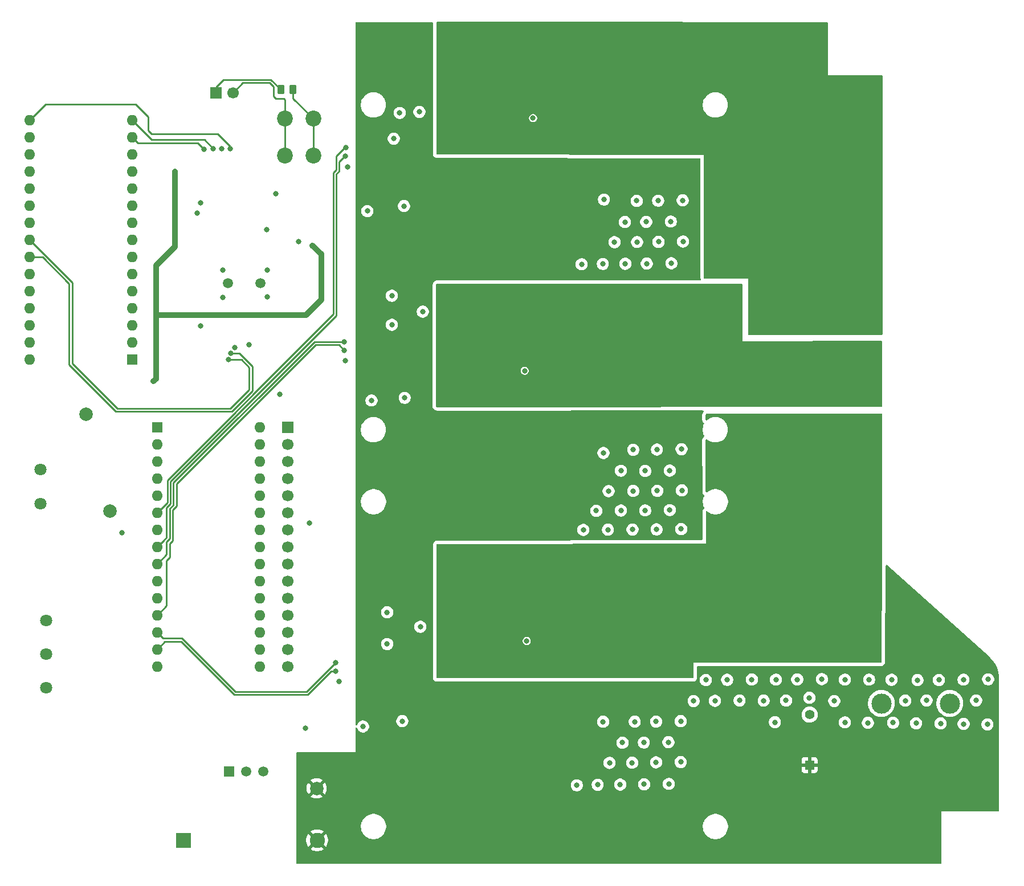
<source format=gbl>
G04 #@! TF.GenerationSoftware,KiCad,Pcbnew,9.0.4*
G04 #@! TF.CreationDate,2025-10-24T08:47:37-07:00*
G04 #@! TF.ProjectId,Urban MC,55726261-6e20-44d4-932e-6b696361645f,rev?*
G04 #@! TF.SameCoordinates,Original*
G04 #@! TF.FileFunction,Copper,L4,Bot*
G04 #@! TF.FilePolarity,Positive*
%FSLAX46Y46*%
G04 Gerber Fmt 4.6, Leading zero omitted, Abs format (unit mm)*
G04 Created by KiCad (PCBNEW 9.0.4) date 2025-10-24 08:47:37*
%MOMM*%
%LPD*%
G01*
G04 APERTURE LIST*
G04 Aperture macros list*
%AMRoundRect*
0 Rectangle with rounded corners*
0 $1 Rounding radius*
0 $2 $3 $4 $5 $6 $7 $8 $9 X,Y pos of 4 corners*
0 Add a 4 corners polygon primitive as box body*
4,1,4,$2,$3,$4,$5,$6,$7,$8,$9,$2,$3,0*
0 Add four circle primitives for the rounded corners*
1,1,$1+$1,$2,$3*
1,1,$1+$1,$4,$5*
1,1,$1+$1,$6,$7*
1,1,$1+$1,$8,$9*
0 Add four rect primitives between the rounded corners*
20,1,$1+$1,$2,$3,$4,$5,0*
20,1,$1+$1,$4,$5,$6,$7,0*
20,1,$1+$1,$6,$7,$8,$9,0*
20,1,$1+$1,$8,$9,$2,$3,0*%
G04 Aperture macros list end*
G04 #@! TA.AperFunction,SMDPad,CuDef*
%ADD10RoundRect,0.250000X0.262500X0.450000X-0.262500X0.450000X-0.262500X-0.450000X0.262500X-0.450000X0*%
G04 #@! TD*
G04 #@! TA.AperFunction,ComponentPad*
%ADD11C,1.803400*%
G04 #@! TD*
G04 #@! TA.AperFunction,ComponentPad*
%ADD12C,1.500000*%
G04 #@! TD*
G04 #@! TA.AperFunction,ComponentPad*
%ADD13C,3.000000*%
G04 #@! TD*
G04 #@! TA.AperFunction,ComponentPad*
%ADD14R,1.600000X1.600000*%
G04 #@! TD*
G04 #@! TA.AperFunction,ComponentPad*
%ADD15O,1.600000X1.600000*%
G04 #@! TD*
G04 #@! TA.AperFunction,ComponentPad*
%ADD16R,1.700000X1.700000*%
G04 #@! TD*
G04 #@! TA.AperFunction,ComponentPad*
%ADD17C,1.700000*%
G04 #@! TD*
G04 #@! TA.AperFunction,ComponentPad*
%ADD18R,1.400000X1.400000*%
G04 #@! TD*
G04 #@! TA.AperFunction,ComponentPad*
%ADD19C,1.400000*%
G04 #@! TD*
G04 #@! TA.AperFunction,ComponentPad*
%ADD20C,2.000000*%
G04 #@! TD*
G04 #@! TA.AperFunction,ComponentPad*
%ADD21C,2.250000*%
G04 #@! TD*
G04 #@! TA.AperFunction,ComponentPad*
%ADD22R,2.250000X2.250000*%
G04 #@! TD*
G04 #@! TA.AperFunction,ComponentPad*
%ADD23C,2.362200*%
G04 #@! TD*
G04 #@! TA.AperFunction,ComponentPad*
%ADD24R,1.508000X1.508000*%
G04 #@! TD*
G04 #@! TA.AperFunction,ComponentPad*
%ADD25C,1.508000*%
G04 #@! TD*
G04 #@! TA.AperFunction,ViaPad*
%ADD26C,0.800000*%
G04 #@! TD*
G04 #@! TA.AperFunction,Conductor*
%ADD27C,0.250000*%
G04 #@! TD*
G04 #@! TA.AperFunction,Conductor*
%ADD28C,0.850000*%
G04 #@! TD*
G04 APERTURE END LIST*
D10*
X132031100Y-38608000D03*
X133856100Y-38608000D03*
D11*
X97155000Y-127508000D03*
X97155000Y-122508000D03*
X97155000Y-117508000D03*
D12*
X124161086Y-67335400D03*
X129041086Y-67335400D03*
D13*
X221280000Y-139982500D03*
X231440000Y-139982500D03*
X221280000Y-129822500D03*
X231440000Y-129822500D03*
D14*
X109982000Y-78740000D03*
D15*
X109982000Y-76200000D03*
X109982000Y-73660000D03*
X109982000Y-71120000D03*
X109982000Y-68580000D03*
X109982000Y-66040000D03*
X109982000Y-63500000D03*
X109982000Y-60960000D03*
X109982000Y-58420000D03*
X109982000Y-55880000D03*
X109982000Y-53340000D03*
X109982000Y-50800000D03*
X109982000Y-48260000D03*
X109982000Y-45720000D03*
X109982000Y-43180000D03*
X94742000Y-43180000D03*
X94742000Y-45720000D03*
X94742000Y-48260000D03*
X94742000Y-50800000D03*
X94742000Y-53340000D03*
X94742000Y-55880000D03*
X94742000Y-58420000D03*
X94742000Y-60960000D03*
X94742000Y-63500000D03*
X94742000Y-66040000D03*
X94742000Y-68580000D03*
X94742000Y-71120000D03*
X94742000Y-73660000D03*
X94742000Y-76200000D03*
X94742000Y-78740000D03*
D16*
X122372200Y-39081400D03*
D17*
X124912200Y-39081400D03*
D18*
X210616800Y-138988800D03*
D19*
X210616800Y-131488800D03*
D20*
X103073200Y-86817200D03*
D13*
X204304791Y-90905538D03*
X214464791Y-90905538D03*
X204304791Y-80745538D03*
X214464791Y-80745538D03*
X204304791Y-70585538D03*
X214464791Y-70585538D03*
D20*
X106629200Y-101244400D03*
D16*
X133096000Y-88798400D03*
D17*
X133096000Y-91338400D03*
X133096000Y-93878400D03*
X133096000Y-96418400D03*
X133096000Y-98958400D03*
X133096000Y-101498400D03*
X133096000Y-104038400D03*
X133096000Y-106578400D03*
X133096000Y-109118400D03*
X133096000Y-111658400D03*
X133096000Y-114198400D03*
X133096000Y-116738400D03*
X133096000Y-119278400D03*
X133096000Y-121818400D03*
X133096000Y-124358400D03*
D20*
X137363200Y-142443200D03*
D11*
X96320501Y-95084900D03*
X96320501Y-100164900D03*
D21*
X137450000Y-150160000D03*
D22*
X117550000Y-150160000D03*
D23*
X132672400Y-42929451D03*
X136872398Y-42929451D03*
X132672400Y-48429450D03*
X136872398Y-48429450D03*
D14*
X113665000Y-88773000D03*
D15*
X113665000Y-91313000D03*
X113665000Y-93853000D03*
X113665000Y-96393000D03*
X113665000Y-98933000D03*
X113665000Y-101473000D03*
X113665000Y-104013000D03*
X113665000Y-106553000D03*
X113665000Y-109093000D03*
X113665000Y-111633000D03*
X113665000Y-114173000D03*
X113665000Y-116713000D03*
X113665000Y-119253000D03*
X113665000Y-121793000D03*
X113665000Y-124333000D03*
X128905000Y-124333000D03*
X128905000Y-121793000D03*
X128905000Y-119253000D03*
X128905000Y-116713000D03*
X128905000Y-114173000D03*
X128905000Y-111633000D03*
X128905000Y-109093000D03*
X128905000Y-106553000D03*
X128905000Y-104013000D03*
X128905000Y-101473000D03*
X128905000Y-98933000D03*
X128905000Y-96393000D03*
X128905000Y-93853000D03*
X128905000Y-91313000D03*
X128905000Y-88773000D03*
D24*
X124362400Y-139939200D03*
D25*
X126902400Y-139939200D03*
X129442400Y-139939200D03*
D26*
X136271000Y-102997000D03*
X208775191Y-126263400D03*
X205600191Y-126288800D03*
X141630000Y-78890000D03*
X181622591Y-61289138D03*
X215849200Y-126288800D03*
X129946400Y-59385200D03*
X198361191Y-126314200D03*
X237032800Y-132943600D03*
X187794791Y-132510738D03*
X196545200Y-129438400D03*
X131267200Y-54051200D03*
X187972591Y-98220738D03*
X182575200Y-95250000D03*
X187921791Y-92099338D03*
X140670000Y-126570000D03*
X176987200Y-104038400D03*
X233489609Y-132867400D03*
X184619791Y-132536138D03*
X207111600Y-129387600D03*
X176022000Y-141986000D03*
X237134400Y-126238000D03*
X182473600Y-141884400D03*
X191807991Y-61187538D03*
X230073200Y-132791200D03*
X212432791Y-126212600D03*
X180644800Y-104011938D03*
X178917600Y-101193600D03*
X195186191Y-126339600D03*
X191452391Y-138530538D03*
X189839600Y-101092000D03*
X130057849Y-69416715D03*
X235356400Y-129387600D03*
X184404000Y-92124738D03*
X189636400Y-135584138D03*
X184238791Y-138632138D03*
X150340000Y-55910000D03*
X191579391Y-92048538D03*
X222783400Y-126314200D03*
X188150391Y-61238338D03*
X215849200Y-132638800D03*
X183159400Y-58293000D03*
X179120800Y-141909800D03*
X214274400Y-129463800D03*
X182803800Y-135660338D03*
X120091200Y-73710800D03*
X200202800Y-129387600D03*
X223012000Y-132689600D03*
X233476800Y-126288800D03*
X186182000Y-95274338D03*
X135670000Y-133510000D03*
X227990400Y-129387600D03*
X185978800Y-135634938D03*
X186410600Y-64465200D03*
X182575200Y-101168200D03*
X226428409Y-132765800D03*
X191757191Y-55066138D03*
X203784200Y-129413000D03*
X134670800Y-61214000D03*
X189992000Y-58216800D03*
X191452391Y-132459938D03*
X123422829Y-69474162D03*
X188099591Y-55116938D03*
X130000403Y-65430400D03*
X141970000Y-50080000D03*
X187870991Y-103961138D03*
X108407200Y-104495600D03*
X229819200Y-126339600D03*
X184975391Y-61263738D03*
X191528591Y-103910338D03*
X219456000Y-126288800D03*
X189687200Y-141782800D03*
X186334400Y-58267600D03*
X125222000Y-76962000D03*
X179882800Y-64516000D03*
X210578591Y-128981200D03*
X187794791Y-138581338D03*
X191630191Y-98169938D03*
X183235600Y-64490600D03*
X186029600Y-141833600D03*
X193370200Y-129463800D03*
X219265609Y-132715000D03*
X123436086Y-65430400D03*
X189839600Y-95223538D03*
X180746400Y-98271538D03*
X184302400Y-103987600D03*
X202018791Y-126263400D03*
X226644200Y-126365000D03*
X184404000Y-98247200D03*
X150090000Y-132460000D03*
X150450000Y-84410000D03*
X184924591Y-55142338D03*
X205448009Y-132613400D03*
X131927600Y-83921600D03*
X224815400Y-129413000D03*
X180885991Y-138657538D03*
X176733200Y-64566800D03*
X186182000Y-101142800D03*
X190068200Y-64414400D03*
X113131600Y-81940400D03*
X136749700Y-61751300D03*
X116281200Y-50749200D03*
X116281200Y-54610000D03*
X124561600Y-47396400D03*
X124594328Y-77832310D03*
X120650000Y-47447200D03*
X123291600Y-47396400D03*
X122021600Y-47396400D03*
X124229315Y-78763315D03*
X149710000Y-42080000D03*
X148825000Y-45910000D03*
X181000400Y-148082000D03*
X161467800Y-148107400D03*
X184111791Y-152195738D03*
X168160591Y-103808738D03*
X157695791Y-152195738D03*
X160934400Y-103859538D03*
X141541609Y-148057662D03*
X206146400Y-148132800D03*
X163068000Y-98729800D03*
X222758000Y-143865600D03*
X156718000Y-135483600D03*
X216268191Y-152246538D03*
X171157791Y-152195738D03*
X164553791Y-143813738D03*
X158292800Y-53492400D03*
X213309200Y-139039600D03*
X156718000Y-130657600D03*
X151167991Y-143839138D03*
X170332400Y-98653600D03*
X228904800Y-152298400D03*
X154584400Y-148082000D03*
X197065791Y-143813738D03*
X209511791Y-152195738D03*
X206298800Y-139039600D03*
X203161791Y-143813738D03*
X193344800Y-148132800D03*
X197065791Y-152195738D03*
X156667200Y-50292000D03*
X159613600Y-60198000D03*
X168503600Y-64566800D03*
X158025991Y-143839138D03*
X157276800Y-103886000D03*
X159410400Y-98755200D03*
X178015791Y-152195738D03*
X226415600Y-139598400D03*
X187096400Y-148082000D03*
X225704400Y-148183600D03*
X219252800Y-148183600D03*
X164693600Y-64566800D03*
X174904400Y-148082000D03*
X156667200Y-89458800D03*
X222618191Y-152246538D03*
X151231600Y-152146000D03*
X160528000Y-64566800D03*
X164553791Y-152195738D03*
X141528800Y-139852400D03*
X168046400Y-148082000D03*
X164592000Y-103835200D03*
X156616400Y-94538800D03*
X166674800Y-98704400D03*
X148056600Y-139725400D03*
X230632000Y-143916400D03*
X172364400Y-64566800D03*
X171818191Y-103757938D03*
X170484800Y-60248800D03*
X156718000Y-64566800D03*
X162712400Y-60198000D03*
X199796400Y-148132800D03*
X144627600Y-152146000D03*
X203161791Y-152195738D03*
X216369791Y-143813738D03*
X190207791Y-152195738D03*
X156667200Y-56743600D03*
X235204000Y-139547600D03*
X209511791Y-143813738D03*
X171450000Y-143865600D03*
X212902800Y-148183600D03*
X166624000Y-60248800D03*
X144627600Y-143916400D03*
X148540000Y-69250000D03*
X148540000Y-73560000D03*
X147845000Y-116275000D03*
X147845000Y-120995000D03*
X120086547Y-55418147D03*
X119583200Y-56946800D03*
X141480000Y-77370000D03*
X141690000Y-47250000D03*
X140210000Y-125030000D03*
X141650000Y-48510000D03*
X140150000Y-123760000D03*
X141470000Y-76100000D03*
X127355600Y-76555600D03*
X211074000Y-38252400D03*
X200660000Y-29972000D03*
X208546591Y-51586338D03*
X203237991Y-42772538D03*
X205740000Y-64719200D03*
X216433400Y-38252400D03*
X166293800Y-38785800D03*
X213626591Y-42772538D03*
X216204800Y-73406000D03*
X211074000Y-29921200D03*
X218884391Y-68426538D03*
X159092791Y-47141338D03*
X211048600Y-47091600D03*
X173875591Y-34542938D03*
X205841600Y-30022800D03*
X200685400Y-38252400D03*
X203237991Y-51586338D03*
X216408000Y-47091600D03*
X210997800Y-55930800D03*
X218985991Y-51586338D03*
X216179400Y-64719200D03*
X181203600Y-29972000D03*
X192823991Y-42797938D03*
X171272200Y-38709600D03*
X159092791Y-43153538D03*
X198183391Y-34339738D03*
X178853991Y-34542938D03*
X208571991Y-34314338D03*
X200660000Y-47091600D03*
X195580000Y-47117000D03*
X173850191Y-43001138D03*
X203187191Y-60171538D03*
X216357200Y-55930800D03*
X164147391Y-43102738D03*
X218935191Y-60171538D03*
X185851800Y-29997400D03*
X203263391Y-34314338D03*
X159118191Y-34695338D03*
X205994000Y-38252400D03*
X166522400Y-30073600D03*
X183375191Y-34441338D03*
X208495791Y-60171538D03*
X195376800Y-29972000D03*
X205968600Y-47091600D03*
X208546591Y-42772538D03*
X176225200Y-38760400D03*
X193700400Y-38303200D03*
X200431400Y-64719200D03*
X205917800Y-55930800D03*
X176225200Y-29972000D03*
X190652400Y-29997400D03*
X192849391Y-34339738D03*
X218985991Y-42772538D03*
X205740000Y-73456800D03*
X198132591Y-51662538D03*
X161569400Y-38811200D03*
X171246800Y-30048200D03*
X161467800Y-30124400D03*
X210820000Y-64719200D03*
X188175791Y-34441338D03*
X213626591Y-51586338D03*
X210769200Y-72085200D03*
X200609200Y-55930800D03*
X164172791Y-34644538D03*
X208444991Y-68426538D03*
X198107191Y-60120738D03*
X213575791Y-60171538D03*
X168897191Y-34619138D03*
X156514800Y-38862000D03*
X156514800Y-30124400D03*
X158673800Y-72898000D03*
X209296000Y-80670400D03*
X164846000Y-77724000D03*
X176174400Y-76809600D03*
X168617791Y-69061538D03*
X198234191Y-68883738D03*
X198411991Y-76732338D03*
X194220991Y-68909138D03*
X202311000Y-84201000D03*
X156514800Y-83413600D03*
X186753391Y-68985338D03*
X172415200Y-76809600D03*
X192506600Y-72771000D03*
X174193200Y-80416400D03*
X196291200Y-72745600D03*
X218274791Y-76783138D03*
X198170800Y-84124800D03*
X196469000Y-80594200D03*
X170688000Y-72898000D03*
X174472600Y-72872600D03*
X191363600Y-84201000D03*
X200406000Y-80645000D03*
X206336791Y-76783138D03*
X218262200Y-84175600D03*
X219710000Y-80619600D03*
X190436391Y-68934538D03*
X206095600Y-84175600D03*
X181229000Y-72923400D03*
X188823600Y-72821800D03*
X172402391Y-69036138D03*
X156692600Y-69088000D03*
X177977800Y-72923400D03*
X160845391Y-77748338D03*
X170688000Y-80416400D03*
X191414400Y-76783138D03*
X183057800Y-68986400D03*
X158038800Y-80060800D03*
X194398791Y-76757738D03*
X162788600Y-72898000D03*
X192684400Y-80619600D03*
X214210791Y-76783138D03*
X160718391Y-69112338D03*
X194386200Y-84150200D03*
X210185000Y-84201000D03*
X202323591Y-76808538D03*
X184886600Y-72923400D03*
X166776400Y-72898000D03*
X164719000Y-69088000D03*
X176199800Y-69010738D03*
X213969600Y-84175600D03*
X210197591Y-76808538D03*
X179603400Y-68986400D03*
X209067400Y-121767600D03*
X209740391Y-88771938D03*
X185788191Y-108685538D03*
X203987400Y-121767600D03*
X217373200Y-101904800D03*
X170294191Y-108761738D03*
X220014800Y-105359200D03*
X214769591Y-97357138D03*
X217182591Y-117219938D03*
X204165200Y-112979200D03*
X211823191Y-117219938D03*
X212013800Y-101904800D03*
X175399591Y-108685538D03*
X214706200Y-105460800D03*
X196354591Y-117169138D03*
X174980600Y-117348000D03*
X178079400Y-113030000D03*
X214426800Y-121767600D03*
X180708191Y-108685538D03*
X198678800Y-121767600D03*
X204380991Y-97357138D03*
X209245200Y-112979200D03*
X201485391Y-108634738D03*
X164490400Y-117449600D03*
X219913200Y-121818400D03*
X198958200Y-105460800D03*
X214604600Y-112979200D03*
X162280600Y-113131600D03*
X193548000Y-121767600D03*
X199300991Y-97306338D03*
X183159400Y-113030000D03*
X201434591Y-117219938D03*
X209689591Y-97357138D03*
X209346800Y-105460800D03*
X201803000Y-93116400D03*
X191147591Y-108685538D03*
X212191600Y-93116400D03*
X172770800Y-113030000D03*
X220128991Y-97357138D03*
X219964000Y-113030000D03*
X159181800Y-117449600D03*
X220179791Y-88771938D03*
X201625200Y-101904800D03*
X206743191Y-117219938D03*
X206793991Y-108634738D03*
X188518800Y-113030000D03*
X204266800Y-105460800D03*
X211873991Y-108634738D03*
X193649600Y-113080800D03*
X169875200Y-117424200D03*
X159600791Y-108787138D03*
X164909391Y-108787138D03*
X196379991Y-108710938D03*
X198856600Y-112979200D03*
X206933800Y-101904800D03*
X167360600Y-113131600D03*
X207111600Y-93116400D03*
X156972000Y-113131600D03*
X217551000Y-93116400D03*
X217233391Y-108634738D03*
X152630000Y-41930000D03*
X169520000Y-42850000D03*
X180051600Y-54949200D03*
X144900000Y-56660000D03*
X153130000Y-71600000D03*
X168280000Y-80390000D03*
X179984400Y-92608400D03*
X145510000Y-84800000D03*
X152770000Y-118440000D03*
X168580000Y-120540000D03*
X179933600Y-132537200D03*
X144248967Y-133248967D03*
D27*
X132486400Y-39928800D02*
X132672400Y-40114800D01*
X130962400Y-39573200D02*
X131318000Y-39928800D01*
X131318000Y-39928800D02*
X132486400Y-39928800D01*
X132672400Y-40114800D02*
X132672400Y-42929451D01*
X130377290Y-37592000D02*
X130962400Y-38177110D01*
X130962400Y-38177110D02*
X130962400Y-39573200D01*
X126401600Y-37592000D02*
X130377290Y-37592000D01*
X124912200Y-39081400D02*
X126401600Y-37592000D01*
X133856100Y-39926900D02*
X136858651Y-42929451D01*
X136858651Y-42929451D02*
X136872398Y-42929451D01*
X133856100Y-38608000D02*
X133856100Y-39926900D01*
X122372200Y-38257400D02*
X122372200Y-39081400D01*
X123488600Y-37141000D02*
X122372200Y-38257400D01*
X130564100Y-37141000D02*
X123488600Y-37141000D01*
X132031100Y-38608000D02*
X130564100Y-37141000D01*
D28*
X138074400Y-69850000D02*
X135788400Y-72136000D01*
X136749700Y-61751300D02*
X138074400Y-63076000D01*
X116281200Y-50749200D02*
X116281200Y-54610000D01*
X113131600Y-81940400D02*
X113487200Y-81584800D01*
X113690400Y-72136000D02*
X113487200Y-71932800D01*
X113487200Y-64770000D02*
X116281200Y-61976000D01*
X135788400Y-72136000D02*
X113690400Y-72136000D01*
X116281200Y-54610000D02*
X116281200Y-61976000D01*
X113487200Y-81584800D02*
X113487200Y-64770000D01*
X138074400Y-63076000D02*
X138074400Y-69850000D01*
D27*
X112318800Y-42621200D02*
X110490000Y-40792400D01*
X94742000Y-42773600D02*
X94742000Y-43180000D01*
X110490000Y-40792400D02*
X97129600Y-40792400D01*
X124561600Y-47396400D02*
X124561600Y-47091600D01*
X97129600Y-40792400D02*
X94742000Y-43180000D01*
X122682000Y-45212000D02*
X112877600Y-45212000D01*
X112318800Y-44653200D02*
X112318800Y-42621200D01*
X112877600Y-45212000D02*
X112318800Y-44653200D01*
X124561600Y-47091600D02*
X122682000Y-45212000D01*
X127806600Y-79721590D02*
X127806600Y-81044582D01*
X127806600Y-83397210D02*
X124748410Y-86455400D01*
X124601038Y-77825600D02*
X125910610Y-77825600D01*
X100590200Y-79511010D02*
X100590200Y-67446010D01*
X127806600Y-83267400D02*
X127806600Y-83397210D01*
X127806600Y-81044582D02*
X127812800Y-81050782D01*
X124748410Y-86455400D02*
X107534590Y-86455400D01*
X124594328Y-77832310D02*
X124601038Y-77825600D01*
X100590200Y-67446010D02*
X96644190Y-63500000D01*
X127812800Y-81050782D02*
X127812800Y-83261200D01*
X96644190Y-63500000D02*
X94742000Y-63500000D01*
X107534590Y-86455400D02*
X100590200Y-79511010D01*
X125910610Y-77825600D02*
X127806600Y-79721590D01*
X127812800Y-83261200D02*
X127806600Y-83267400D01*
X110788600Y-46526600D02*
X109982000Y-45720000D01*
X119729400Y-46526600D02*
X110788600Y-46526600D01*
X120650000Y-47447200D02*
X119729400Y-46526600D01*
X123291600Y-47244000D02*
X123291600Y-47396400D01*
X109982000Y-43180000D02*
X112877600Y-46075600D01*
X120700800Y-46075600D02*
X122021600Y-47396400D01*
X112877600Y-46075600D02*
X120700800Y-46075600D01*
X127355600Y-79908400D02*
X126210515Y-78763315D01*
X124561600Y-86004400D02*
X127355600Y-83210400D01*
X101041200Y-67259200D02*
X101041200Y-79324200D01*
X101041200Y-79324200D02*
X107721400Y-86004400D01*
X127355600Y-83210400D02*
X127355600Y-79908400D01*
X126210515Y-78763315D02*
X124229315Y-78763315D01*
X107721400Y-86004400D02*
X124561600Y-86004400D01*
X94742000Y-60960000D02*
X101041200Y-67259200D01*
X132672400Y-48429450D02*
X132672400Y-42929451D01*
X141480000Y-77370000D02*
X140661000Y-76551000D01*
X115962000Y-105530206D02*
X115962000Y-105653000D01*
X125495650Y-88259400D02*
X125490030Y-88259400D01*
X115062000Y-108585000D02*
X115062000Y-115316000D01*
X115963000Y-101085602D02*
X115963000Y-105529206D01*
X129610600Y-84144450D02*
X125495650Y-88259400D01*
X115963000Y-105529206D02*
X115962000Y-105530206D01*
X115062000Y-115316000D02*
X113665000Y-116713000D01*
X115570000Y-108077000D02*
X115062000Y-108585000D01*
X116540000Y-100508602D02*
X115963000Y-101085602D01*
X125490030Y-88259400D02*
X116540000Y-97209430D01*
X129610600Y-84138830D02*
X129610600Y-84144450D01*
X116540000Y-97209430D02*
X116540000Y-100508602D01*
X115962000Y-105653000D02*
X115570000Y-106045000D01*
X137198430Y-76551000D02*
X129610600Y-84138830D01*
X140661000Y-76551000D02*
X137198430Y-76551000D01*
X115570000Y-106045000D02*
X115570000Y-108077000D01*
X115187000Y-96649000D02*
X115187000Y-99948172D01*
X128257600Y-83578400D02*
X128257600Y-83584020D01*
X124935220Y-86906400D02*
X124929600Y-86906400D01*
X141690000Y-47250000D02*
X141522800Y-47250000D01*
X140265000Y-48507800D02*
X140265000Y-50562390D01*
X128257600Y-83584020D02*
X124935220Y-86906400D01*
X114610000Y-100528000D02*
X113665000Y-101473000D01*
X139858600Y-71977400D02*
X128257600Y-83578400D01*
X114610000Y-100525172D02*
X114610000Y-100528000D01*
X115187000Y-99948172D02*
X114610000Y-100525172D01*
X139858600Y-50968790D02*
X139858600Y-71977400D01*
X141522800Y-47250000D02*
X140265000Y-48507800D01*
X140265000Y-50562390D02*
X139858600Y-50968790D01*
X124929600Y-86906400D02*
X115187000Y-96649000D01*
X125085990Y-128517800D02*
X117218190Y-120650000D01*
X117218190Y-120650000D02*
X114808000Y-120650000D01*
X136030010Y-128517800D02*
X125085990Y-128517800D01*
X139517810Y-125030000D02*
X136030010Y-128517800D01*
X140210000Y-125030000D02*
X139517810Y-125030000D01*
X114808000Y-120650000D02*
X113665000Y-121793000D01*
X140716000Y-50749200D02*
X140309600Y-51155600D01*
X128708600Y-83770830D02*
X125122030Y-87357400D01*
X115061000Y-100711982D02*
X115061000Y-105155586D01*
X140309600Y-72164210D02*
X128708600Y-83765210D01*
X115061000Y-105155586D02*
X114611000Y-105605586D01*
X114611000Y-105605586D02*
X114611000Y-105607000D01*
X115638000Y-96835810D02*
X115638000Y-100134982D01*
X115638000Y-100134982D02*
X115061000Y-100711982D01*
X141650000Y-48510000D02*
X141532800Y-48510000D01*
X140309600Y-51155600D02*
X140309600Y-72164210D01*
X114611000Y-105607000D02*
X113665000Y-106553000D01*
X140716000Y-49326800D02*
X140716000Y-50749200D01*
X125122030Y-87357400D02*
X125116410Y-87357400D01*
X125116410Y-87357400D02*
X115638000Y-96835810D01*
X128708600Y-83765210D02*
X128708600Y-83770830D01*
X141532800Y-48510000D02*
X140716000Y-49326800D01*
X135843200Y-128066800D02*
X125272800Y-128066800D01*
X114554000Y-120142000D02*
X113665000Y-119253000D01*
X140150000Y-123760000D02*
X135843200Y-128066800D01*
X117348000Y-120142000D02*
X114554000Y-120142000D01*
X125272800Y-128066800D02*
X117348000Y-120142000D01*
X116089000Y-97022620D02*
X116089000Y-100321792D01*
X115062000Y-105792396D02*
X115062000Y-107696000D01*
X116089000Y-100321792D02*
X115512000Y-100898792D01*
X115062000Y-107696000D02*
X113665000Y-109093000D01*
X137011620Y-76100000D02*
X129159600Y-83952020D01*
X125303220Y-87808400D02*
X116089000Y-97022620D01*
X129159600Y-83952020D02*
X129159600Y-83957640D01*
X115512000Y-105342396D02*
X115062000Y-105792396D01*
X141470000Y-76100000D02*
X137011620Y-76100000D01*
X115512000Y-100898792D02*
X115512000Y-105342396D01*
X129159600Y-83957640D02*
X125308840Y-87808400D01*
X125308840Y-87808400D02*
X125303220Y-87808400D01*
X136872398Y-48429450D02*
X136872398Y-42929451D01*
G04 #@! TA.AperFunction,Conductor*
G36*
X154577539Y-28594173D02*
G01*
X154623294Y-28646977D01*
X154634500Y-28698489D01*
X154634500Y-48139781D01*
X154645989Y-48246939D01*
X154645991Y-48246949D01*
X154657137Y-48298327D01*
X154691083Y-48400613D01*
X154691084Y-48400615D01*
X154691085Y-48400617D01*
X154768732Y-48521746D01*
X154814426Y-48574603D01*
X154923054Y-48668950D01*
X155053863Y-48728871D01*
X155120879Y-48748633D01*
X155258735Y-48768617D01*
X155263263Y-48769274D01*
X155263269Y-48769275D01*
X155375981Y-48769405D01*
X194277436Y-48814508D01*
X194344451Y-48834270D01*
X194390145Y-48887127D01*
X194401291Y-48938508D01*
X194401291Y-66575338D01*
X194401292Y-66575347D01*
X194412843Y-66682788D01*
X194412845Y-66682800D01*
X194424049Y-66734301D01*
X194450608Y-66814099D01*
X194453101Y-66883925D01*
X194417448Y-66944013D01*
X194354969Y-66975288D01*
X194332878Y-66977258D01*
X155244640Y-66953768D01*
X155137375Y-66965215D01*
X155137373Y-66965215D01*
X155137370Y-66965216D01*
X155085941Y-66976351D01*
X155085936Y-66976352D01*
X155085934Y-66976353D01*
X154983545Y-67010298D01*
X154983543Y-67010299D01*
X154862399Y-67087920D01*
X154809530Y-67133606D01*
X154715162Y-67242212D01*
X154655212Y-67373010D01*
X154635440Y-67440007D01*
X154635436Y-67440027D01*
X154614766Y-67582396D01*
X154614765Y-67582406D01*
X154597331Y-80310250D01*
X154597239Y-80377495D01*
X154589980Y-85676125D01*
X154601482Y-85784039D01*
X154601484Y-85784049D01*
X154612709Y-85835763D01*
X154646971Y-85938719D01*
X154717133Y-86047798D01*
X154724805Y-86059725D01*
X154724810Y-86059732D01*
X154770575Y-86112506D01*
X154770579Y-86112510D01*
X154770581Y-86112511D01*
X154770583Y-86112514D01*
X154770587Y-86112518D01*
X154879363Y-86206695D01*
X155010266Y-86266412D01*
X155057626Y-86280297D01*
X155077316Y-86286070D01*
X155219732Y-86306487D01*
X155219734Y-86306486D01*
X155219735Y-86306487D01*
X194729720Y-86290477D01*
X194796766Y-86310134D01*
X194842542Y-86362920D01*
X194852514Y-86432074D01*
X194823599Y-86495545D01*
X194754910Y-86575047D01*
X194695331Y-86706005D01*
X194695330Y-86706008D01*
X194675740Y-86773083D01*
X194675737Y-86773097D01*
X194655471Y-86915517D01*
X194655471Y-86915524D01*
X194655471Y-86915525D01*
X194656516Y-87638850D01*
X194662696Y-87686492D01*
X194673062Y-87766400D01*
X194688947Y-87826946D01*
X194737141Y-87946175D01*
X194737142Y-87946177D01*
X194737143Y-87946178D01*
X194824731Y-88060327D01*
X194874720Y-88109141D01*
X194874725Y-88109146D01*
X194899185Y-88127006D01*
X194900609Y-88128111D01*
X194920039Y-88155022D01*
X194940257Y-88181369D01*
X194940413Y-88183238D01*
X194941510Y-88184758D01*
X194943307Y-88217907D01*
X194946070Y-88250997D01*
X194945222Y-88253228D01*
X194945293Y-88254525D01*
X194943598Y-88257504D01*
X194931988Y-88288080D01*
X194914306Y-88318706D01*
X194914303Y-88318714D01*
X194820225Y-88545837D01*
X194820222Y-88545847D01*
X194756592Y-88783320D01*
X194756590Y-88783331D01*
X194724500Y-89027065D01*
X194724500Y-89272934D01*
X194751227Y-89475939D01*
X194756591Y-89516677D01*
X194756592Y-89516679D01*
X194820222Y-89754152D01*
X194820225Y-89754162D01*
X194914303Y-89981285D01*
X194914305Y-89981290D01*
X194933781Y-90015024D01*
X194950252Y-90082925D01*
X194927400Y-90148951D01*
X194907732Y-90170618D01*
X194854395Y-90216970D01*
X194760330Y-90325842D01*
X194700750Y-90456800D01*
X194681159Y-90523875D01*
X194660890Y-90666309D01*
X194660890Y-90666316D01*
X194660890Y-90666317D01*
X194671969Y-98334669D01*
X194688517Y-98462226D01*
X194694074Y-98483404D01*
X194704398Y-98522756D01*
X194704400Y-98522762D01*
X194739964Y-98610745D01*
X194752596Y-98641994D01*
X194840184Y-98756143D01*
X194890173Y-98804957D01*
X194890178Y-98804962D01*
X194912596Y-98821331D01*
X194914096Y-98822499D01*
X194933433Y-98849378D01*
X194953573Y-98875624D01*
X194953738Y-98877603D01*
X194954899Y-98879217D01*
X194956632Y-98912261D01*
X194959388Y-98945251D01*
X194958488Y-98947620D01*
X194958560Y-98948991D01*
X194956791Y-98952089D01*
X194945304Y-98982338D01*
X194924305Y-99018709D01*
X194924303Y-99018714D01*
X194830225Y-99245837D01*
X194830222Y-99245847D01*
X194766592Y-99483320D01*
X194766590Y-99483331D01*
X194734500Y-99727065D01*
X194734500Y-99972934D01*
X194761227Y-100175939D01*
X194766591Y-100216677D01*
X194827324Y-100443336D01*
X194830222Y-100454152D01*
X194830225Y-100454162D01*
X194924304Y-100681288D01*
X194924306Y-100681292D01*
X194947219Y-100720978D01*
X194963692Y-100788878D01*
X194940840Y-100854906D01*
X194921170Y-100876574D01*
X194869864Y-100921160D01*
X194775796Y-101030036D01*
X194741732Y-101104910D01*
X194716214Y-101160999D01*
X194710462Y-101180695D01*
X194696627Y-101228063D01*
X194696622Y-101228085D01*
X194676356Y-101370504D01*
X194676356Y-101370511D01*
X194682242Y-105445057D01*
X194662654Y-105512125D01*
X194609916Y-105557956D01*
X194558398Y-105569236D01*
X155305181Y-105618759D01*
X155305173Y-105618760D01*
X155198635Y-105630252D01*
X155147550Y-105641335D01*
X155147532Y-105641340D01*
X155045820Y-105675029D01*
X155045812Y-105675033D01*
X154924600Y-105752527D01*
X154924589Y-105752535D01*
X154871690Y-105798154D01*
X154871687Y-105798158D01*
X154777205Y-105906674D01*
X154777204Y-105906675D01*
X154717129Y-106037403D01*
X154697882Y-106102383D01*
X154697400Y-106103912D01*
X154697283Y-106104403D01*
X154676470Y-106246770D01*
X154676470Y-106246775D01*
X154642893Y-120459749D01*
X154642733Y-120527495D01*
X154629901Y-125959049D01*
X154641327Y-126067114D01*
X154641328Y-126067123D01*
X154652534Y-126118928D01*
X154686788Y-126222042D01*
X154686789Y-126222044D01*
X154764571Y-126343075D01*
X154764580Y-126343086D01*
X154810324Y-126395878D01*
X154810327Y-126395881D01*
X154810331Y-126395885D01*
X154919065Y-126490105D01*
X154919068Y-126490106D01*
X154919069Y-126490107D01*
X155013326Y-126533154D01*
X155049942Y-126549876D01*
X155116981Y-126569561D01*
X155116985Y-126569562D01*
X155259401Y-126590038D01*
X155259404Y-126590038D01*
X193258781Y-126590038D01*
X193258791Y-126590038D01*
X193366247Y-126578485D01*
X193417758Y-126567279D01*
X193465292Y-126551458D01*
X193520288Y-126533154D01*
X193520292Y-126533151D01*
X193520295Y-126533151D01*
X193641334Y-126455363D01*
X193694138Y-126409608D01*
X193788358Y-126300874D01*
X193811179Y-126250904D01*
X194285691Y-126250904D01*
X194285691Y-126428295D01*
X194320294Y-126602258D01*
X194320297Y-126602267D01*
X194388174Y-126766140D01*
X194388181Y-126766153D01*
X194486726Y-126913634D01*
X194486729Y-126913638D01*
X194612152Y-127039061D01*
X194612156Y-127039064D01*
X194759637Y-127137609D01*
X194759650Y-127137616D01*
X194823107Y-127163900D01*
X194923525Y-127205494D01*
X194923527Y-127205494D01*
X194923532Y-127205496D01*
X195097495Y-127240099D01*
X195097498Y-127240100D01*
X195097500Y-127240100D01*
X195274884Y-127240100D01*
X195274885Y-127240099D01*
X195332873Y-127228564D01*
X195448849Y-127205496D01*
X195448852Y-127205494D01*
X195448857Y-127205494D01*
X195612738Y-127137613D01*
X195760226Y-127039064D01*
X195885655Y-126913635D01*
X195984204Y-126766147D01*
X196052085Y-126602266D01*
X196054518Y-126590038D01*
X196081638Y-126453693D01*
X196086691Y-126428291D01*
X196086691Y-126250909D01*
X196081638Y-126225504D01*
X197460691Y-126225504D01*
X197460691Y-126402895D01*
X197495294Y-126576858D01*
X197495297Y-126576867D01*
X197563174Y-126740740D01*
X197563181Y-126740753D01*
X197661726Y-126888234D01*
X197661729Y-126888238D01*
X197787152Y-127013661D01*
X197787156Y-127013664D01*
X197934637Y-127112209D01*
X197934650Y-127112216D01*
X197998107Y-127138500D01*
X198098525Y-127180094D01*
X198098527Y-127180094D01*
X198098532Y-127180096D01*
X198272495Y-127214699D01*
X198272498Y-127214700D01*
X198272500Y-127214700D01*
X198449884Y-127214700D01*
X198449885Y-127214699D01*
X198507873Y-127203164D01*
X198623849Y-127180096D01*
X198623852Y-127180094D01*
X198623857Y-127180094D01*
X198787738Y-127112213D01*
X198935226Y-127013664D01*
X199060655Y-126888235D01*
X199159204Y-126740747D01*
X199227085Y-126576866D01*
X199228993Y-126567277D01*
X199256638Y-126428293D01*
X199261691Y-126402891D01*
X199261691Y-126225509D01*
X199261691Y-126225506D01*
X199261690Y-126225504D01*
X199255187Y-126192808D01*
X199251586Y-126174704D01*
X201118291Y-126174704D01*
X201118291Y-126352095D01*
X201152894Y-126526058D01*
X201152897Y-126526067D01*
X201220774Y-126689940D01*
X201220781Y-126689953D01*
X201319326Y-126837434D01*
X201319329Y-126837438D01*
X201444752Y-126962861D01*
X201444756Y-126962864D01*
X201592237Y-127061409D01*
X201592250Y-127061416D01*
X201694801Y-127103893D01*
X201756125Y-127129294D01*
X201756127Y-127129294D01*
X201756132Y-127129296D01*
X201930095Y-127163899D01*
X201930098Y-127163900D01*
X201930100Y-127163900D01*
X202107484Y-127163900D01*
X202107485Y-127163899D01*
X202165473Y-127152364D01*
X202281449Y-127129296D01*
X202281452Y-127129294D01*
X202281457Y-127129294D01*
X202437972Y-127064464D01*
X202445331Y-127061416D01*
X202445331Y-127061415D01*
X202445338Y-127061413D01*
X202592826Y-126962864D01*
X202718255Y-126837435D01*
X202816804Y-126689947D01*
X202884685Y-126526066D01*
X202889738Y-126500667D01*
X202914238Y-126377493D01*
X202919291Y-126352091D01*
X202919291Y-126200104D01*
X204699691Y-126200104D01*
X204699691Y-126377495D01*
X204734294Y-126551458D01*
X204734297Y-126551467D01*
X204802174Y-126715340D01*
X204802181Y-126715353D01*
X204900726Y-126862834D01*
X204900729Y-126862838D01*
X205026152Y-126988261D01*
X205026156Y-126988264D01*
X205173637Y-127086809D01*
X205173650Y-127086816D01*
X205237107Y-127113100D01*
X205337525Y-127154694D01*
X205337527Y-127154694D01*
X205337532Y-127154696D01*
X205511495Y-127189299D01*
X205511498Y-127189300D01*
X205511500Y-127189300D01*
X205688884Y-127189300D01*
X205688885Y-127189299D01*
X205746873Y-127177764D01*
X205862849Y-127154696D01*
X205862852Y-127154694D01*
X205862857Y-127154694D01*
X206026738Y-127086813D01*
X206174226Y-126988264D01*
X206299655Y-126862835D01*
X206398204Y-126715347D01*
X206466085Y-126551466D01*
X206466402Y-126549876D01*
X206495638Y-126402893D01*
X206500691Y-126377491D01*
X206500691Y-126200109D01*
X206495638Y-126174704D01*
X207874691Y-126174704D01*
X207874691Y-126352095D01*
X207909294Y-126526058D01*
X207909297Y-126526067D01*
X207977174Y-126689940D01*
X207977181Y-126689953D01*
X208075726Y-126837434D01*
X208075729Y-126837438D01*
X208201152Y-126962861D01*
X208201156Y-126962864D01*
X208348637Y-127061409D01*
X208348650Y-127061416D01*
X208451201Y-127103893D01*
X208512525Y-127129294D01*
X208512527Y-127129294D01*
X208512532Y-127129296D01*
X208686495Y-127163899D01*
X208686498Y-127163900D01*
X208686500Y-127163900D01*
X208863884Y-127163900D01*
X208863885Y-127163899D01*
X208921873Y-127152364D01*
X209037849Y-127129296D01*
X209037852Y-127129294D01*
X209037857Y-127129294D01*
X209194372Y-127064464D01*
X209201731Y-127061416D01*
X209201731Y-127061415D01*
X209201738Y-127061413D01*
X209349226Y-126962864D01*
X209474655Y-126837435D01*
X209573204Y-126689947D01*
X209641085Y-126526066D01*
X209646138Y-126500667D01*
X209670638Y-126377493D01*
X209675691Y-126352091D01*
X209675691Y-126174709D01*
X209675691Y-126174706D01*
X209675690Y-126174704D01*
X209669187Y-126142008D01*
X209665586Y-126123904D01*
X211532291Y-126123904D01*
X211532291Y-126301295D01*
X211566894Y-126475258D01*
X211566897Y-126475267D01*
X211634774Y-126639140D01*
X211634781Y-126639153D01*
X211733326Y-126786634D01*
X211733329Y-126786638D01*
X211858752Y-126912061D01*
X211858756Y-126912064D01*
X212006237Y-127010609D01*
X212006250Y-127010616D01*
X212128878Y-127061409D01*
X212170125Y-127078494D01*
X212170127Y-127078494D01*
X212170132Y-127078496D01*
X212344095Y-127113099D01*
X212344098Y-127113100D01*
X212344100Y-127113100D01*
X212521484Y-127113100D01*
X212521485Y-127113099D01*
X212579473Y-127101564D01*
X212695449Y-127078496D01*
X212695452Y-127078494D01*
X212695457Y-127078494D01*
X212851972Y-127013664D01*
X212859331Y-127010616D01*
X212859331Y-127010615D01*
X212859338Y-127010613D01*
X213006826Y-126912064D01*
X213132255Y-126786635D01*
X213230804Y-126639147D01*
X213298685Y-126475266D01*
X213302644Y-126455366D01*
X213328238Y-126326693D01*
X213333291Y-126301291D01*
X213333291Y-126200104D01*
X214948700Y-126200104D01*
X214948700Y-126377495D01*
X214983303Y-126551458D01*
X214983306Y-126551467D01*
X215051183Y-126715340D01*
X215051190Y-126715353D01*
X215149735Y-126862834D01*
X215149738Y-126862838D01*
X215275161Y-126988261D01*
X215275165Y-126988264D01*
X215422646Y-127086809D01*
X215422659Y-127086816D01*
X215486116Y-127113100D01*
X215586534Y-127154694D01*
X215586536Y-127154694D01*
X215586541Y-127154696D01*
X215760504Y-127189299D01*
X215760507Y-127189300D01*
X215760509Y-127189300D01*
X215937893Y-127189300D01*
X215937894Y-127189299D01*
X215995882Y-127177764D01*
X216111858Y-127154696D01*
X216111861Y-127154694D01*
X216111866Y-127154694D01*
X216275747Y-127086813D01*
X216423235Y-126988264D01*
X216548664Y-126862835D01*
X216647213Y-126715347D01*
X216715094Y-126551466D01*
X216715411Y-126549876D01*
X216744647Y-126402893D01*
X216749700Y-126377491D01*
X216749700Y-126200109D01*
X216749700Y-126200106D01*
X216749699Y-126200104D01*
X218555500Y-126200104D01*
X218555500Y-126377495D01*
X218590103Y-126551458D01*
X218590106Y-126551467D01*
X218657983Y-126715340D01*
X218657990Y-126715353D01*
X218756535Y-126862834D01*
X218756538Y-126862838D01*
X218881961Y-126988261D01*
X218881965Y-126988264D01*
X219029446Y-127086809D01*
X219029459Y-127086816D01*
X219092916Y-127113100D01*
X219193334Y-127154694D01*
X219193336Y-127154694D01*
X219193341Y-127154696D01*
X219367304Y-127189299D01*
X219367307Y-127189300D01*
X219367309Y-127189300D01*
X219544693Y-127189300D01*
X219544694Y-127189299D01*
X219602682Y-127177764D01*
X219718658Y-127154696D01*
X219718661Y-127154694D01*
X219718666Y-127154694D01*
X219882547Y-127086813D01*
X220030035Y-126988264D01*
X220155464Y-126862835D01*
X220254013Y-126715347D01*
X220321894Y-126551466D01*
X220322211Y-126549876D01*
X220351447Y-126402893D01*
X220356500Y-126377491D01*
X220356500Y-126225504D01*
X221882900Y-126225504D01*
X221882900Y-126402895D01*
X221917503Y-126576858D01*
X221917506Y-126576867D01*
X221985383Y-126740740D01*
X221985390Y-126740753D01*
X222083935Y-126888234D01*
X222083938Y-126888238D01*
X222209361Y-127013661D01*
X222209365Y-127013664D01*
X222356846Y-127112209D01*
X222356859Y-127112216D01*
X222420316Y-127138500D01*
X222520734Y-127180094D01*
X222520736Y-127180094D01*
X222520741Y-127180096D01*
X222694704Y-127214699D01*
X222694707Y-127214700D01*
X222694709Y-127214700D01*
X222872093Y-127214700D01*
X222872094Y-127214699D01*
X222930082Y-127203164D01*
X223046058Y-127180096D01*
X223046061Y-127180094D01*
X223046066Y-127180094D01*
X223209947Y-127112213D01*
X223357435Y-127013664D01*
X223482864Y-126888235D01*
X223581413Y-126740747D01*
X223649294Y-126576866D01*
X223651202Y-126567277D01*
X223678847Y-126428293D01*
X223683900Y-126402891D01*
X223683900Y-126276304D01*
X225743700Y-126276304D01*
X225743700Y-126453695D01*
X225778303Y-126627658D01*
X225778306Y-126627667D01*
X225846183Y-126791540D01*
X225846190Y-126791553D01*
X225944735Y-126939034D01*
X225944738Y-126939038D01*
X226070161Y-127064461D01*
X226070165Y-127064464D01*
X226217646Y-127163009D01*
X226217659Y-127163016D01*
X226281116Y-127189300D01*
X226381534Y-127230894D01*
X226381536Y-127230894D01*
X226381541Y-127230896D01*
X226555504Y-127265499D01*
X226555507Y-127265500D01*
X226555509Y-127265500D01*
X226732893Y-127265500D01*
X226732894Y-127265499D01*
X226790882Y-127253964D01*
X226906858Y-127230896D01*
X226906861Y-127230894D01*
X226906866Y-127230894D01*
X227070747Y-127163013D01*
X227218235Y-127064464D01*
X227343664Y-126939035D01*
X227442213Y-126791547D01*
X227510094Y-126627666D01*
X227515147Y-126602267D01*
X227544699Y-126453695D01*
X227544700Y-126453693D01*
X227544700Y-126276310D01*
X227544699Y-126276304D01*
X227539647Y-126250904D01*
X228918700Y-126250904D01*
X228918700Y-126428295D01*
X228953303Y-126602258D01*
X228953306Y-126602267D01*
X229021183Y-126766140D01*
X229021190Y-126766153D01*
X229119735Y-126913634D01*
X229119738Y-126913638D01*
X229245161Y-127039061D01*
X229245165Y-127039064D01*
X229392646Y-127137609D01*
X229392659Y-127137616D01*
X229456116Y-127163900D01*
X229556534Y-127205494D01*
X229556536Y-127205494D01*
X229556541Y-127205496D01*
X229730504Y-127240099D01*
X229730507Y-127240100D01*
X229730509Y-127240100D01*
X229907893Y-127240100D01*
X229907894Y-127240099D01*
X229965882Y-127228564D01*
X230081858Y-127205496D01*
X230081861Y-127205494D01*
X230081866Y-127205494D01*
X230245747Y-127137613D01*
X230393235Y-127039064D01*
X230518664Y-126913635D01*
X230617213Y-126766147D01*
X230685094Y-126602266D01*
X230687527Y-126590038D01*
X230714647Y-126453693D01*
X230719700Y-126428291D01*
X230719700Y-126250909D01*
X230719700Y-126250906D01*
X230719699Y-126250904D01*
X230713196Y-126218208D01*
X230709595Y-126200104D01*
X232576300Y-126200104D01*
X232576300Y-126377495D01*
X232610903Y-126551458D01*
X232610906Y-126551467D01*
X232678783Y-126715340D01*
X232678790Y-126715353D01*
X232777335Y-126862834D01*
X232777338Y-126862838D01*
X232902761Y-126988261D01*
X232902765Y-126988264D01*
X233050246Y-127086809D01*
X233050259Y-127086816D01*
X233113716Y-127113100D01*
X233214134Y-127154694D01*
X233214136Y-127154694D01*
X233214141Y-127154696D01*
X233388104Y-127189299D01*
X233388107Y-127189300D01*
X233388109Y-127189300D01*
X233565493Y-127189300D01*
X233565494Y-127189299D01*
X233623482Y-127177764D01*
X233739458Y-127154696D01*
X233739461Y-127154694D01*
X233739466Y-127154694D01*
X233903347Y-127086813D01*
X234050835Y-126988264D01*
X234176264Y-126862835D01*
X234274813Y-126715347D01*
X234342694Y-126551466D01*
X234343011Y-126549876D01*
X234372247Y-126402893D01*
X234377300Y-126377491D01*
X234377300Y-126200109D01*
X234377300Y-126200106D01*
X234377299Y-126200104D01*
X234370796Y-126167408D01*
X234367195Y-126149304D01*
X236233900Y-126149304D01*
X236233900Y-126326695D01*
X236268503Y-126500658D01*
X236268506Y-126500667D01*
X236336383Y-126664540D01*
X236336390Y-126664553D01*
X236434935Y-126812034D01*
X236434938Y-126812038D01*
X236560361Y-126937461D01*
X236560365Y-126937464D01*
X236707846Y-127036009D01*
X236707859Y-127036016D01*
X236810410Y-127078493D01*
X236871734Y-127103894D01*
X236871736Y-127103894D01*
X236871741Y-127103896D01*
X237045704Y-127138499D01*
X237045707Y-127138500D01*
X237045709Y-127138500D01*
X237223093Y-127138500D01*
X237223094Y-127138499D01*
X237281082Y-127126964D01*
X237397058Y-127103896D01*
X237397061Y-127103894D01*
X237397066Y-127103894D01*
X237553581Y-127039064D01*
X237560940Y-127036016D01*
X237560940Y-127036015D01*
X237560947Y-127036013D01*
X237708435Y-126937464D01*
X237833864Y-126812035D01*
X237932413Y-126664547D01*
X238000294Y-126500666D01*
X238002395Y-126490107D01*
X238029847Y-126352093D01*
X238034900Y-126326691D01*
X238034900Y-126149309D01*
X238034900Y-126149306D01*
X238034899Y-126149304D01*
X238000296Y-125975341D01*
X238000293Y-125975332D01*
X237994164Y-125960536D01*
X237963973Y-125887646D01*
X237932416Y-125811459D01*
X237932409Y-125811446D01*
X237833864Y-125663965D01*
X237833861Y-125663961D01*
X237708438Y-125538538D01*
X237708434Y-125538535D01*
X237560953Y-125439990D01*
X237560940Y-125439983D01*
X237397067Y-125372106D01*
X237397058Y-125372103D01*
X237223094Y-125337500D01*
X237223091Y-125337500D01*
X237045709Y-125337500D01*
X237045706Y-125337500D01*
X236871741Y-125372103D01*
X236871732Y-125372106D01*
X236707859Y-125439983D01*
X236707846Y-125439990D01*
X236560365Y-125538535D01*
X236560361Y-125538538D01*
X236434938Y-125663961D01*
X236434935Y-125663965D01*
X236336390Y-125811446D01*
X236336383Y-125811459D01*
X236268506Y-125975332D01*
X236268503Y-125975341D01*
X236233900Y-126149304D01*
X234367195Y-126149304D01*
X234342696Y-126026142D01*
X234342693Y-126026132D01*
X234274816Y-125862259D01*
X234274809Y-125862246D01*
X234176264Y-125714765D01*
X234176261Y-125714761D01*
X234050838Y-125589338D01*
X234050834Y-125589335D01*
X233903353Y-125490790D01*
X233903340Y-125490783D01*
X233739467Y-125422906D01*
X233739458Y-125422903D01*
X233565494Y-125388300D01*
X233565491Y-125388300D01*
X233388109Y-125388300D01*
X233388106Y-125388300D01*
X233214141Y-125422903D01*
X233214132Y-125422906D01*
X233050259Y-125490783D01*
X233050246Y-125490790D01*
X232902765Y-125589335D01*
X232902761Y-125589338D01*
X232777338Y-125714761D01*
X232777335Y-125714765D01*
X232678790Y-125862246D01*
X232678783Y-125862259D01*
X232610906Y-126026132D01*
X232610903Y-126026141D01*
X232576300Y-126200104D01*
X230709595Y-126200104D01*
X230685096Y-126076942D01*
X230685093Y-126076932D01*
X230617216Y-125913059D01*
X230617209Y-125913046D01*
X230518664Y-125765565D01*
X230518661Y-125765561D01*
X230393238Y-125640138D01*
X230393234Y-125640135D01*
X230245753Y-125541590D01*
X230245740Y-125541583D01*
X230081867Y-125473706D01*
X230081858Y-125473703D01*
X229907894Y-125439100D01*
X229907891Y-125439100D01*
X229730509Y-125439100D01*
X229730506Y-125439100D01*
X229556541Y-125473703D01*
X229556532Y-125473706D01*
X229392659Y-125541583D01*
X229392646Y-125541590D01*
X229245165Y-125640135D01*
X229245161Y-125640138D01*
X229119738Y-125765561D01*
X229119735Y-125765565D01*
X229021190Y-125913046D01*
X229021183Y-125913059D01*
X228953306Y-126076932D01*
X228953303Y-126076941D01*
X228918700Y-126250904D01*
X227539647Y-126250904D01*
X227538196Y-126243612D01*
X227510096Y-126102341D01*
X227510093Y-126102332D01*
X227442216Y-125938459D01*
X227442209Y-125938446D01*
X227343664Y-125790965D01*
X227343661Y-125790961D01*
X227218238Y-125665538D01*
X227218234Y-125665535D01*
X227070753Y-125566990D01*
X227070740Y-125566983D01*
X226906867Y-125499106D01*
X226906858Y-125499103D01*
X226732894Y-125464500D01*
X226732891Y-125464500D01*
X226555509Y-125464500D01*
X226555506Y-125464500D01*
X226381541Y-125499103D01*
X226381532Y-125499106D01*
X226217659Y-125566983D01*
X226217646Y-125566990D01*
X226070165Y-125665535D01*
X226070161Y-125665538D01*
X225944738Y-125790961D01*
X225944735Y-125790965D01*
X225846190Y-125938446D01*
X225846183Y-125938459D01*
X225778306Y-126102332D01*
X225778303Y-126102341D01*
X225743700Y-126276304D01*
X223683900Y-126276304D01*
X223683900Y-126225509D01*
X223683900Y-126225506D01*
X223683899Y-126225504D01*
X223649296Y-126051541D01*
X223649293Y-126051532D01*
X223581416Y-125887659D01*
X223581409Y-125887646D01*
X223482864Y-125740165D01*
X223482861Y-125740161D01*
X223357438Y-125614738D01*
X223357434Y-125614735D01*
X223209953Y-125516190D01*
X223209940Y-125516183D01*
X223046067Y-125448306D01*
X223046058Y-125448303D01*
X222872094Y-125413700D01*
X222872091Y-125413700D01*
X222694709Y-125413700D01*
X222694706Y-125413700D01*
X222520741Y-125448303D01*
X222520732Y-125448306D01*
X222356859Y-125516183D01*
X222356846Y-125516190D01*
X222209365Y-125614735D01*
X222209361Y-125614738D01*
X222083938Y-125740161D01*
X222083935Y-125740165D01*
X221985390Y-125887646D01*
X221985383Y-125887659D01*
X221917506Y-126051532D01*
X221917503Y-126051541D01*
X221882900Y-126225504D01*
X220356500Y-126225504D01*
X220356500Y-126200109D01*
X220356500Y-126200106D01*
X220356499Y-126200104D01*
X220321896Y-126026141D01*
X220321893Y-126026132D01*
X220254016Y-125862259D01*
X220254009Y-125862246D01*
X220155464Y-125714765D01*
X220155461Y-125714761D01*
X220030038Y-125589338D01*
X220030034Y-125589335D01*
X219882553Y-125490790D01*
X219882540Y-125490783D01*
X219718667Y-125422906D01*
X219718658Y-125422903D01*
X219544694Y-125388300D01*
X219544691Y-125388300D01*
X219367309Y-125388300D01*
X219367306Y-125388300D01*
X219193341Y-125422903D01*
X219193332Y-125422906D01*
X219029459Y-125490783D01*
X219029446Y-125490790D01*
X218881965Y-125589335D01*
X218881961Y-125589338D01*
X218756538Y-125714761D01*
X218756535Y-125714765D01*
X218657990Y-125862246D01*
X218657983Y-125862259D01*
X218590106Y-126026132D01*
X218590103Y-126026141D01*
X218555500Y-126200104D01*
X216749699Y-126200104D01*
X216715096Y-126026141D01*
X216715093Y-126026132D01*
X216647216Y-125862259D01*
X216647209Y-125862246D01*
X216548664Y-125714765D01*
X216548661Y-125714761D01*
X216423238Y-125589338D01*
X216423234Y-125589335D01*
X216275753Y-125490790D01*
X216275740Y-125490783D01*
X216111867Y-125422906D01*
X216111858Y-125422903D01*
X215937894Y-125388300D01*
X215937891Y-125388300D01*
X215760509Y-125388300D01*
X215760506Y-125388300D01*
X215586541Y-125422903D01*
X215586532Y-125422906D01*
X215422659Y-125490783D01*
X215422646Y-125490790D01*
X215275165Y-125589335D01*
X215275161Y-125589338D01*
X215149738Y-125714761D01*
X215149735Y-125714765D01*
X215051190Y-125862246D01*
X215051183Y-125862259D01*
X214983306Y-126026132D01*
X214983303Y-126026141D01*
X214948700Y-126200104D01*
X213333291Y-126200104D01*
X213333291Y-126123909D01*
X213333291Y-126123906D01*
X213333290Y-126123904D01*
X213298687Y-125949941D01*
X213298684Y-125949932D01*
X213293926Y-125938446D01*
X213262364Y-125862246D01*
X213230807Y-125786059D01*
X213230800Y-125786046D01*
X213132255Y-125638565D01*
X213132252Y-125638561D01*
X213006829Y-125513138D01*
X213006825Y-125513135D01*
X212859344Y-125414590D01*
X212859331Y-125414583D01*
X212695458Y-125346706D01*
X212695449Y-125346703D01*
X212521485Y-125312100D01*
X212521482Y-125312100D01*
X212344100Y-125312100D01*
X212344097Y-125312100D01*
X212170132Y-125346703D01*
X212170123Y-125346706D01*
X212006250Y-125414583D01*
X212006237Y-125414590D01*
X211858756Y-125513135D01*
X211858752Y-125513138D01*
X211733329Y-125638561D01*
X211733326Y-125638565D01*
X211634781Y-125786046D01*
X211634774Y-125786059D01*
X211566897Y-125949932D01*
X211566894Y-125949941D01*
X211532291Y-126123904D01*
X209665586Y-126123904D01*
X209641087Y-126000742D01*
X209641084Y-126000732D01*
X209573207Y-125836859D01*
X209573200Y-125836846D01*
X209474655Y-125689365D01*
X209474652Y-125689361D01*
X209349229Y-125563938D01*
X209349225Y-125563935D01*
X209201744Y-125465390D01*
X209201731Y-125465383D01*
X209037858Y-125397506D01*
X209037849Y-125397503D01*
X208863885Y-125362900D01*
X208863882Y-125362900D01*
X208686500Y-125362900D01*
X208686497Y-125362900D01*
X208512532Y-125397503D01*
X208512523Y-125397506D01*
X208348650Y-125465383D01*
X208348637Y-125465390D01*
X208201156Y-125563935D01*
X208201152Y-125563938D01*
X208075729Y-125689361D01*
X208075726Y-125689365D01*
X207977181Y-125836846D01*
X207977174Y-125836859D01*
X207909297Y-126000732D01*
X207909294Y-126000741D01*
X207874691Y-126174704D01*
X206495638Y-126174704D01*
X206494703Y-126170003D01*
X206466087Y-126026141D01*
X206466084Y-126026132D01*
X206398207Y-125862259D01*
X206398200Y-125862246D01*
X206299655Y-125714765D01*
X206299652Y-125714761D01*
X206174229Y-125589338D01*
X206174225Y-125589335D01*
X206026744Y-125490790D01*
X206026731Y-125490783D01*
X205862858Y-125422906D01*
X205862849Y-125422903D01*
X205688885Y-125388300D01*
X205688882Y-125388300D01*
X205511500Y-125388300D01*
X205511497Y-125388300D01*
X205337532Y-125422903D01*
X205337523Y-125422906D01*
X205173650Y-125490783D01*
X205173637Y-125490790D01*
X205026156Y-125589335D01*
X205026152Y-125589338D01*
X204900729Y-125714761D01*
X204900726Y-125714765D01*
X204802181Y-125862246D01*
X204802174Y-125862259D01*
X204734297Y-126026132D01*
X204734294Y-126026141D01*
X204699691Y-126200104D01*
X202919291Y-126200104D01*
X202919291Y-126174709D01*
X202919291Y-126174706D01*
X202919290Y-126174704D01*
X202884687Y-126000741D01*
X202884684Y-126000732D01*
X202816807Y-125836859D01*
X202816800Y-125836846D01*
X202718255Y-125689365D01*
X202718252Y-125689361D01*
X202592829Y-125563938D01*
X202592825Y-125563935D01*
X202445344Y-125465390D01*
X202445331Y-125465383D01*
X202281458Y-125397506D01*
X202281449Y-125397503D01*
X202107485Y-125362900D01*
X202107482Y-125362900D01*
X201930100Y-125362900D01*
X201930097Y-125362900D01*
X201756132Y-125397503D01*
X201756123Y-125397506D01*
X201592250Y-125465383D01*
X201592237Y-125465390D01*
X201444756Y-125563935D01*
X201444752Y-125563938D01*
X201319329Y-125689361D01*
X201319326Y-125689365D01*
X201220781Y-125836846D01*
X201220774Y-125836859D01*
X201152897Y-126000732D01*
X201152894Y-126000741D01*
X201118291Y-126174704D01*
X199251586Y-126174704D01*
X199227087Y-126051542D01*
X199227084Y-126051532D01*
X199159207Y-125887659D01*
X199159200Y-125887646D01*
X199060655Y-125740165D01*
X199060652Y-125740161D01*
X198935229Y-125614738D01*
X198935225Y-125614735D01*
X198787744Y-125516190D01*
X198787731Y-125516183D01*
X198623858Y-125448306D01*
X198623849Y-125448303D01*
X198449885Y-125413700D01*
X198449882Y-125413700D01*
X198272500Y-125413700D01*
X198272497Y-125413700D01*
X198098532Y-125448303D01*
X198098523Y-125448306D01*
X197934650Y-125516183D01*
X197934637Y-125516190D01*
X197787156Y-125614735D01*
X197787152Y-125614738D01*
X197661729Y-125740161D01*
X197661726Y-125740165D01*
X197563181Y-125887646D01*
X197563174Y-125887659D01*
X197495297Y-126051532D01*
X197495294Y-126051541D01*
X197460691Y-126225504D01*
X196081638Y-126225504D01*
X196052087Y-126076941D01*
X196052084Y-126076932D01*
X195984207Y-125913059D01*
X195984200Y-125913046D01*
X195885655Y-125765565D01*
X195885652Y-125765561D01*
X195760229Y-125640138D01*
X195760225Y-125640135D01*
X195612744Y-125541590D01*
X195612731Y-125541583D01*
X195448858Y-125473706D01*
X195448849Y-125473703D01*
X195274885Y-125439100D01*
X195274882Y-125439100D01*
X195097500Y-125439100D01*
X195097497Y-125439100D01*
X194923532Y-125473703D01*
X194923523Y-125473706D01*
X194759650Y-125541583D01*
X194759637Y-125541590D01*
X194612156Y-125640135D01*
X194612152Y-125640138D01*
X194486729Y-125765561D01*
X194486726Y-125765565D01*
X194388181Y-125913046D01*
X194388174Y-125913059D01*
X194320297Y-126076932D01*
X194320294Y-126076941D01*
X194285691Y-126250904D01*
X193811179Y-126250904D01*
X193834377Y-126200109D01*
X193837485Y-126193304D01*
X193837485Y-126193303D01*
X193848129Y-126169997D01*
X193867814Y-126102958D01*
X193867815Y-126102954D01*
X193888291Y-125960538D01*
X193888291Y-124378782D01*
X193907976Y-124311743D01*
X193960780Y-124265988D01*
X194012285Y-124254782D01*
X221212251Y-124254302D01*
X221318423Y-124243024D01*
X221369348Y-124232083D01*
X221470777Y-124198761D01*
X221592218Y-124121600D01*
X221645258Y-124076119D01*
X221740041Y-123967871D01*
X221800487Y-123837304D01*
X221820518Y-123770368D01*
X221841731Y-123628060D01*
X221915651Y-109344629D01*
X221935682Y-109277696D01*
X221988722Y-109232215D01*
X222057931Y-109222629D01*
X222121336Y-109251983D01*
X222122613Y-109253116D01*
X228485509Y-114981217D01*
X237439788Y-123042172D01*
X237444461Y-123046607D01*
X237634065Y-123236189D01*
X237727088Y-123329201D01*
X237735779Y-123338852D01*
X237991257Y-123654347D01*
X237998891Y-123664855D01*
X238219970Y-124005347D01*
X238226462Y-124016596D01*
X238410704Y-124378326D01*
X238415985Y-124390192D01*
X238561387Y-124769225D01*
X238565397Y-124781578D01*
X238670354Y-125173736D01*
X238673050Y-125186441D01*
X238736412Y-125587419D01*
X238737765Y-125600337D01*
X238758510Y-125999459D01*
X238758677Y-126005952D01*
X238749547Y-145747957D01*
X238729831Y-145814988D01*
X238677006Y-145860718D01*
X238625547Y-145871900D01*
X230203357Y-145871900D01*
X230203357Y-153570535D01*
X230183672Y-153637574D01*
X230130868Y-153683329D01*
X230079335Y-153694535D01*
X165467931Y-153682995D01*
X159915553Y-153682003D01*
X134489978Y-153677461D01*
X134422942Y-153657764D01*
X134377196Y-153604952D01*
X134366000Y-153553461D01*
X134366000Y-150032110D01*
X135825000Y-150032110D01*
X135825000Y-150287889D01*
X135865013Y-150540523D01*
X135944051Y-150783781D01*
X135944052Y-150783784D01*
X136060175Y-151011686D01*
X136137850Y-151118595D01*
X136137850Y-151118596D01*
X136772421Y-150484024D01*
X136785359Y-150515258D01*
X136867437Y-150638097D01*
X136971903Y-150742563D01*
X137094742Y-150824641D01*
X137125974Y-150837577D01*
X136491402Y-151472148D01*
X136598313Y-151549824D01*
X136826215Y-151665947D01*
X136826218Y-151665948D01*
X137069476Y-151744986D01*
X137322111Y-151785000D01*
X137577889Y-151785000D01*
X137830523Y-151744986D01*
X138073781Y-151665948D01*
X138073784Y-151665947D01*
X138301685Y-151549825D01*
X138408595Y-151472148D01*
X138408596Y-151472148D01*
X137774025Y-150837578D01*
X137805258Y-150824641D01*
X137928097Y-150742563D01*
X138032563Y-150638097D01*
X138114641Y-150515258D01*
X138127578Y-150484025D01*
X138762148Y-151118596D01*
X138762148Y-151118595D01*
X138839825Y-151011685D01*
X138955947Y-150783784D01*
X138955948Y-150783781D01*
X139034986Y-150540523D01*
X139075000Y-150287889D01*
X139075000Y-150032110D01*
X139034986Y-149779476D01*
X138955948Y-149536218D01*
X138955947Y-149536215D01*
X138839824Y-149308313D01*
X138762148Y-149201403D01*
X138762148Y-149201402D01*
X138127577Y-149835973D01*
X138114641Y-149804742D01*
X138032563Y-149681903D01*
X137928097Y-149577437D01*
X137805258Y-149495359D01*
X137774024Y-149482421D01*
X138408596Y-148847850D01*
X138301686Y-148770175D01*
X138073784Y-148654052D01*
X138073781Y-148654051D01*
X137830523Y-148575013D01*
X137577889Y-148535000D01*
X137322111Y-148535000D01*
X137069476Y-148575013D01*
X136826218Y-148654051D01*
X136826215Y-148654052D01*
X136598310Y-148770177D01*
X136491403Y-148847849D01*
X136491402Y-148847850D01*
X137125974Y-149482421D01*
X137094742Y-149495359D01*
X136971903Y-149577437D01*
X136867437Y-149681903D01*
X136785359Y-149804742D01*
X136772421Y-149835974D01*
X136137850Y-149201402D01*
X136137849Y-149201403D01*
X136060177Y-149308310D01*
X135944052Y-149536215D01*
X135944051Y-149536218D01*
X135865013Y-149779476D01*
X135825000Y-150032110D01*
X134366000Y-150032110D01*
X134366000Y-147987065D01*
X143934500Y-147987065D01*
X143934500Y-148232934D01*
X143961227Y-148435939D01*
X143966591Y-148476677D01*
X143992940Y-148575013D01*
X144030222Y-148714152D01*
X144030225Y-148714162D01*
X144085601Y-148847850D01*
X144124306Y-148941292D01*
X144247233Y-149154208D01*
X144247235Y-149154211D01*
X144247236Y-149154212D01*
X144396897Y-149349254D01*
X144396903Y-149349261D01*
X144570738Y-149523096D01*
X144570744Y-149523101D01*
X144765792Y-149672767D01*
X144978708Y-149795694D01*
X145205847Y-149889778D01*
X145443323Y-149953409D01*
X145687073Y-149985500D01*
X145687080Y-149985500D01*
X145932920Y-149985500D01*
X145932927Y-149985500D01*
X146176677Y-149953409D01*
X146414153Y-149889778D01*
X146641292Y-149795694D01*
X146854208Y-149672767D01*
X147049256Y-149523101D01*
X147223101Y-149349256D01*
X147372767Y-149154208D01*
X147495694Y-148941292D01*
X147589778Y-148714153D01*
X147653409Y-148476677D01*
X147685500Y-148232927D01*
X147685500Y-147987073D01*
X147685499Y-147987065D01*
X194734500Y-147987065D01*
X194734500Y-148232934D01*
X194761227Y-148435939D01*
X194766591Y-148476677D01*
X194792940Y-148575013D01*
X194830222Y-148714152D01*
X194830225Y-148714162D01*
X194885601Y-148847850D01*
X194924306Y-148941292D01*
X195047233Y-149154208D01*
X195047235Y-149154211D01*
X195047236Y-149154212D01*
X195196897Y-149349254D01*
X195196903Y-149349261D01*
X195370738Y-149523096D01*
X195370744Y-149523101D01*
X195565792Y-149672767D01*
X195778708Y-149795694D01*
X196005847Y-149889778D01*
X196243323Y-149953409D01*
X196487073Y-149985500D01*
X196487080Y-149985500D01*
X196732920Y-149985500D01*
X196732927Y-149985500D01*
X196976677Y-149953409D01*
X197214153Y-149889778D01*
X197441292Y-149795694D01*
X197654208Y-149672767D01*
X197849256Y-149523101D01*
X198023101Y-149349256D01*
X198172767Y-149154208D01*
X198295694Y-148941292D01*
X198389778Y-148714153D01*
X198453409Y-148476677D01*
X198485500Y-148232927D01*
X198485500Y-147987073D01*
X198453409Y-147743323D01*
X198389778Y-147505847D01*
X198295694Y-147278708D01*
X198172767Y-147065792D01*
X198023101Y-146870744D01*
X198023096Y-146870738D01*
X197849261Y-146696903D01*
X197849254Y-146696897D01*
X197654212Y-146547236D01*
X197654211Y-146547235D01*
X197654208Y-146547233D01*
X197441292Y-146424306D01*
X197441285Y-146424303D01*
X197214162Y-146330225D01*
X197214155Y-146330223D01*
X197214153Y-146330222D01*
X196976677Y-146266591D01*
X196935939Y-146261227D01*
X196732934Y-146234500D01*
X196732927Y-146234500D01*
X196487073Y-146234500D01*
X196487065Y-146234500D01*
X196255059Y-146265045D01*
X196243323Y-146266591D01*
X196005847Y-146330222D01*
X196005837Y-146330225D01*
X195778714Y-146424303D01*
X195778705Y-146424307D01*
X195565787Y-146547236D01*
X195370745Y-146696897D01*
X195370738Y-146696903D01*
X195196903Y-146870738D01*
X195196897Y-146870745D01*
X195047236Y-147065787D01*
X194924307Y-147278705D01*
X194924303Y-147278714D01*
X194830225Y-147505837D01*
X194830222Y-147505847D01*
X194766592Y-147743320D01*
X194766590Y-147743331D01*
X194734500Y-147987065D01*
X147685499Y-147987065D01*
X147653409Y-147743323D01*
X147589778Y-147505847D01*
X147495694Y-147278708D01*
X147372767Y-147065792D01*
X147223101Y-146870744D01*
X147223096Y-146870738D01*
X147049261Y-146696903D01*
X147049254Y-146696897D01*
X146854212Y-146547236D01*
X146854211Y-146547235D01*
X146854208Y-146547233D01*
X146641292Y-146424306D01*
X146641285Y-146424303D01*
X146414162Y-146330225D01*
X146414155Y-146330223D01*
X146414153Y-146330222D01*
X146176677Y-146266591D01*
X146135939Y-146261227D01*
X145932934Y-146234500D01*
X145932927Y-146234500D01*
X145687073Y-146234500D01*
X145687065Y-146234500D01*
X145455059Y-146265045D01*
X145443323Y-146266591D01*
X145205847Y-146330222D01*
X145205837Y-146330225D01*
X144978714Y-146424303D01*
X144978705Y-146424307D01*
X144765787Y-146547236D01*
X144570745Y-146696897D01*
X144570738Y-146696903D01*
X144396903Y-146870738D01*
X144396897Y-146870745D01*
X144247236Y-147065787D01*
X144124307Y-147278705D01*
X144124303Y-147278714D01*
X144030225Y-147505837D01*
X144030222Y-147505847D01*
X143966592Y-147743320D01*
X143966590Y-147743331D01*
X143934500Y-147987065D01*
X134366000Y-147987065D01*
X134366000Y-142325147D01*
X135863200Y-142325147D01*
X135863200Y-142561252D01*
X135900134Y-142794447D01*
X135973097Y-143019002D01*
X136080287Y-143229374D01*
X136140538Y-143312304D01*
X136140540Y-143312305D01*
X136880237Y-142572608D01*
X136897275Y-142636193D01*
X136963101Y-142750207D01*
X137056193Y-142843299D01*
X137170207Y-142909125D01*
X137233790Y-142926162D01*
X136494093Y-143665858D01*
X136577028Y-143726114D01*
X136787397Y-143833302D01*
X137011952Y-143906265D01*
X137011951Y-143906265D01*
X137245148Y-143943200D01*
X137481252Y-143943200D01*
X137714447Y-143906265D01*
X137939002Y-143833302D01*
X138149363Y-143726118D01*
X138149369Y-143726114D01*
X138232304Y-143665858D01*
X138232305Y-143665858D01*
X137492608Y-142926162D01*
X137556193Y-142909125D01*
X137670207Y-142843299D01*
X137763299Y-142750207D01*
X137829125Y-142636193D01*
X137846162Y-142572609D01*
X138585858Y-143312305D01*
X138585858Y-143312304D01*
X138646114Y-143229369D01*
X138646118Y-143229363D01*
X138753302Y-143019002D01*
X138826265Y-142794447D01*
X138863200Y-142561252D01*
X138863200Y-142325147D01*
X138826265Y-142091951D01*
X138773493Y-141929535D01*
X138763020Y-141897304D01*
X175121500Y-141897304D01*
X175121500Y-142074695D01*
X175156103Y-142248658D01*
X175156106Y-142248667D01*
X175223983Y-142412540D01*
X175223990Y-142412553D01*
X175322535Y-142560034D01*
X175322538Y-142560038D01*
X175447961Y-142685461D01*
X175447965Y-142685464D01*
X175595446Y-142784009D01*
X175595459Y-142784016D01*
X175658916Y-142810300D01*
X175759334Y-142851894D01*
X175759336Y-142851894D01*
X175759341Y-142851896D01*
X175933304Y-142886499D01*
X175933307Y-142886500D01*
X175933309Y-142886500D01*
X176110693Y-142886500D01*
X176110694Y-142886499D01*
X176168682Y-142874964D01*
X176284658Y-142851896D01*
X176284661Y-142851894D01*
X176284666Y-142851894D01*
X176448547Y-142784013D01*
X176596035Y-142685464D01*
X176721464Y-142560035D01*
X176820013Y-142412547D01*
X176887894Y-142248666D01*
X176895717Y-142209340D01*
X176918210Y-142096258D01*
X176922500Y-142074691D01*
X176922500Y-141897309D01*
X176922500Y-141897306D01*
X176922499Y-141897304D01*
X176910944Y-141839208D01*
X176907343Y-141821104D01*
X178220300Y-141821104D01*
X178220300Y-141998495D01*
X178254903Y-142172458D01*
X178254906Y-142172467D01*
X178322783Y-142336340D01*
X178322790Y-142336353D01*
X178421335Y-142483834D01*
X178421338Y-142483838D01*
X178546761Y-142609261D01*
X178546765Y-142609264D01*
X178694246Y-142707809D01*
X178694259Y-142707816D01*
X178757716Y-142734100D01*
X178858134Y-142775694D01*
X178858136Y-142775694D01*
X178858141Y-142775696D01*
X179032104Y-142810299D01*
X179032107Y-142810300D01*
X179032109Y-142810300D01*
X179209493Y-142810300D01*
X179209494Y-142810299D01*
X179289189Y-142794447D01*
X179383458Y-142775696D01*
X179383461Y-142775694D01*
X179383466Y-142775694D01*
X179547347Y-142707813D01*
X179694835Y-142609264D01*
X179820264Y-142483835D01*
X179918813Y-142336347D01*
X179986694Y-142172466D01*
X179991747Y-142147067D01*
X180021299Y-141998495D01*
X180021300Y-141998493D01*
X180021300Y-141821110D01*
X180021299Y-141821104D01*
X180016247Y-141795704D01*
X181573100Y-141795704D01*
X181573100Y-141973095D01*
X181607703Y-142147058D01*
X181607706Y-142147067D01*
X181675583Y-142310940D01*
X181675590Y-142310953D01*
X181774135Y-142458434D01*
X181774138Y-142458438D01*
X181899561Y-142583861D01*
X181899565Y-142583864D01*
X182047046Y-142682409D01*
X182047059Y-142682416D01*
X182169963Y-142733323D01*
X182210934Y-142750294D01*
X182210936Y-142750294D01*
X182210941Y-142750296D01*
X182384904Y-142784899D01*
X182384907Y-142784900D01*
X182384909Y-142784900D01*
X182562293Y-142784900D01*
X182562294Y-142784899D01*
X182620282Y-142773364D01*
X182736258Y-142750296D01*
X182736261Y-142750294D01*
X182736266Y-142750294D01*
X182892781Y-142685464D01*
X182900140Y-142682416D01*
X182900140Y-142682415D01*
X182900147Y-142682413D01*
X183047635Y-142583864D01*
X183173064Y-142458435D01*
X183271613Y-142310947D01*
X183339494Y-142147066D01*
X183349601Y-142096258D01*
X183369047Y-141998493D01*
X183374100Y-141973091D01*
X183374100Y-141795709D01*
X183374100Y-141795706D01*
X183374099Y-141795704D01*
X183367596Y-141763008D01*
X183363995Y-141744904D01*
X185129100Y-141744904D01*
X185129100Y-141922295D01*
X185163703Y-142096258D01*
X185163706Y-142096267D01*
X185231583Y-142260140D01*
X185231590Y-142260153D01*
X185330135Y-142407634D01*
X185330138Y-142407638D01*
X185455561Y-142533061D01*
X185455565Y-142533064D01*
X185603046Y-142631609D01*
X185603059Y-142631616D01*
X185644295Y-142648696D01*
X185766934Y-142699494D01*
X185766936Y-142699494D01*
X185766941Y-142699496D01*
X185940904Y-142734099D01*
X185940907Y-142734100D01*
X185940909Y-142734100D01*
X186118293Y-142734100D01*
X186118294Y-142734099D01*
X186176282Y-142722564D01*
X186292258Y-142699496D01*
X186292261Y-142699494D01*
X186292266Y-142699494D01*
X186456147Y-142631613D01*
X186603635Y-142533064D01*
X186729064Y-142407635D01*
X186827613Y-142260147D01*
X186895494Y-142096266D01*
X186896353Y-142091952D01*
X186930099Y-141922295D01*
X186930100Y-141922293D01*
X186930100Y-141744906D01*
X186930099Y-141744904D01*
X186923596Y-141712208D01*
X186919995Y-141694104D01*
X188786700Y-141694104D01*
X188786700Y-141871495D01*
X188821303Y-142045458D01*
X188821306Y-142045467D01*
X188889183Y-142209340D01*
X188889190Y-142209353D01*
X188987735Y-142356834D01*
X188987738Y-142356838D01*
X189113161Y-142482261D01*
X189113165Y-142482264D01*
X189260646Y-142580809D01*
X189260659Y-142580816D01*
X189383287Y-142631609D01*
X189424534Y-142648694D01*
X189424536Y-142648694D01*
X189424541Y-142648696D01*
X189598504Y-142683299D01*
X189598507Y-142683300D01*
X189598509Y-142683300D01*
X189775893Y-142683300D01*
X189775894Y-142683299D01*
X189833882Y-142671764D01*
X189949858Y-142648696D01*
X189949861Y-142648694D01*
X189949866Y-142648694D01*
X190106381Y-142583864D01*
X190113740Y-142580816D01*
X190113740Y-142580815D01*
X190113747Y-142580813D01*
X190261235Y-142482264D01*
X190386664Y-142356835D01*
X190485213Y-142209347D01*
X190553094Y-142045466D01*
X190553565Y-142043101D01*
X190587699Y-141871495D01*
X190587700Y-141871493D01*
X190587700Y-141694106D01*
X190587699Y-141694104D01*
X190553096Y-141520141D01*
X190553093Y-141520132D01*
X190485216Y-141356259D01*
X190485209Y-141356246D01*
X190386664Y-141208765D01*
X190386661Y-141208761D01*
X190261238Y-141083338D01*
X190261234Y-141083335D01*
X190113753Y-140984790D01*
X190113740Y-140984783D01*
X189949867Y-140916906D01*
X189949858Y-140916903D01*
X189775894Y-140882300D01*
X189775891Y-140882300D01*
X189598509Y-140882300D01*
X189598506Y-140882300D01*
X189424541Y-140916903D01*
X189424532Y-140916906D01*
X189260659Y-140984783D01*
X189260646Y-140984790D01*
X189113165Y-141083335D01*
X189113161Y-141083338D01*
X188987738Y-141208761D01*
X188987735Y-141208765D01*
X188889190Y-141356246D01*
X188889183Y-141356259D01*
X188821306Y-141520132D01*
X188821303Y-141520141D01*
X188786700Y-141694104D01*
X186919995Y-141694104D01*
X186895496Y-141570942D01*
X186895493Y-141570932D01*
X186890735Y-141559446D01*
X186859173Y-141483246D01*
X186827616Y-141407059D01*
X186827609Y-141407046D01*
X186729064Y-141259565D01*
X186729061Y-141259561D01*
X186603638Y-141134138D01*
X186603634Y-141134135D01*
X186456153Y-141035590D01*
X186456140Y-141035583D01*
X186292267Y-140967706D01*
X186292258Y-140967703D01*
X186118294Y-140933100D01*
X186118291Y-140933100D01*
X185940909Y-140933100D01*
X185940906Y-140933100D01*
X185766941Y-140967703D01*
X185766932Y-140967706D01*
X185603059Y-141035583D01*
X185603046Y-141035590D01*
X185455565Y-141134135D01*
X185455561Y-141134138D01*
X185330138Y-141259561D01*
X185330135Y-141259565D01*
X185231590Y-141407046D01*
X185231583Y-141407059D01*
X185163706Y-141570932D01*
X185163703Y-141570941D01*
X185129100Y-141744904D01*
X183363995Y-141744904D01*
X183339496Y-141621742D01*
X183339493Y-141621732D01*
X183271616Y-141457859D01*
X183271609Y-141457846D01*
X183173064Y-141310365D01*
X183173061Y-141310361D01*
X183047638Y-141184938D01*
X183047634Y-141184935D01*
X182900153Y-141086390D01*
X182900140Y-141086383D01*
X182736267Y-141018506D01*
X182736258Y-141018503D01*
X182562294Y-140983900D01*
X182562291Y-140983900D01*
X182384909Y-140983900D01*
X182384906Y-140983900D01*
X182210941Y-141018503D01*
X182210932Y-141018506D01*
X182047059Y-141086383D01*
X182047046Y-141086390D01*
X181899565Y-141184935D01*
X181899561Y-141184938D01*
X181774138Y-141310361D01*
X181774135Y-141310365D01*
X181675590Y-141457846D01*
X181675583Y-141457859D01*
X181607706Y-141621732D01*
X181607703Y-141621741D01*
X181573100Y-141795704D01*
X180016247Y-141795704D01*
X180006143Y-141744909D01*
X179986696Y-141647141D01*
X179986693Y-141647132D01*
X179918816Y-141483259D01*
X179918809Y-141483246D01*
X179820264Y-141335765D01*
X179820261Y-141335761D01*
X179694838Y-141210338D01*
X179694834Y-141210335D01*
X179547353Y-141111790D01*
X179547340Y-141111783D01*
X179383467Y-141043906D01*
X179383458Y-141043903D01*
X179209494Y-141009300D01*
X179209491Y-141009300D01*
X179032109Y-141009300D01*
X179032106Y-141009300D01*
X178858141Y-141043903D01*
X178858132Y-141043906D01*
X178694259Y-141111783D01*
X178694246Y-141111790D01*
X178546765Y-141210335D01*
X178546761Y-141210338D01*
X178421338Y-141335761D01*
X178421335Y-141335765D01*
X178322790Y-141483246D01*
X178322783Y-141483259D01*
X178254906Y-141647132D01*
X178254903Y-141647141D01*
X178220300Y-141821104D01*
X176907343Y-141821104D01*
X176887895Y-141723340D01*
X176887894Y-141723334D01*
X176860430Y-141657030D01*
X176820016Y-141559459D01*
X176820009Y-141559446D01*
X176721464Y-141411965D01*
X176721461Y-141411961D01*
X176596038Y-141286538D01*
X176596034Y-141286535D01*
X176448553Y-141187990D01*
X176448540Y-141187983D01*
X176284667Y-141120106D01*
X176284658Y-141120103D01*
X176110694Y-141085500D01*
X176110691Y-141085500D01*
X175933309Y-141085500D01*
X175933306Y-141085500D01*
X175759341Y-141120103D01*
X175759332Y-141120106D01*
X175595459Y-141187983D01*
X175595446Y-141187990D01*
X175447965Y-141286535D01*
X175447961Y-141286538D01*
X175322538Y-141411961D01*
X175322535Y-141411965D01*
X175223990Y-141559446D01*
X175223983Y-141559459D01*
X175156106Y-141723332D01*
X175156103Y-141723341D01*
X175121500Y-141897304D01*
X138763020Y-141897304D01*
X138753302Y-141867395D01*
X138646114Y-141657028D01*
X138585858Y-141574094D01*
X138585858Y-141574093D01*
X137846162Y-142313790D01*
X137829125Y-142250207D01*
X137763299Y-142136193D01*
X137670207Y-142043101D01*
X137556193Y-141977275D01*
X137492609Y-141960237D01*
X138232305Y-141220540D01*
X138232304Y-141220538D01*
X138149374Y-141160287D01*
X137939002Y-141053097D01*
X137714447Y-140980134D01*
X137714448Y-140980134D01*
X137481252Y-140943200D01*
X137245148Y-140943200D01*
X137011952Y-140980134D01*
X136787397Y-141053097D01*
X136577030Y-141160284D01*
X136494094Y-141220540D01*
X137233791Y-141960237D01*
X137170207Y-141977275D01*
X137056193Y-142043101D01*
X136963101Y-142136193D01*
X136897275Y-142250207D01*
X136880237Y-142313791D01*
X136140540Y-141574094D01*
X136080284Y-141657030D01*
X135973097Y-141867397D01*
X135900134Y-142091952D01*
X135863200Y-142325147D01*
X134366000Y-142325147D01*
X134366000Y-138568842D01*
X179985491Y-138568842D01*
X179985491Y-138746233D01*
X180020094Y-138920196D01*
X180020097Y-138920205D01*
X180087974Y-139084078D01*
X180087981Y-139084091D01*
X180186526Y-139231572D01*
X180186529Y-139231576D01*
X180311952Y-139356999D01*
X180311956Y-139357002D01*
X180459437Y-139455547D01*
X180459450Y-139455554D01*
X180522907Y-139481838D01*
X180623325Y-139523432D01*
X180623327Y-139523432D01*
X180623332Y-139523434D01*
X180797295Y-139558037D01*
X180797298Y-139558038D01*
X180797300Y-139558038D01*
X180974684Y-139558038D01*
X180974685Y-139558037D01*
X181032673Y-139546502D01*
X181148649Y-139523434D01*
X181148652Y-139523432D01*
X181148657Y-139523432D01*
X181312538Y-139455551D01*
X181460026Y-139357002D01*
X181585455Y-139231573D01*
X181684004Y-139084085D01*
X181751885Y-138920204D01*
X181756938Y-138894805D01*
X181786490Y-138746233D01*
X181786491Y-138746231D01*
X181786491Y-138568848D01*
X181786461Y-138568696D01*
X181781438Y-138543442D01*
X183338291Y-138543442D01*
X183338291Y-138720833D01*
X183372894Y-138894796D01*
X183372897Y-138894805D01*
X183440774Y-139058678D01*
X183440781Y-139058691D01*
X183539326Y-139206172D01*
X183539329Y-139206176D01*
X183664752Y-139331599D01*
X183664756Y-139331602D01*
X183812237Y-139430147D01*
X183812250Y-139430154D01*
X183927816Y-139478022D01*
X183976125Y-139498032D01*
X183976127Y-139498032D01*
X183976132Y-139498034D01*
X184150095Y-139532637D01*
X184150098Y-139532638D01*
X184150100Y-139532638D01*
X184327484Y-139532638D01*
X184327485Y-139532637D01*
X184385473Y-139521102D01*
X184501449Y-139498034D01*
X184501452Y-139498032D01*
X184501457Y-139498032D01*
X184665338Y-139430151D01*
X184812826Y-139331602D01*
X184938255Y-139206173D01*
X185036804Y-139058685D01*
X185104685Y-138894804D01*
X185114792Y-138843996D01*
X185134238Y-138746231D01*
X185139291Y-138720829D01*
X185139291Y-138543447D01*
X185139291Y-138543444D01*
X185139290Y-138543442D01*
X185132787Y-138510746D01*
X185129186Y-138492642D01*
X186894291Y-138492642D01*
X186894291Y-138670033D01*
X186928894Y-138843996D01*
X186928897Y-138844005D01*
X186996774Y-139007878D01*
X186996781Y-139007891D01*
X187095326Y-139155372D01*
X187095329Y-139155376D01*
X187220752Y-139280799D01*
X187220756Y-139280802D01*
X187368237Y-139379347D01*
X187368250Y-139379354D01*
X187409486Y-139396434D01*
X187532125Y-139447232D01*
X187532127Y-139447232D01*
X187532132Y-139447234D01*
X187706095Y-139481837D01*
X187706098Y-139481838D01*
X187706100Y-139481838D01*
X187883484Y-139481838D01*
X187883485Y-139481837D01*
X187941473Y-139470302D01*
X188057449Y-139447234D01*
X188057452Y-139447232D01*
X188057457Y-139447232D01*
X188221338Y-139379351D01*
X188368826Y-139280802D01*
X188494255Y-139155373D01*
X188592804Y-139007885D01*
X188660685Y-138844004D01*
X188670792Y-138793196D01*
X188695290Y-138670033D01*
X188695291Y-138670031D01*
X188695291Y-138492644D01*
X188695290Y-138492642D01*
X188688787Y-138459946D01*
X188685186Y-138441842D01*
X190551891Y-138441842D01*
X190551891Y-138619233D01*
X190586494Y-138793196D01*
X190586497Y-138793205D01*
X190654374Y-138957078D01*
X190654381Y-138957091D01*
X190752926Y-139104572D01*
X190752929Y-139104576D01*
X190878352Y-139229999D01*
X190878356Y-139230002D01*
X191025837Y-139328547D01*
X191025850Y-139328554D01*
X191148478Y-139379347D01*
X191189725Y-139396432D01*
X191189727Y-139396432D01*
X191189732Y-139396434D01*
X191363695Y-139431037D01*
X191363698Y-139431038D01*
X191363700Y-139431038D01*
X191541084Y-139431038D01*
X191541085Y-139431037D01*
X191599073Y-139419502D01*
X191715049Y-139396434D01*
X191715052Y-139396432D01*
X191715057Y-139396432D01*
X191871572Y-139331602D01*
X191878931Y-139328554D01*
X191878931Y-139328553D01*
X191878938Y-139328551D01*
X192026426Y-139230002D01*
X192151855Y-139104573D01*
X192250404Y-138957085D01*
X192318285Y-138793204D01*
X192332682Y-138720829D01*
X192352890Y-138619233D01*
X192352891Y-138619231D01*
X192352891Y-138441844D01*
X192352890Y-138441842D01*
X192318287Y-138267882D01*
X192318286Y-138267879D01*
X192318285Y-138267872D01*
X192307136Y-138240955D01*
X209416800Y-138240955D01*
X209416800Y-138738800D01*
X210154920Y-138738800D01*
X210127578Y-138786158D01*
X210091800Y-138919682D01*
X210091800Y-139057918D01*
X210127578Y-139191442D01*
X210154920Y-139238800D01*
X209416800Y-139238800D01*
X209416800Y-139736644D01*
X209423201Y-139796172D01*
X209423203Y-139796179D01*
X209473445Y-139930886D01*
X209473449Y-139930893D01*
X209559609Y-140045987D01*
X209559612Y-140045990D01*
X209674706Y-140132150D01*
X209674713Y-140132154D01*
X209809420Y-140182396D01*
X209809427Y-140182398D01*
X209868955Y-140188799D01*
X209868972Y-140188800D01*
X210366800Y-140188800D01*
X210366800Y-139450679D01*
X210414158Y-139478022D01*
X210547682Y-139513800D01*
X210685918Y-139513800D01*
X210819442Y-139478022D01*
X210866800Y-139450679D01*
X210866800Y-140188800D01*
X211364628Y-140188800D01*
X211364644Y-140188799D01*
X211424172Y-140182398D01*
X211424179Y-140182396D01*
X211558886Y-140132154D01*
X211558893Y-140132150D01*
X211673987Y-140045990D01*
X211673990Y-140045987D01*
X211760150Y-139930893D01*
X211760154Y-139930886D01*
X211810396Y-139796179D01*
X211810398Y-139796172D01*
X211816799Y-139736644D01*
X211816800Y-139736627D01*
X211816800Y-139238800D01*
X211078680Y-139238800D01*
X211106022Y-139191442D01*
X211141800Y-139057918D01*
X211141800Y-138919682D01*
X211106022Y-138786158D01*
X211078680Y-138738800D01*
X211816800Y-138738800D01*
X211816800Y-138240972D01*
X211816799Y-138240955D01*
X211810398Y-138181427D01*
X211810396Y-138181420D01*
X211760154Y-138046713D01*
X211760150Y-138046706D01*
X211673990Y-137931612D01*
X211673987Y-137931609D01*
X211558893Y-137845449D01*
X211558886Y-137845445D01*
X211424179Y-137795203D01*
X211424172Y-137795201D01*
X211364644Y-137788800D01*
X210866800Y-137788800D01*
X210866800Y-138526920D01*
X210819442Y-138499578D01*
X210685918Y-138463800D01*
X210547682Y-138463800D01*
X210414158Y-138499578D01*
X210366800Y-138526920D01*
X210366800Y-137788800D01*
X209868955Y-137788800D01*
X209809427Y-137795201D01*
X209809420Y-137795203D01*
X209674713Y-137845445D01*
X209674706Y-137845449D01*
X209559612Y-137931609D01*
X209559609Y-137931612D01*
X209473449Y-138046706D01*
X209473445Y-138046713D01*
X209423203Y-138181420D01*
X209423201Y-138181427D01*
X209416800Y-138240955D01*
X192307136Y-138240955D01*
X192282476Y-138181420D01*
X192250407Y-138103997D01*
X192250400Y-138103984D01*
X192151855Y-137956503D01*
X192151852Y-137956499D01*
X192026429Y-137831076D01*
X192026425Y-137831073D01*
X191878944Y-137732528D01*
X191878931Y-137732521D01*
X191715058Y-137664644D01*
X191715049Y-137664641D01*
X191541085Y-137630038D01*
X191541082Y-137630038D01*
X191363700Y-137630038D01*
X191363697Y-137630038D01*
X191189732Y-137664641D01*
X191189723Y-137664644D01*
X191025850Y-137732521D01*
X191025837Y-137732528D01*
X190878356Y-137831073D01*
X190878352Y-137831076D01*
X190752929Y-137956499D01*
X190752926Y-137956503D01*
X190654381Y-138103984D01*
X190654374Y-138103997D01*
X190586497Y-138267870D01*
X190586494Y-138267879D01*
X190551891Y-138441842D01*
X188685186Y-138441842D01*
X188660687Y-138318680D01*
X188660684Y-138318670D01*
X188592807Y-138154797D01*
X188592800Y-138154784D01*
X188494255Y-138007303D01*
X188494252Y-138007299D01*
X188368829Y-137881876D01*
X188368825Y-137881873D01*
X188221344Y-137783328D01*
X188221331Y-137783321D01*
X188057458Y-137715444D01*
X188057449Y-137715441D01*
X187883485Y-137680838D01*
X187883482Y-137680838D01*
X187706100Y-137680838D01*
X187706097Y-137680838D01*
X187532132Y-137715441D01*
X187532123Y-137715444D01*
X187368250Y-137783321D01*
X187368237Y-137783328D01*
X187220756Y-137881873D01*
X187220752Y-137881876D01*
X187095329Y-138007299D01*
X187095326Y-138007303D01*
X186996781Y-138154784D01*
X186996774Y-138154797D01*
X186928897Y-138318670D01*
X186928894Y-138318679D01*
X186894291Y-138492642D01*
X185129186Y-138492642D01*
X185104687Y-138369480D01*
X185104684Y-138369470D01*
X185036807Y-138205597D01*
X185036800Y-138205584D01*
X184938255Y-138058103D01*
X184938252Y-138058099D01*
X184812829Y-137932676D01*
X184812825Y-137932673D01*
X184665344Y-137834128D01*
X184665331Y-137834121D01*
X184501458Y-137766244D01*
X184501449Y-137766241D01*
X184327485Y-137731638D01*
X184327482Y-137731638D01*
X184150100Y-137731638D01*
X184150097Y-137731638D01*
X183976132Y-137766241D01*
X183976123Y-137766244D01*
X183812250Y-137834121D01*
X183812237Y-137834128D01*
X183664756Y-137932673D01*
X183664752Y-137932676D01*
X183539329Y-138058099D01*
X183539326Y-138058103D01*
X183440781Y-138205584D01*
X183440774Y-138205597D01*
X183372897Y-138369470D01*
X183372894Y-138369479D01*
X183338291Y-138543442D01*
X181781438Y-138543442D01*
X181774934Y-138510746D01*
X181751887Y-138394879D01*
X181751884Y-138394870D01*
X181684007Y-138230997D01*
X181684000Y-138230984D01*
X181585455Y-138083503D01*
X181585452Y-138083499D01*
X181460029Y-137958076D01*
X181460025Y-137958073D01*
X181312544Y-137859528D01*
X181312531Y-137859521D01*
X181148658Y-137791644D01*
X181148649Y-137791641D01*
X180974685Y-137757038D01*
X180974682Y-137757038D01*
X180797300Y-137757038D01*
X180797297Y-137757038D01*
X180623332Y-137791641D01*
X180623323Y-137791644D01*
X180459450Y-137859521D01*
X180459437Y-137859528D01*
X180311956Y-137958073D01*
X180311952Y-137958076D01*
X180186529Y-138083499D01*
X180186526Y-138083503D01*
X180087981Y-138230984D01*
X180087974Y-138230997D01*
X180020097Y-138394870D01*
X180020094Y-138394879D01*
X179985491Y-138568842D01*
X134366000Y-138568842D01*
X134366000Y-137182400D01*
X134385685Y-137115361D01*
X134438489Y-137069606D01*
X134490000Y-137058400D01*
X143133594Y-137058400D01*
X143133282Y-135571642D01*
X181903300Y-135571642D01*
X181903300Y-135749033D01*
X181937903Y-135922996D01*
X181937906Y-135923005D01*
X182005783Y-136086878D01*
X182005790Y-136086891D01*
X182104335Y-136234372D01*
X182104338Y-136234376D01*
X182229761Y-136359799D01*
X182229765Y-136359802D01*
X182377246Y-136458347D01*
X182377259Y-136458354D01*
X182440716Y-136484638D01*
X182541134Y-136526232D01*
X182541136Y-136526232D01*
X182541141Y-136526234D01*
X182715104Y-136560837D01*
X182715107Y-136560838D01*
X182715109Y-136560838D01*
X182892493Y-136560838D01*
X182892494Y-136560837D01*
X182950482Y-136549302D01*
X183066458Y-136526234D01*
X183066461Y-136526232D01*
X183066466Y-136526232D01*
X183230347Y-136458351D01*
X183377835Y-136359802D01*
X183503264Y-136234373D01*
X183601813Y-136086885D01*
X183669694Y-135923004D01*
X183674747Y-135897605D01*
X183704299Y-135749033D01*
X183704300Y-135749031D01*
X183704300Y-135571648D01*
X183703093Y-135565581D01*
X183699246Y-135546242D01*
X185078300Y-135546242D01*
X185078300Y-135723633D01*
X185112903Y-135897596D01*
X185112906Y-135897605D01*
X185180783Y-136061478D01*
X185180790Y-136061491D01*
X185279335Y-136208972D01*
X185279338Y-136208976D01*
X185404761Y-136334399D01*
X185404765Y-136334402D01*
X185552246Y-136432947D01*
X185552259Y-136432954D01*
X185675163Y-136483861D01*
X185716134Y-136500832D01*
X185716136Y-136500832D01*
X185716141Y-136500834D01*
X185890104Y-136535437D01*
X185890107Y-136535438D01*
X185890109Y-136535438D01*
X186067493Y-136535438D01*
X186067494Y-136535437D01*
X186125482Y-136523902D01*
X186241458Y-136500834D01*
X186241461Y-136500832D01*
X186241466Y-136500832D01*
X186405347Y-136432951D01*
X186552835Y-136334402D01*
X186678264Y-136208973D01*
X186776813Y-136061485D01*
X186844694Y-135897604D01*
X186854801Y-135846796D01*
X186874247Y-135749031D01*
X186879300Y-135723629D01*
X186879300Y-135546247D01*
X186879300Y-135546244D01*
X186879299Y-135546242D01*
X186872796Y-135513546D01*
X186869195Y-135495442D01*
X188735900Y-135495442D01*
X188735900Y-135672833D01*
X188770503Y-135846796D01*
X188770506Y-135846805D01*
X188838383Y-136010678D01*
X188838390Y-136010691D01*
X188936935Y-136158172D01*
X188936938Y-136158176D01*
X189062361Y-136283599D01*
X189062365Y-136283602D01*
X189209846Y-136382147D01*
X189209859Y-136382154D01*
X189332487Y-136432947D01*
X189373734Y-136450032D01*
X189373736Y-136450032D01*
X189373741Y-136450034D01*
X189547704Y-136484637D01*
X189547707Y-136484638D01*
X189547709Y-136484638D01*
X189725093Y-136484638D01*
X189725094Y-136484637D01*
X189783082Y-136473102D01*
X189899058Y-136450034D01*
X189899061Y-136450032D01*
X189899066Y-136450032D01*
X190062947Y-136382151D01*
X190210435Y-136283602D01*
X190335864Y-136158173D01*
X190434413Y-136010685D01*
X190502294Y-135846804D01*
X190536900Y-135672829D01*
X190536900Y-135495447D01*
X190536900Y-135495444D01*
X190536899Y-135495442D01*
X190502296Y-135321479D01*
X190502293Y-135321470D01*
X190434416Y-135157597D01*
X190434409Y-135157584D01*
X190335864Y-135010103D01*
X190335861Y-135010099D01*
X190210438Y-134884676D01*
X190210434Y-134884673D01*
X190062953Y-134786128D01*
X190062940Y-134786121D01*
X189899067Y-134718244D01*
X189899058Y-134718241D01*
X189725094Y-134683638D01*
X189725091Y-134683638D01*
X189547709Y-134683638D01*
X189547706Y-134683638D01*
X189373741Y-134718241D01*
X189373732Y-134718244D01*
X189209859Y-134786121D01*
X189209846Y-134786128D01*
X189062365Y-134884673D01*
X189062361Y-134884676D01*
X188936938Y-135010099D01*
X188936935Y-135010103D01*
X188838390Y-135157584D01*
X188838383Y-135157597D01*
X188770506Y-135321470D01*
X188770503Y-135321479D01*
X188735900Y-135495442D01*
X186869195Y-135495442D01*
X186844696Y-135372280D01*
X186844693Y-135372270D01*
X186776816Y-135208397D01*
X186776809Y-135208384D01*
X186678264Y-135060903D01*
X186678261Y-135060899D01*
X186552838Y-134935476D01*
X186552834Y-134935473D01*
X186405353Y-134836928D01*
X186405340Y-134836921D01*
X186241467Y-134769044D01*
X186241458Y-134769041D01*
X186067494Y-134734438D01*
X186067491Y-134734438D01*
X185890109Y-134734438D01*
X185890106Y-134734438D01*
X185716141Y-134769041D01*
X185716132Y-134769044D01*
X185552259Y-134836921D01*
X185552246Y-134836928D01*
X185404765Y-134935473D01*
X185404761Y-134935476D01*
X185279338Y-135060899D01*
X185279335Y-135060903D01*
X185180790Y-135208384D01*
X185180783Y-135208397D01*
X185112906Y-135372270D01*
X185112903Y-135372279D01*
X185078300Y-135546242D01*
X183699246Y-135546242D01*
X183689143Y-135495447D01*
X183669696Y-135397679D01*
X183669693Y-135397670D01*
X183601816Y-135233797D01*
X183601809Y-135233784D01*
X183503264Y-135086303D01*
X183503261Y-135086299D01*
X183377838Y-134960876D01*
X183377834Y-134960873D01*
X183230353Y-134862328D01*
X183230340Y-134862321D01*
X183066467Y-134794444D01*
X183066458Y-134794441D01*
X182892494Y-134759838D01*
X182892491Y-134759838D01*
X182715109Y-134759838D01*
X182715106Y-134759838D01*
X182541141Y-134794441D01*
X182541132Y-134794444D01*
X182377259Y-134862321D01*
X182377246Y-134862328D01*
X182229765Y-134960873D01*
X182229761Y-134960876D01*
X182104338Y-135086299D01*
X182104335Y-135086303D01*
X182005790Y-135233784D01*
X182005783Y-135233797D01*
X181937906Y-135397670D01*
X181937903Y-135397679D01*
X181903300Y-135571642D01*
X143133282Y-135571642D01*
X143133281Y-135565581D01*
X143132962Y-134046976D01*
X143132850Y-133512697D01*
X143152520Y-133445654D01*
X143205315Y-133399888D01*
X143274471Y-133389930D01*
X143338033Y-133418942D01*
X143375820Y-133477712D01*
X143378467Y-133488480D01*
X143383071Y-133511626D01*
X143383073Y-133511634D01*
X143450950Y-133675507D01*
X143450957Y-133675520D01*
X143549502Y-133823001D01*
X143549505Y-133823005D01*
X143674928Y-133948428D01*
X143674932Y-133948431D01*
X143822413Y-134046976D01*
X143822426Y-134046983D01*
X143945330Y-134097890D01*
X143986301Y-134114861D01*
X143986303Y-134114861D01*
X143986308Y-134114863D01*
X144160271Y-134149466D01*
X144160274Y-134149467D01*
X144160276Y-134149467D01*
X144337660Y-134149467D01*
X144337661Y-134149466D01*
X144395649Y-134137931D01*
X144511625Y-134114863D01*
X144511628Y-134114861D01*
X144511633Y-134114861D01*
X144675514Y-134046980D01*
X144823002Y-133948431D01*
X144948431Y-133823002D01*
X145046980Y-133675514D01*
X145114861Y-133511633D01*
X145114861Y-133511628D01*
X145114863Y-133511625D01*
X145141714Y-133376634D01*
X145149467Y-133337658D01*
X145149467Y-133160276D01*
X145149467Y-133160273D01*
X145149466Y-133160271D01*
X145114863Y-132986308D01*
X145114860Y-132986299D01*
X145105081Y-132962691D01*
X145079718Y-132901458D01*
X145046983Y-132822426D01*
X145046976Y-132822413D01*
X144948431Y-132674932D01*
X144948428Y-132674928D01*
X144823005Y-132549505D01*
X144823001Y-132549502D01*
X144701551Y-132468351D01*
X144701502Y-132468319D01*
X144675514Y-132450954D01*
X144675507Y-132450950D01*
X144511634Y-132383073D01*
X144511625Y-132383070D01*
X144452472Y-132371304D01*
X149189500Y-132371304D01*
X149189500Y-132548695D01*
X149224103Y-132722658D01*
X149224106Y-132722667D01*
X149291983Y-132886540D01*
X149291990Y-132886553D01*
X149390535Y-133034034D01*
X149390538Y-133034038D01*
X149515961Y-133159461D01*
X149515965Y-133159464D01*
X149663446Y-133258009D01*
X149663459Y-133258016D01*
X149785937Y-133308747D01*
X149827334Y-133325894D01*
X149827336Y-133325894D01*
X149827341Y-133325896D01*
X150001304Y-133360499D01*
X150001307Y-133360500D01*
X150001309Y-133360500D01*
X150178693Y-133360500D01*
X150178694Y-133360499D01*
X150236682Y-133348964D01*
X150352658Y-133325896D01*
X150352661Y-133325894D01*
X150352666Y-133325894D01*
X150516547Y-133258013D01*
X150664035Y-133159464D01*
X150789464Y-133034035D01*
X150888013Y-132886547D01*
X150955894Y-132722666D01*
X150955907Y-132722605D01*
X150980407Y-132599431D01*
X150990500Y-132548691D01*
X150990500Y-132448504D01*
X179033100Y-132448504D01*
X179033100Y-132625895D01*
X179067703Y-132799858D01*
X179067706Y-132799867D01*
X179135583Y-132963740D01*
X179135590Y-132963753D01*
X179234135Y-133111234D01*
X179234138Y-133111238D01*
X179359561Y-133236661D01*
X179359565Y-133236664D01*
X179507046Y-133335209D01*
X179507059Y-133335216D01*
X179607046Y-133376631D01*
X179670934Y-133403094D01*
X179670936Y-133403094D01*
X179670941Y-133403096D01*
X179844904Y-133437699D01*
X179844907Y-133437700D01*
X179844909Y-133437700D01*
X180022293Y-133437700D01*
X180022294Y-133437699D01*
X180080282Y-133426164D01*
X180196258Y-133403096D01*
X180196261Y-133403094D01*
X180196266Y-133403094D01*
X180348981Y-133339838D01*
X180360140Y-133335216D01*
X180360140Y-133335215D01*
X180360147Y-133335213D01*
X180507635Y-133236664D01*
X180633064Y-133111235D01*
X180731613Y-132963747D01*
X180732051Y-132962691D01*
X180763613Y-132886491D01*
X180799494Y-132799866D01*
X180799706Y-132798804D01*
X180827367Y-132659740D01*
X180834100Y-132625891D01*
X180834100Y-132448509D01*
X180833888Y-132447442D01*
X183719291Y-132447442D01*
X183719291Y-132624833D01*
X183753894Y-132798796D01*
X183753897Y-132798805D01*
X183821774Y-132962678D01*
X183821781Y-132962691D01*
X183920326Y-133110172D01*
X183920329Y-133110176D01*
X184045752Y-133235599D01*
X184045756Y-133235602D01*
X184193237Y-133334147D01*
X184193250Y-133334154D01*
X184268288Y-133365235D01*
X184357125Y-133402032D01*
X184357127Y-133402032D01*
X184357132Y-133402034D01*
X184531095Y-133436637D01*
X184531098Y-133436638D01*
X184531100Y-133436638D01*
X184708484Y-133436638D01*
X184708485Y-133436637D01*
X184766473Y-133425102D01*
X184882449Y-133402034D01*
X184882452Y-133402032D01*
X184882457Y-133402032D01*
X185032608Y-133339838D01*
X185046331Y-133334154D01*
X185046331Y-133334153D01*
X185046338Y-133334151D01*
X185193826Y-133235602D01*
X185319255Y-133110173D01*
X185417804Y-132962685D01*
X185420535Y-132956093D01*
X185443165Y-132901458D01*
X185485685Y-132798804D01*
X185489683Y-132778709D01*
X185519996Y-132626310D01*
X185520291Y-132624829D01*
X185520291Y-132447447D01*
X185516211Y-132426934D01*
X185515238Y-132422042D01*
X186894291Y-132422042D01*
X186894291Y-132599433D01*
X186928894Y-132773396D01*
X186928897Y-132773405D01*
X186996774Y-132937278D01*
X186996781Y-132937291D01*
X187095326Y-133084772D01*
X187095329Y-133084776D01*
X187220752Y-133210199D01*
X187220756Y-133210202D01*
X187368237Y-133308747D01*
X187368250Y-133308754D01*
X187443288Y-133339835D01*
X187532125Y-133376632D01*
X187532127Y-133376632D01*
X187532132Y-133376634D01*
X187706095Y-133411237D01*
X187706098Y-133411238D01*
X187706100Y-133411238D01*
X187883484Y-133411238D01*
X187883485Y-133411237D01*
X187941473Y-133399702D01*
X188057449Y-133376634D01*
X188057452Y-133376632D01*
X188057457Y-133376632D01*
X188211408Y-133312864D01*
X188221331Y-133308754D01*
X188221331Y-133308753D01*
X188221338Y-133308751D01*
X188368826Y-133210202D01*
X188494255Y-133084773D01*
X188592804Y-132937285D01*
X188660685Y-132773404D01*
X188669818Y-132727493D01*
X188689945Y-132626304D01*
X188695291Y-132599429D01*
X188695291Y-132422047D01*
X188695291Y-132422044D01*
X188695290Y-132422042D01*
X188688787Y-132389346D01*
X188685186Y-132371242D01*
X190551891Y-132371242D01*
X190551891Y-132548633D01*
X190586494Y-132722596D01*
X190586497Y-132722605D01*
X190654374Y-132886478D01*
X190654381Y-132886491D01*
X190752926Y-133033972D01*
X190752929Y-133033976D01*
X190878352Y-133159399D01*
X190878356Y-133159402D01*
X191025837Y-133257947D01*
X191025850Y-133257954D01*
X191100888Y-133289035D01*
X191189725Y-133325832D01*
X191189727Y-133325832D01*
X191189732Y-133325834D01*
X191363695Y-133360437D01*
X191363698Y-133360438D01*
X191363700Y-133360438D01*
X191541084Y-133360438D01*
X191541085Y-133360437D01*
X191652558Y-133338264D01*
X191715049Y-133325834D01*
X191715052Y-133325832D01*
X191715057Y-133325832D01*
X191865208Y-133263638D01*
X191878931Y-133257954D01*
X191878931Y-133257953D01*
X191878938Y-133257951D01*
X192026426Y-133159402D01*
X192151855Y-133033973D01*
X192250404Y-132886485D01*
X192253135Y-132879893D01*
X192286282Y-132799866D01*
X192318285Y-132722604D01*
X192322283Y-132702509D01*
X192342786Y-132599429D01*
X192352891Y-132548629D01*
X192352891Y-132524704D01*
X204547509Y-132524704D01*
X204547509Y-132702095D01*
X204582112Y-132876058D01*
X204582115Y-132876067D01*
X204649992Y-133039940D01*
X204649999Y-133039953D01*
X204748544Y-133187434D01*
X204748547Y-133187438D01*
X204873970Y-133312861D01*
X204873974Y-133312864D01*
X205021455Y-133411409D01*
X205021468Y-133411416D01*
X205104128Y-133445654D01*
X205185343Y-133479294D01*
X205185345Y-133479294D01*
X205185350Y-133479296D01*
X205359313Y-133513899D01*
X205359316Y-133513900D01*
X205359318Y-133513900D01*
X205536702Y-133513900D01*
X205536703Y-133513899D01*
X205594691Y-133502364D01*
X205710667Y-133479296D01*
X205710670Y-133479294D01*
X205710675Y-133479294D01*
X205867190Y-133414464D01*
X205874549Y-133411416D01*
X205874549Y-133411415D01*
X205874556Y-133411413D01*
X206022044Y-133312864D01*
X206147473Y-133187435D01*
X206246022Y-133039947D01*
X206248497Y-133033973D01*
X206258421Y-133010012D01*
X206313903Y-132876066D01*
X206318112Y-132854909D01*
X206343456Y-132727493D01*
X206348509Y-132702091D01*
X206348509Y-132524709D01*
X206348509Y-132524706D01*
X206348508Y-132524704D01*
X206313905Y-132350741D01*
X206313902Y-132350732D01*
X206309144Y-132339246D01*
X206282340Y-132274534D01*
X206246025Y-132186859D01*
X206246018Y-132186846D01*
X206147473Y-132039365D01*
X206147470Y-132039361D01*
X206022047Y-131913938D01*
X206022043Y-131913935D01*
X205874562Y-131815390D01*
X205874549Y-131815383D01*
X205710676Y-131747506D01*
X205710667Y-131747503D01*
X205536703Y-131712900D01*
X205536700Y-131712900D01*
X205359318Y-131712900D01*
X205359315Y-131712900D01*
X205185350Y-131747503D01*
X205185341Y-131747506D01*
X205021468Y-131815383D01*
X205021455Y-131815390D01*
X204873974Y-131913935D01*
X204873970Y-131913938D01*
X204748547Y-132039361D01*
X204748544Y-132039365D01*
X204649999Y-132186846D01*
X204649992Y-132186859D01*
X204582115Y-132350732D01*
X204582112Y-132350741D01*
X204547509Y-132524704D01*
X192352891Y-132524704D01*
X192352891Y-132371247D01*
X192352891Y-132371244D01*
X192352890Y-132371242D01*
X192318287Y-132197279D01*
X192318284Y-132197270D01*
X192250407Y-132033397D01*
X192250400Y-132033384D01*
X192151855Y-131885903D01*
X192151852Y-131885899D01*
X192026429Y-131760476D01*
X192026425Y-131760473D01*
X191878944Y-131661928D01*
X191878931Y-131661921D01*
X191715058Y-131594044D01*
X191715049Y-131594041D01*
X191541085Y-131559438D01*
X191541082Y-131559438D01*
X191363700Y-131559438D01*
X191363697Y-131559438D01*
X191189732Y-131594041D01*
X191189723Y-131594044D01*
X191025850Y-131661921D01*
X191025837Y-131661928D01*
X190878356Y-131760473D01*
X190878352Y-131760476D01*
X190752929Y-131885899D01*
X190752926Y-131885903D01*
X190654381Y-132033384D01*
X190654374Y-132033397D01*
X190586497Y-132197270D01*
X190586494Y-132197279D01*
X190551891Y-132371242D01*
X188685186Y-132371242D01*
X188660687Y-132248080D01*
X188660684Y-132248070D01*
X188659055Y-132244138D01*
X188637362Y-132191765D01*
X188592807Y-132084197D01*
X188592800Y-132084184D01*
X188494255Y-131936703D01*
X188494252Y-131936699D01*
X188368829Y-131811276D01*
X188368825Y-131811273D01*
X188221344Y-131712728D01*
X188221331Y-131712721D01*
X188057458Y-131644844D01*
X188057449Y-131644841D01*
X187883485Y-131610238D01*
X187883482Y-131610238D01*
X187706100Y-131610238D01*
X187706097Y-131610238D01*
X187532132Y-131644841D01*
X187532123Y-131644844D01*
X187368250Y-131712721D01*
X187368237Y-131712728D01*
X187220756Y-131811273D01*
X187220752Y-131811276D01*
X187095329Y-131936699D01*
X187095326Y-131936703D01*
X186996781Y-132084184D01*
X186996774Y-132084197D01*
X186928897Y-132248070D01*
X186928894Y-132248079D01*
X186894291Y-132422042D01*
X185515238Y-132422042D01*
X185485687Y-132273479D01*
X185485684Y-132273470D01*
X185417807Y-132109597D01*
X185417800Y-132109584D01*
X185319255Y-131962103D01*
X185319252Y-131962099D01*
X185193829Y-131836676D01*
X185193825Y-131836673D01*
X185046344Y-131738128D01*
X185046331Y-131738121D01*
X184882458Y-131670244D01*
X184882449Y-131670241D01*
X184708485Y-131635638D01*
X184708482Y-131635638D01*
X184531100Y-131635638D01*
X184531097Y-131635638D01*
X184357132Y-131670241D01*
X184357123Y-131670244D01*
X184193250Y-131738121D01*
X184193237Y-131738128D01*
X184045756Y-131836673D01*
X184045752Y-131836676D01*
X183920329Y-131962099D01*
X183920326Y-131962103D01*
X183821781Y-132109584D01*
X183821774Y-132109597D01*
X183753897Y-132273470D01*
X183753894Y-132273479D01*
X183719291Y-132447442D01*
X180833888Y-132447442D01*
X180799496Y-132274541D01*
X180799493Y-132274532D01*
X180797977Y-132270873D01*
X180767494Y-132197279D01*
X180731616Y-132110659D01*
X180731609Y-132110646D01*
X180633064Y-131963165D01*
X180633061Y-131963161D01*
X180507638Y-131837738D01*
X180507634Y-131837735D01*
X180360153Y-131739190D01*
X180360140Y-131739183D01*
X180196267Y-131671306D01*
X180196258Y-131671303D01*
X180022294Y-131636700D01*
X180022291Y-131636700D01*
X179844909Y-131636700D01*
X179844906Y-131636700D01*
X179670941Y-131671303D01*
X179670932Y-131671306D01*
X179507059Y-131739183D01*
X179507046Y-131739190D01*
X179359565Y-131837735D01*
X179359561Y-131837738D01*
X179234138Y-131963161D01*
X179234135Y-131963165D01*
X179135590Y-132110646D01*
X179135583Y-132110659D01*
X179067706Y-132274532D01*
X179067703Y-132274541D01*
X179033100Y-132448504D01*
X150990500Y-132448504D01*
X150990500Y-132371309D01*
X150990500Y-132371306D01*
X150990499Y-132371304D01*
X150955896Y-132197341D01*
X150955893Y-132197332D01*
X150953585Y-132191761D01*
X150934458Y-132145583D01*
X150888016Y-132033459D01*
X150888009Y-132033446D01*
X150789464Y-131885965D01*
X150789461Y-131885961D01*
X150664038Y-131760538D01*
X150664034Y-131760535D01*
X150516553Y-131661990D01*
X150516540Y-131661983D01*
X150352667Y-131594106D01*
X150352658Y-131594103D01*
X150178694Y-131559500D01*
X150178691Y-131559500D01*
X150001309Y-131559500D01*
X150001306Y-131559500D01*
X149827341Y-131594103D01*
X149827332Y-131594106D01*
X149663459Y-131661983D01*
X149663446Y-131661990D01*
X149515965Y-131760535D01*
X149515961Y-131760538D01*
X149390538Y-131885961D01*
X149390535Y-131885965D01*
X149291990Y-132033446D01*
X149291983Y-132033459D01*
X149224106Y-132197332D01*
X149224103Y-132197341D01*
X149189500Y-132371304D01*
X144452472Y-132371304D01*
X144337661Y-132348467D01*
X144337658Y-132348467D01*
X144160276Y-132348467D01*
X144160273Y-132348467D01*
X143986308Y-132383070D01*
X143986299Y-132383073D01*
X143822426Y-132450950D01*
X143822413Y-132450957D01*
X143674932Y-132549502D01*
X143674928Y-132549505D01*
X143549505Y-132674928D01*
X143549502Y-132674932D01*
X143450957Y-132822413D01*
X143450950Y-132822426D01*
X143383073Y-132986299D01*
X143383072Y-132986302D01*
X143378356Y-133010012D01*
X143345969Y-133071922D01*
X143285252Y-133106494D01*
X143215483Y-133102753D01*
X143158812Y-133061885D01*
X143133232Y-132996866D01*
X143132739Y-132985856D01*
X143132405Y-131394313D01*
X209416300Y-131394313D01*
X209416300Y-131583286D01*
X209445859Y-131769918D01*
X209504254Y-131949636D01*
X209569508Y-132077703D01*
X209590040Y-132117999D01*
X209701110Y-132270873D01*
X209834727Y-132404490D01*
X209987601Y-132515560D01*
X210067147Y-132556090D01*
X210155963Y-132601345D01*
X210155965Y-132601345D01*
X210155968Y-132601347D01*
X210232777Y-132626304D01*
X210335681Y-132659740D01*
X210522314Y-132689300D01*
X210522319Y-132689300D01*
X210711286Y-132689300D01*
X210897918Y-132659740D01*
X211077632Y-132601347D01*
X211078502Y-132600904D01*
X211083814Y-132598196D01*
X211178201Y-132550104D01*
X214948700Y-132550104D01*
X214948700Y-132727495D01*
X214983303Y-132901458D01*
X214983306Y-132901467D01*
X215051183Y-133065340D01*
X215051190Y-133065353D01*
X215149735Y-133212834D01*
X215149738Y-133212838D01*
X215275161Y-133338261D01*
X215275165Y-133338264D01*
X215422646Y-133436809D01*
X215422659Y-133436816D01*
X215521393Y-133477712D01*
X215586534Y-133504694D01*
X215586536Y-133504694D01*
X215586541Y-133504696D01*
X215760504Y-133539299D01*
X215760507Y-133539300D01*
X215760509Y-133539300D01*
X215937893Y-133539300D01*
X215937894Y-133539299D01*
X216046793Y-133517638D01*
X216111858Y-133504696D01*
X216111861Y-133504694D01*
X216111866Y-133504694D01*
X216264581Y-133441438D01*
X216275740Y-133436816D01*
X216275740Y-133436815D01*
X216275747Y-133436813D01*
X216423235Y-133338264D01*
X216548664Y-133212835D01*
X216647213Y-133065347D01*
X216715094Y-132901466D01*
X216718061Y-132886553D01*
X216749699Y-132727495D01*
X216749700Y-132727493D01*
X216749700Y-132626304D01*
X218365109Y-132626304D01*
X218365109Y-132803695D01*
X218399712Y-132977658D01*
X218399715Y-132977667D01*
X218467592Y-133141540D01*
X218467599Y-133141553D01*
X218566144Y-133289034D01*
X218566147Y-133289038D01*
X218691570Y-133414461D01*
X218691574Y-133414464D01*
X218839055Y-133513009D01*
X218839068Y-133513016D01*
X218902525Y-133539300D01*
X219002943Y-133580894D01*
X219002945Y-133580894D01*
X219002950Y-133580896D01*
X219176913Y-133615499D01*
X219176916Y-133615500D01*
X219176918Y-133615500D01*
X219354302Y-133615500D01*
X219354303Y-133615499D01*
X219412291Y-133603964D01*
X219528267Y-133580896D01*
X219528270Y-133580894D01*
X219528275Y-133580894D01*
X219680990Y-133517638D01*
X219692149Y-133513016D01*
X219692149Y-133513015D01*
X219692156Y-133513013D01*
X219839644Y-133414464D01*
X219965073Y-133289035D01*
X220063622Y-133141547D01*
X220131503Y-132977666D01*
X220134271Y-132963753D01*
X220162382Y-132822426D01*
X220166109Y-132803691D01*
X220166109Y-132626309D01*
X220161819Y-132604741D01*
X220161056Y-132600904D01*
X222111500Y-132600904D01*
X222111500Y-132778295D01*
X222146103Y-132952258D01*
X222146106Y-132952267D01*
X222213983Y-133116140D01*
X222213990Y-133116153D01*
X222312535Y-133263634D01*
X222312538Y-133263638D01*
X222437961Y-133389061D01*
X222437965Y-133389064D01*
X222585446Y-133487609D01*
X222585459Y-133487616D01*
X222708363Y-133538523D01*
X222749334Y-133555494D01*
X222749336Y-133555494D01*
X222749341Y-133555496D01*
X222923304Y-133590099D01*
X222923307Y-133590100D01*
X222923309Y-133590100D01*
X223100693Y-133590100D01*
X223100694Y-133590099D01*
X223158682Y-133578564D01*
X223274658Y-133555496D01*
X223274661Y-133555494D01*
X223274666Y-133555494D01*
X223431181Y-133490664D01*
X223438540Y-133487616D01*
X223438540Y-133487615D01*
X223438547Y-133487613D01*
X223586035Y-133389064D01*
X223711464Y-133263635D01*
X223810013Y-133116147D01*
X223812488Y-133110173D01*
X223841576Y-133039947D01*
X223877894Y-132952266D01*
X223880876Y-132937278D01*
X223903722Y-132822420D01*
X223912500Y-132778291D01*
X223912500Y-132677104D01*
X225527909Y-132677104D01*
X225527909Y-132854495D01*
X225562512Y-133028458D01*
X225562515Y-133028467D01*
X225630392Y-133192340D01*
X225630399Y-133192353D01*
X225728944Y-133339834D01*
X225728947Y-133339838D01*
X225854370Y-133465261D01*
X225854374Y-133465264D01*
X226001855Y-133563809D01*
X226001868Y-133563816D01*
X226065325Y-133590100D01*
X226165743Y-133631694D01*
X226165745Y-133631694D01*
X226165750Y-133631696D01*
X226339713Y-133666299D01*
X226339716Y-133666300D01*
X226339718Y-133666300D01*
X226517102Y-133666300D01*
X226517103Y-133666299D01*
X226575091Y-133654764D01*
X226691067Y-133631696D01*
X226691070Y-133631694D01*
X226691075Y-133631694D01*
X226847590Y-133566864D01*
X226854949Y-133563816D01*
X226854949Y-133563815D01*
X226854956Y-133563813D01*
X227002444Y-133465264D01*
X227127873Y-133339835D01*
X227226422Y-133192347D01*
X227294303Y-133028466D01*
X227302782Y-132985843D01*
X227323856Y-132879893D01*
X227328909Y-132854491D01*
X227328909Y-132702504D01*
X229172700Y-132702504D01*
X229172700Y-132879895D01*
X229207303Y-133053858D01*
X229207306Y-133053867D01*
X229275183Y-133217740D01*
X229275190Y-133217753D01*
X229373735Y-133365234D01*
X229373738Y-133365238D01*
X229499161Y-133490661D01*
X229499165Y-133490664D01*
X229646646Y-133589209D01*
X229646659Y-133589216D01*
X229710116Y-133615500D01*
X229810534Y-133657094D01*
X229810536Y-133657094D01*
X229810541Y-133657096D01*
X229984504Y-133691699D01*
X229984507Y-133691700D01*
X229984509Y-133691700D01*
X230161893Y-133691700D01*
X230161894Y-133691699D01*
X230243263Y-133675514D01*
X230335858Y-133657096D01*
X230335861Y-133657094D01*
X230335866Y-133657094D01*
X230499747Y-133589213D01*
X230647235Y-133490664D01*
X230772664Y-133365235D01*
X230871213Y-133217747D01*
X230874340Y-133210199D01*
X230883767Y-133187438D01*
X230939094Y-133053866D01*
X230941862Y-133039953D01*
X230973699Y-132879895D01*
X230973700Y-132879893D01*
X230973700Y-132778704D01*
X232589109Y-132778704D01*
X232589109Y-132956095D01*
X232623712Y-133130058D01*
X232623715Y-133130067D01*
X232691592Y-133293940D01*
X232691599Y-133293953D01*
X232790144Y-133441434D01*
X232790147Y-133441438D01*
X232915570Y-133566861D01*
X232915574Y-133566864D01*
X233063055Y-133665409D01*
X233063068Y-133665416D01*
X233126525Y-133691700D01*
X233226943Y-133733294D01*
X233226945Y-133733294D01*
X233226950Y-133733296D01*
X233400913Y-133767899D01*
X233400916Y-133767900D01*
X233400918Y-133767900D01*
X233578302Y-133767900D01*
X233578303Y-133767899D01*
X233636291Y-133756364D01*
X233752267Y-133733296D01*
X233752270Y-133733294D01*
X233752275Y-133733294D01*
X233916156Y-133665413D01*
X234063644Y-133566864D01*
X234189073Y-133441435D01*
X234287622Y-133293947D01*
X234355503Y-133130066D01*
X234358271Y-133116153D01*
X234388586Y-132963747D01*
X234390109Y-132956091D01*
X234390109Y-132854904D01*
X236132300Y-132854904D01*
X236132300Y-133032295D01*
X236166903Y-133206258D01*
X236166906Y-133206267D01*
X236234783Y-133370140D01*
X236234790Y-133370153D01*
X236333335Y-133517634D01*
X236333338Y-133517638D01*
X236458761Y-133643061D01*
X236458765Y-133643064D01*
X236606246Y-133741609D01*
X236606259Y-133741616D01*
X236669716Y-133767900D01*
X236770134Y-133809494D01*
X236770136Y-133809494D01*
X236770141Y-133809496D01*
X236944104Y-133844099D01*
X236944107Y-133844100D01*
X236944109Y-133844100D01*
X237121493Y-133844100D01*
X237121494Y-133844099D01*
X237179482Y-133832564D01*
X237295458Y-133809496D01*
X237295461Y-133809494D01*
X237295466Y-133809494D01*
X237459347Y-133741613D01*
X237606835Y-133643064D01*
X237732264Y-133517635D01*
X237830813Y-133370147D01*
X237898694Y-133206266D01*
X237901462Y-133192353D01*
X237925417Y-133071922D01*
X237933300Y-133032291D01*
X237933300Y-132854909D01*
X237933300Y-132854906D01*
X237933299Y-132854904D01*
X237898696Y-132680941D01*
X237898693Y-132680932D01*
X237897109Y-132677109D01*
X237875895Y-132625891D01*
X237830816Y-132517059D01*
X237830809Y-132517046D01*
X237732264Y-132369565D01*
X237732261Y-132369561D01*
X237606838Y-132244138D01*
X237606834Y-132244135D01*
X237459353Y-132145590D01*
X237459340Y-132145583D01*
X237295467Y-132077706D01*
X237295458Y-132077703D01*
X237121494Y-132043100D01*
X237121491Y-132043100D01*
X236944109Y-132043100D01*
X236944106Y-132043100D01*
X236770141Y-132077703D01*
X236770132Y-132077706D01*
X236606259Y-132145583D01*
X236606246Y-132145590D01*
X236458765Y-132244135D01*
X236458761Y-132244138D01*
X236333338Y-132369561D01*
X236333335Y-132369565D01*
X236234790Y-132517046D01*
X236234783Y-132517059D01*
X236166906Y-132680932D01*
X236166903Y-132680941D01*
X236132300Y-132854904D01*
X234390109Y-132854904D01*
X234390109Y-132778709D01*
X234390109Y-132778706D01*
X234390108Y-132778704D01*
X234355505Y-132604741D01*
X234355502Y-132604732D01*
X234353918Y-132600909D01*
X234332290Y-132548693D01*
X234287625Y-132440859D01*
X234287618Y-132440846D01*
X234189073Y-132293365D01*
X234189070Y-132293361D01*
X234063647Y-132167938D01*
X234063643Y-132167935D01*
X233916162Y-132069390D01*
X233916149Y-132069383D01*
X233752276Y-132001506D01*
X233752267Y-132001503D01*
X233578303Y-131966900D01*
X233578300Y-131966900D01*
X233400918Y-131966900D01*
X233400915Y-131966900D01*
X233226950Y-132001503D01*
X233226941Y-132001506D01*
X233063068Y-132069383D01*
X233063055Y-132069390D01*
X232915574Y-132167935D01*
X232915570Y-132167938D01*
X232790147Y-132293361D01*
X232790144Y-132293365D01*
X232691599Y-132440846D01*
X232691592Y-132440859D01*
X232623715Y-132604732D01*
X232623712Y-132604741D01*
X232589109Y-132778704D01*
X230973700Y-132778704D01*
X230973700Y-132702506D01*
X230973699Y-132702504D01*
X230939096Y-132528541D01*
X230939093Y-132528532D01*
X230937509Y-132524709D01*
X230907531Y-132452334D01*
X230871216Y-132364659D01*
X230871209Y-132364646D01*
X230772664Y-132217165D01*
X230772661Y-132217161D01*
X230647238Y-132091738D01*
X230647234Y-132091735D01*
X230499753Y-131993190D01*
X230499740Y-131993183D01*
X230335867Y-131925306D01*
X230335858Y-131925303D01*
X230161894Y-131890700D01*
X230161891Y-131890700D01*
X229984509Y-131890700D01*
X229984506Y-131890700D01*
X229810541Y-131925303D01*
X229810532Y-131925306D01*
X229646659Y-131993183D01*
X229646646Y-131993190D01*
X229499165Y-132091735D01*
X229499161Y-132091738D01*
X229373738Y-132217161D01*
X229373735Y-132217165D01*
X229275190Y-132364646D01*
X229275183Y-132364659D01*
X229207306Y-132528532D01*
X229207303Y-132528541D01*
X229172700Y-132702504D01*
X227328909Y-132702504D01*
X227328909Y-132677109D01*
X227328909Y-132677106D01*
X227328908Y-132677104D01*
X227294305Y-132503141D01*
X227294302Y-132503132D01*
X227226425Y-132339259D01*
X227226418Y-132339246D01*
X227127873Y-132191765D01*
X227127870Y-132191761D01*
X227002447Y-132066338D01*
X227002443Y-132066335D01*
X226854962Y-131967790D01*
X226854949Y-131967783D01*
X226691076Y-131899906D01*
X226691067Y-131899903D01*
X226517103Y-131865300D01*
X226517100Y-131865300D01*
X226339718Y-131865300D01*
X226339715Y-131865300D01*
X226165750Y-131899903D01*
X226165741Y-131899906D01*
X226001868Y-131967783D01*
X226001855Y-131967790D01*
X225854374Y-132066335D01*
X225854370Y-132066338D01*
X225728947Y-132191761D01*
X225728944Y-132191765D01*
X225630399Y-132339246D01*
X225630392Y-132339259D01*
X225562515Y-132503132D01*
X225562512Y-132503141D01*
X225527909Y-132677104D01*
X223912500Y-132677104D01*
X223912500Y-132600909D01*
X223912500Y-132600906D01*
X223912499Y-132600904D01*
X223877896Y-132426941D01*
X223877893Y-132426932D01*
X223875868Y-132422044D01*
X223846331Y-132350734D01*
X223810016Y-132263059D01*
X223810009Y-132263046D01*
X223711464Y-132115565D01*
X223711461Y-132115561D01*
X223586038Y-131990138D01*
X223586034Y-131990135D01*
X223438553Y-131891590D01*
X223438540Y-131891583D01*
X223274667Y-131823706D01*
X223274658Y-131823703D01*
X223100694Y-131789100D01*
X223100691Y-131789100D01*
X222923309Y-131789100D01*
X222923306Y-131789100D01*
X222749341Y-131823703D01*
X222749332Y-131823706D01*
X222585459Y-131891583D01*
X222585446Y-131891590D01*
X222437965Y-131990135D01*
X222437961Y-131990138D01*
X222312538Y-132115561D01*
X222312535Y-132115565D01*
X222213990Y-132263046D01*
X222213983Y-132263059D01*
X222146106Y-132426932D01*
X222146103Y-132426941D01*
X222111500Y-132600904D01*
X220161056Y-132600904D01*
X220131505Y-132452341D01*
X220131502Y-132452332D01*
X220130932Y-132450957D01*
X220105413Y-132389346D01*
X220063625Y-132288459D01*
X220063618Y-132288446D01*
X219965073Y-132140965D01*
X219965070Y-132140961D01*
X219839647Y-132015538D01*
X219839643Y-132015535D01*
X219692162Y-131916990D01*
X219692149Y-131916983D01*
X219528276Y-131849106D01*
X219528267Y-131849103D01*
X219354303Y-131814500D01*
X219354300Y-131814500D01*
X219176918Y-131814500D01*
X219176915Y-131814500D01*
X219002950Y-131849103D01*
X219002941Y-131849106D01*
X218839068Y-131916983D01*
X218839055Y-131916990D01*
X218691574Y-132015535D01*
X218691570Y-132015538D01*
X218566147Y-132140961D01*
X218566144Y-132140965D01*
X218467599Y-132288446D01*
X218467592Y-132288459D01*
X218399715Y-132452332D01*
X218399712Y-132452341D01*
X218365109Y-132626304D01*
X216749700Y-132626304D01*
X216749700Y-132550106D01*
X216749699Y-132550104D01*
X216715096Y-132376141D01*
X216715093Y-132376132D01*
X216713068Y-132371244D01*
X216698123Y-132335163D01*
X216647216Y-132212259D01*
X216647209Y-132212246D01*
X216548664Y-132064765D01*
X216548661Y-132064761D01*
X216423238Y-131939338D01*
X216423234Y-131939335D01*
X216275753Y-131840790D01*
X216275740Y-131840783D01*
X216111867Y-131772906D01*
X216111858Y-131772903D01*
X215937894Y-131738300D01*
X215937891Y-131738300D01*
X215760509Y-131738300D01*
X215760506Y-131738300D01*
X215586541Y-131772903D01*
X215586532Y-131772906D01*
X215422659Y-131840783D01*
X215422646Y-131840790D01*
X215275165Y-131939335D01*
X215275161Y-131939338D01*
X215149738Y-132064761D01*
X215149735Y-132064765D01*
X215051190Y-132212246D01*
X215051183Y-132212259D01*
X214983306Y-132376132D01*
X214983303Y-132376141D01*
X214948700Y-132550104D01*
X211178201Y-132550104D01*
X211245999Y-132515560D01*
X211398873Y-132404490D01*
X211532490Y-132270873D01*
X211643560Y-132117999D01*
X211729347Y-131949632D01*
X211787740Y-131769918D01*
X211792775Y-131738128D01*
X211817300Y-131583286D01*
X211817300Y-131394313D01*
X211787740Y-131207681D01*
X211729345Y-131027963D01*
X211643559Y-130859600D01*
X211532490Y-130706727D01*
X211398873Y-130573110D01*
X211245999Y-130462040D01*
X211077636Y-130376254D01*
X210897918Y-130317859D01*
X210711286Y-130288300D01*
X210711281Y-130288300D01*
X210522319Y-130288300D01*
X210522314Y-130288300D01*
X210335681Y-130317859D01*
X210155963Y-130376254D01*
X209987600Y-130462040D01*
X209900379Y-130525410D01*
X209834727Y-130573110D01*
X209834725Y-130573112D01*
X209834724Y-130573112D01*
X209701112Y-130706724D01*
X209701112Y-130706725D01*
X209701110Y-130706727D01*
X209653410Y-130772379D01*
X209590040Y-130859600D01*
X209504254Y-131027963D01*
X209445859Y-131207681D01*
X209416300Y-131394313D01*
X143132405Y-131394313D01*
X143131982Y-129375104D01*
X192469700Y-129375104D01*
X192469700Y-129552495D01*
X192504303Y-129726458D01*
X192504306Y-129726467D01*
X192572183Y-129890340D01*
X192572190Y-129890353D01*
X192670735Y-130037834D01*
X192670738Y-130037838D01*
X192796161Y-130163261D01*
X192796165Y-130163264D01*
X192943646Y-130261809D01*
X192943659Y-130261816D01*
X193046210Y-130304293D01*
X193107534Y-130329694D01*
X193107536Y-130329694D01*
X193107541Y-130329696D01*
X193281504Y-130364299D01*
X193281507Y-130364300D01*
X193281509Y-130364300D01*
X193458893Y-130364300D01*
X193458894Y-130364299D01*
X193516882Y-130352764D01*
X193632858Y-130329696D01*
X193632861Y-130329694D01*
X193632866Y-130329694D01*
X193796747Y-130261813D01*
X193944235Y-130163264D01*
X194069664Y-130037835D01*
X194168213Y-129890347D01*
X194236094Y-129726466D01*
X194236094Y-129726461D01*
X194236096Y-129726458D01*
X194259164Y-129610482D01*
X194270700Y-129552491D01*
X194270700Y-129375109D01*
X194265647Y-129349704D01*
X195644700Y-129349704D01*
X195644700Y-129527095D01*
X195679303Y-129701058D01*
X195679306Y-129701067D01*
X195747183Y-129864940D01*
X195747190Y-129864953D01*
X195845735Y-130012434D01*
X195845738Y-130012438D01*
X195971161Y-130137861D01*
X195971165Y-130137864D01*
X196118646Y-130236409D01*
X196118659Y-130236416D01*
X196221210Y-130278893D01*
X196282534Y-130304294D01*
X196282536Y-130304294D01*
X196282541Y-130304296D01*
X196456504Y-130338899D01*
X196456507Y-130338900D01*
X196456509Y-130338900D01*
X196633893Y-130338900D01*
X196633894Y-130338899D01*
X196739671Y-130317859D01*
X196807858Y-130304296D01*
X196807861Y-130304294D01*
X196807866Y-130304294D01*
X196971747Y-130236413D01*
X197119235Y-130137864D01*
X197244664Y-130012435D01*
X197343213Y-129864947D01*
X197411094Y-129701066D01*
X197413020Y-129691386D01*
X197440647Y-129552493D01*
X197445700Y-129527091D01*
X197445700Y-129349709D01*
X197445700Y-129349706D01*
X197445699Y-129349704D01*
X197439196Y-129317008D01*
X197435595Y-129298904D01*
X199302300Y-129298904D01*
X199302300Y-129476295D01*
X199336903Y-129650258D01*
X199336906Y-129650267D01*
X199404783Y-129814140D01*
X199404790Y-129814153D01*
X199503335Y-129961634D01*
X199503338Y-129961638D01*
X199628761Y-130087061D01*
X199628765Y-130087064D01*
X199776246Y-130185609D01*
X199776259Y-130185616D01*
X199898887Y-130236409D01*
X199940134Y-130253494D01*
X199940136Y-130253494D01*
X199940141Y-130253496D01*
X200114104Y-130288099D01*
X200114107Y-130288100D01*
X200114109Y-130288100D01*
X200291493Y-130288100D01*
X200291494Y-130288099D01*
X200349482Y-130276564D01*
X200465458Y-130253496D01*
X200465461Y-130253494D01*
X200465466Y-130253494D01*
X200629347Y-130185613D01*
X200776835Y-130087064D01*
X200902264Y-129961635D01*
X201000813Y-129814147D01*
X201068694Y-129650266D01*
X201103300Y-129476291D01*
X201103300Y-129324304D01*
X202883700Y-129324304D01*
X202883700Y-129501695D01*
X202918303Y-129675658D01*
X202918306Y-129675667D01*
X202986183Y-129839540D01*
X202986190Y-129839553D01*
X203084735Y-129987034D01*
X203084738Y-129987038D01*
X203210161Y-130112461D01*
X203210165Y-130112464D01*
X203357646Y-130211009D01*
X203357659Y-130211016D01*
X203460210Y-130253493D01*
X203521534Y-130278894D01*
X203521536Y-130278894D01*
X203521541Y-130278896D01*
X203695504Y-130313499D01*
X203695507Y-130313500D01*
X203695509Y-130313500D01*
X203872893Y-130313500D01*
X203872894Y-130313499D01*
X203930882Y-130301964D01*
X204046858Y-130278896D01*
X204046861Y-130278894D01*
X204046866Y-130278894D01*
X204210747Y-130211013D01*
X204358235Y-130112464D01*
X204483664Y-129987035D01*
X204582213Y-129839547D01*
X204650094Y-129675666D01*
X204655147Y-129650267D01*
X204679647Y-129527093D01*
X204684700Y-129501691D01*
X204684700Y-129324309D01*
X204679647Y-129298904D01*
X206211100Y-129298904D01*
X206211100Y-129476295D01*
X206245703Y-129650258D01*
X206245706Y-129650267D01*
X206313583Y-129814140D01*
X206313590Y-129814153D01*
X206412135Y-129961634D01*
X206412138Y-129961638D01*
X206537561Y-130087061D01*
X206537565Y-130087064D01*
X206685046Y-130185609D01*
X206685059Y-130185616D01*
X206807687Y-130236409D01*
X206848934Y-130253494D01*
X206848936Y-130253494D01*
X206848941Y-130253496D01*
X207022904Y-130288099D01*
X207022907Y-130288100D01*
X207022909Y-130288100D01*
X207200293Y-130288100D01*
X207200294Y-130288099D01*
X207258282Y-130276564D01*
X207374258Y-130253496D01*
X207374261Y-130253494D01*
X207374266Y-130253494D01*
X207538147Y-130185613D01*
X207685635Y-130087064D01*
X207811064Y-129961635D01*
X207909613Y-129814147D01*
X207977494Y-129650266D01*
X208012100Y-129476291D01*
X208012100Y-129298909D01*
X208012100Y-129298906D01*
X208012099Y-129298904D01*
X207977496Y-129124941D01*
X207977493Y-129124932D01*
X207909616Y-128961059D01*
X207909609Y-128961046D01*
X207905775Y-128955308D01*
X207863810Y-128892504D01*
X209678091Y-128892504D01*
X209678091Y-129069895D01*
X209712694Y-129243858D01*
X209712697Y-129243867D01*
X209780574Y-129407740D01*
X209780581Y-129407753D01*
X209879126Y-129555234D01*
X209879129Y-129555238D01*
X210004552Y-129680661D01*
X210004556Y-129680664D01*
X210152037Y-129779209D01*
X210152050Y-129779216D01*
X210274954Y-129830123D01*
X210315925Y-129847094D01*
X210315927Y-129847094D01*
X210315932Y-129847096D01*
X210489895Y-129881699D01*
X210489898Y-129881700D01*
X210489900Y-129881700D01*
X210667284Y-129881700D01*
X210667285Y-129881699D01*
X210725273Y-129870164D01*
X210841249Y-129847096D01*
X210841252Y-129847094D01*
X210841257Y-129847094D01*
X211005138Y-129779213D01*
X211152626Y-129680664D01*
X211278055Y-129555235D01*
X211376604Y-129407747D01*
X211390125Y-129375104D01*
X213373900Y-129375104D01*
X213373900Y-129552495D01*
X213408503Y-129726458D01*
X213408506Y-129726467D01*
X213476383Y-129890340D01*
X213476390Y-129890353D01*
X213574935Y-130037834D01*
X213574938Y-130037838D01*
X213700361Y-130163261D01*
X213700365Y-130163264D01*
X213847846Y-130261809D01*
X213847859Y-130261816D01*
X213950410Y-130304293D01*
X214011734Y-130329694D01*
X214011736Y-130329694D01*
X214011741Y-130329696D01*
X214185704Y-130364299D01*
X214185707Y-130364300D01*
X214185709Y-130364300D01*
X214363093Y-130364300D01*
X214363094Y-130364299D01*
X214421082Y-130352764D01*
X214537058Y-130329696D01*
X214537061Y-130329694D01*
X214537066Y-130329694D01*
X214700947Y-130261813D01*
X214848435Y-130163264D01*
X214973864Y-130037835D01*
X215072413Y-129890347D01*
X215140294Y-129726466D01*
X215147275Y-129691372D01*
X219279500Y-129691372D01*
X219279500Y-129953627D01*
X219300412Y-130112461D01*
X219313730Y-130213616D01*
X219357309Y-130376254D01*
X219381602Y-130466918D01*
X219381605Y-130466928D01*
X219481953Y-130709190D01*
X219481958Y-130709200D01*
X219613075Y-130936303D01*
X219772718Y-131144351D01*
X219772726Y-131144360D01*
X219958140Y-131329774D01*
X219958148Y-131329781D01*
X220166196Y-131489424D01*
X220393299Y-131620541D01*
X220393309Y-131620546D01*
X220616272Y-131712900D01*
X220635581Y-131720898D01*
X220888884Y-131788770D01*
X221148880Y-131823000D01*
X221148887Y-131823000D01*
X221411113Y-131823000D01*
X221411120Y-131823000D01*
X221671116Y-131788770D01*
X221924419Y-131720898D01*
X222166697Y-131620543D01*
X222393803Y-131489424D01*
X222601851Y-131329782D01*
X222601855Y-131329777D01*
X222601860Y-131329774D01*
X222787274Y-131144360D01*
X222787277Y-131144355D01*
X222787282Y-131144351D01*
X222946924Y-130936303D01*
X223078043Y-130709197D01*
X223178398Y-130466919D01*
X223246270Y-130213616D01*
X223280500Y-129953620D01*
X223280500Y-129691380D01*
X223246270Y-129431384D01*
X223217578Y-129324304D01*
X223914900Y-129324304D01*
X223914900Y-129501695D01*
X223949503Y-129675658D01*
X223949506Y-129675667D01*
X224017383Y-129839540D01*
X224017390Y-129839553D01*
X224115935Y-129987034D01*
X224115938Y-129987038D01*
X224241361Y-130112461D01*
X224241365Y-130112464D01*
X224388846Y-130211009D01*
X224388859Y-130211016D01*
X224491410Y-130253493D01*
X224552734Y-130278894D01*
X224552736Y-130278894D01*
X224552741Y-130278896D01*
X224726704Y-130313499D01*
X224726707Y-130313500D01*
X224726709Y-130313500D01*
X224904093Y-130313500D01*
X224904094Y-130313499D01*
X224962082Y-130301964D01*
X225078058Y-130278896D01*
X225078061Y-130278894D01*
X225078066Y-130278894D01*
X225241947Y-130211013D01*
X225389435Y-130112464D01*
X225514864Y-129987035D01*
X225613413Y-129839547D01*
X225681294Y-129675666D01*
X225686347Y-129650267D01*
X225710847Y-129527093D01*
X225715900Y-129501691D01*
X225715900Y-129324309D01*
X225710847Y-129298904D01*
X227089900Y-129298904D01*
X227089900Y-129476295D01*
X227124503Y-129650258D01*
X227124506Y-129650267D01*
X227192383Y-129814140D01*
X227192390Y-129814153D01*
X227290935Y-129961634D01*
X227290938Y-129961638D01*
X227416361Y-130087061D01*
X227416365Y-130087064D01*
X227563846Y-130185609D01*
X227563859Y-130185616D01*
X227686487Y-130236409D01*
X227727734Y-130253494D01*
X227727736Y-130253494D01*
X227727741Y-130253496D01*
X227901704Y-130288099D01*
X227901707Y-130288100D01*
X227901709Y-130288100D01*
X228079093Y-130288100D01*
X228079094Y-130288099D01*
X228137082Y-130276564D01*
X228253058Y-130253496D01*
X228253061Y-130253494D01*
X228253066Y-130253494D01*
X228416947Y-130185613D01*
X228564435Y-130087064D01*
X228689864Y-129961635D01*
X228788413Y-129814147D01*
X228839268Y-129691372D01*
X229439500Y-129691372D01*
X229439500Y-129953627D01*
X229460412Y-130112461D01*
X229473730Y-130213616D01*
X229517309Y-130376254D01*
X229541602Y-130466918D01*
X229541605Y-130466928D01*
X229641953Y-130709190D01*
X229641958Y-130709200D01*
X229773075Y-130936303D01*
X229932718Y-131144351D01*
X229932726Y-131144360D01*
X230118140Y-131329774D01*
X230118148Y-131329781D01*
X230326196Y-131489424D01*
X230553299Y-131620541D01*
X230553309Y-131620546D01*
X230776272Y-131712900D01*
X230795581Y-131720898D01*
X231048884Y-131788770D01*
X231308880Y-131823000D01*
X231308887Y-131823000D01*
X231571113Y-131823000D01*
X231571120Y-131823000D01*
X231831116Y-131788770D01*
X232084419Y-131720898D01*
X232326697Y-131620543D01*
X232553803Y-131489424D01*
X232761851Y-131329782D01*
X232761855Y-131329777D01*
X232761860Y-131329774D01*
X232947274Y-131144360D01*
X232947277Y-131144355D01*
X232947282Y-131144351D01*
X233106924Y-130936303D01*
X233238043Y-130709197D01*
X233338398Y-130466919D01*
X233406270Y-130213616D01*
X233440500Y-129953620D01*
X233440500Y-129691380D01*
X233406270Y-129431384D01*
X233370772Y-129298904D01*
X234455900Y-129298904D01*
X234455900Y-129476295D01*
X234490503Y-129650258D01*
X234490506Y-129650267D01*
X234558383Y-129814140D01*
X234558390Y-129814153D01*
X234656935Y-129961634D01*
X234656938Y-129961638D01*
X234782361Y-130087061D01*
X234782365Y-130087064D01*
X234929846Y-130185609D01*
X234929859Y-130185616D01*
X235052487Y-130236409D01*
X235093734Y-130253494D01*
X235093736Y-130253494D01*
X235093741Y-130253496D01*
X235267704Y-130288099D01*
X235267707Y-130288100D01*
X235267709Y-130288100D01*
X235445093Y-130288100D01*
X235445094Y-130288099D01*
X235503082Y-130276564D01*
X235619058Y-130253496D01*
X235619061Y-130253494D01*
X235619066Y-130253494D01*
X235782947Y-130185613D01*
X235930435Y-130087064D01*
X236055864Y-129961635D01*
X236154413Y-129814147D01*
X236222294Y-129650266D01*
X236256900Y-129476291D01*
X236256900Y-129298909D01*
X236256900Y-129298906D01*
X236256899Y-129298904D01*
X236222296Y-129124941D01*
X236222293Y-129124932D01*
X236154416Y-128961059D01*
X236154409Y-128961046D01*
X236055864Y-128813565D01*
X236055861Y-128813561D01*
X235930438Y-128688138D01*
X235930434Y-128688135D01*
X235782953Y-128589590D01*
X235782940Y-128589583D01*
X235619067Y-128521706D01*
X235619058Y-128521703D01*
X235445094Y-128487100D01*
X235445091Y-128487100D01*
X235267709Y-128487100D01*
X235267706Y-128487100D01*
X235093741Y-128521703D01*
X235093732Y-128521706D01*
X234929859Y-128589583D01*
X234929846Y-128589590D01*
X234782365Y-128688135D01*
X234782361Y-128688138D01*
X234656938Y-128813561D01*
X234656935Y-128813565D01*
X234558390Y-128961046D01*
X234558383Y-128961059D01*
X234490506Y-129124932D01*
X234490503Y-129124941D01*
X234455900Y-129298904D01*
X233370772Y-129298904D01*
X233338398Y-129178081D01*
X233280062Y-129037246D01*
X233238046Y-128935809D01*
X233238041Y-128935799D01*
X233106924Y-128708696D01*
X232963437Y-128521703D01*
X232947282Y-128500649D01*
X232947281Y-128500648D01*
X232947274Y-128500640D01*
X232761860Y-128315226D01*
X232761851Y-128315218D01*
X232553803Y-128155575D01*
X232326700Y-128024458D01*
X232326690Y-128024453D01*
X232084428Y-127924105D01*
X232084421Y-127924103D01*
X232084419Y-127924102D01*
X231831116Y-127856230D01*
X231773339Y-127848623D01*
X231571127Y-127822000D01*
X231571120Y-127822000D01*
X231308880Y-127822000D01*
X231308872Y-127822000D01*
X231077772Y-127852426D01*
X231048884Y-127856230D01*
X230795581Y-127924102D01*
X230795571Y-127924105D01*
X230553309Y-128024453D01*
X230553299Y-128024458D01*
X230326196Y-128155575D01*
X230118148Y-128315218D01*
X229932718Y-128500648D01*
X229773075Y-128708696D01*
X229641958Y-128935799D01*
X229641953Y-128935809D01*
X229541605Y-129178071D01*
X229541602Y-129178081D01*
X229480064Y-129407747D01*
X229473730Y-129431385D01*
X229439500Y-129691372D01*
X228839268Y-129691372D01*
X228856294Y-129650266D01*
X228890900Y-129476291D01*
X228890900Y-129298909D01*
X228890900Y-129298906D01*
X228890899Y-129298904D01*
X228856296Y-129124941D01*
X228856293Y-129124932D01*
X228788416Y-128961059D01*
X228788409Y-128961046D01*
X228689864Y-128813565D01*
X228689861Y-128813561D01*
X228564438Y-128688138D01*
X228564434Y-128688135D01*
X228416953Y-128589590D01*
X228416940Y-128589583D01*
X228253067Y-128521706D01*
X228253058Y-128521703D01*
X228079094Y-128487100D01*
X228079091Y-128487100D01*
X227901709Y-128487100D01*
X227901706Y-128487100D01*
X227727741Y-128521703D01*
X227727732Y-128521706D01*
X227563859Y-128589583D01*
X227563846Y-128589590D01*
X227416365Y-128688135D01*
X227416361Y-128688138D01*
X227290938Y-128813561D01*
X227290935Y-128813565D01*
X227192390Y-128961046D01*
X227192383Y-128961059D01*
X227124506Y-129124932D01*
X227124503Y-129124941D01*
X227089900Y-129298904D01*
X225710847Y-129298904D01*
X225699898Y-129243862D01*
X225681296Y-129150341D01*
X225681293Y-129150332D01*
X225613416Y-128986459D01*
X225613409Y-128986446D01*
X225514864Y-128838965D01*
X225514861Y-128838961D01*
X225389438Y-128713538D01*
X225389434Y-128713535D01*
X225241953Y-128614990D01*
X225241940Y-128614983D01*
X225078067Y-128547106D01*
X225078058Y-128547103D01*
X224904094Y-128512500D01*
X224904091Y-128512500D01*
X224726709Y-128512500D01*
X224726706Y-128512500D01*
X224552741Y-128547103D01*
X224552732Y-128547106D01*
X224388859Y-128614983D01*
X224388846Y-128614990D01*
X224241365Y-128713535D01*
X224241361Y-128713538D01*
X224115938Y-128838961D01*
X224115935Y-128838965D01*
X224017390Y-128986446D01*
X224017383Y-128986459D01*
X223949506Y-129150332D01*
X223949503Y-129150341D01*
X223914900Y-129324304D01*
X223217578Y-129324304D01*
X223178398Y-129178081D01*
X223120062Y-129037246D01*
X223078046Y-128935809D01*
X223078041Y-128935799D01*
X222946924Y-128708696D01*
X222803437Y-128521703D01*
X222787282Y-128500649D01*
X222787281Y-128500648D01*
X222787274Y-128500640D01*
X222601860Y-128315226D01*
X222601851Y-128315218D01*
X222393803Y-128155575D01*
X222166700Y-128024458D01*
X222166690Y-128024453D01*
X221924428Y-127924105D01*
X221924421Y-127924103D01*
X221924419Y-127924102D01*
X221671116Y-127856230D01*
X221613339Y-127848623D01*
X221411127Y-127822000D01*
X221411120Y-127822000D01*
X221148880Y-127822000D01*
X221148872Y-127822000D01*
X220917772Y-127852426D01*
X220888884Y-127856230D01*
X220635581Y-127924102D01*
X220635571Y-127924105D01*
X220393309Y-128024453D01*
X220393299Y-128024458D01*
X220166196Y-128155575D01*
X219958148Y-128315218D01*
X219772718Y-128500648D01*
X219613075Y-128708696D01*
X219481958Y-128935799D01*
X219481953Y-128935809D01*
X219381605Y-129178071D01*
X219381602Y-129178081D01*
X219320064Y-129407747D01*
X219313730Y-129431385D01*
X219279500Y-129691372D01*
X215147275Y-129691372D01*
X215150399Y-129675666D01*
X215152893Y-129663129D01*
X215152893Y-129663128D01*
X215163995Y-129607313D01*
X215174900Y-129552491D01*
X215174900Y-129375109D01*
X215174900Y-129375106D01*
X215174899Y-129375104D01*
X215140296Y-129201141D01*
X215140293Y-129201132D01*
X215072416Y-129037259D01*
X215072409Y-129037246D01*
X214973864Y-128889765D01*
X214973861Y-128889761D01*
X214848438Y-128764338D01*
X214848434Y-128764335D01*
X214700953Y-128665790D01*
X214700940Y-128665783D01*
X214537067Y-128597906D01*
X214537058Y-128597903D01*
X214363094Y-128563300D01*
X214363091Y-128563300D01*
X214185709Y-128563300D01*
X214185706Y-128563300D01*
X214011741Y-128597903D01*
X214011732Y-128597906D01*
X213847859Y-128665783D01*
X213847846Y-128665790D01*
X213700365Y-128764335D01*
X213700361Y-128764338D01*
X213574938Y-128889761D01*
X213574935Y-128889765D01*
X213476390Y-129037246D01*
X213476383Y-129037259D01*
X213408506Y-129201132D01*
X213408503Y-129201141D01*
X213373900Y-129375104D01*
X211390125Y-129375104D01*
X211444485Y-129243866D01*
X211452986Y-129201132D01*
X211479090Y-129069895D01*
X211479091Y-129069893D01*
X211479091Y-128892506D01*
X211479090Y-128892504D01*
X211444487Y-128718541D01*
X211444484Y-128718532D01*
X211442415Y-128713538D01*
X211394519Y-128597903D01*
X211376607Y-128554659D01*
X211376600Y-128554646D01*
X211278055Y-128407165D01*
X211278052Y-128407161D01*
X211152629Y-128281738D01*
X211152625Y-128281735D01*
X211005144Y-128183190D01*
X211005131Y-128183183D01*
X210841258Y-128115306D01*
X210841249Y-128115303D01*
X210667285Y-128080700D01*
X210667282Y-128080700D01*
X210489900Y-128080700D01*
X210489897Y-128080700D01*
X210315932Y-128115303D01*
X210315923Y-128115306D01*
X210152050Y-128183183D01*
X210152037Y-128183190D01*
X210004556Y-128281735D01*
X210004552Y-128281738D01*
X209879129Y-128407161D01*
X209879126Y-128407165D01*
X209780581Y-128554646D01*
X209780574Y-128554659D01*
X209712697Y-128718532D01*
X209712694Y-128718541D01*
X209678091Y-128892504D01*
X207863810Y-128892504D01*
X207811064Y-128813565D01*
X207811061Y-128813561D01*
X207685638Y-128688138D01*
X207685634Y-128688135D01*
X207538153Y-128589590D01*
X207538140Y-128589583D01*
X207374267Y-128521706D01*
X207374258Y-128521703D01*
X207200294Y-128487100D01*
X207200291Y-128487100D01*
X207022909Y-128487100D01*
X207022906Y-128487100D01*
X206848941Y-128521703D01*
X206848932Y-128521706D01*
X206685059Y-128589583D01*
X206685046Y-128589590D01*
X206537565Y-128688135D01*
X206537561Y-128688138D01*
X206412138Y-128813561D01*
X206412135Y-128813565D01*
X206313590Y-128961046D01*
X206313583Y-128961059D01*
X206245706Y-129124932D01*
X206245703Y-129124941D01*
X206211100Y-129298904D01*
X204679647Y-129298904D01*
X204668698Y-129243862D01*
X204650096Y-129150341D01*
X204650093Y-129150332D01*
X204582216Y-128986459D01*
X204582209Y-128986446D01*
X204483664Y-128838965D01*
X204483661Y-128838961D01*
X204358238Y-128713538D01*
X204358234Y-128713535D01*
X204210753Y-128614990D01*
X204210740Y-128614983D01*
X204046867Y-128547106D01*
X204046858Y-128547103D01*
X203872894Y-128512500D01*
X203872891Y-128512500D01*
X203695509Y-128512500D01*
X203695506Y-128512500D01*
X203521541Y-128547103D01*
X203521532Y-128547106D01*
X203357659Y-128614983D01*
X203357646Y-128614990D01*
X203210165Y-128713535D01*
X203210161Y-128713538D01*
X203084738Y-128838961D01*
X203084735Y-128838965D01*
X202986190Y-128986446D01*
X202986183Y-128986459D01*
X202918306Y-129150332D01*
X202918303Y-129150341D01*
X202883700Y-129324304D01*
X201103300Y-129324304D01*
X201103300Y-129298909D01*
X201103300Y-129298906D01*
X201103299Y-129298904D01*
X201068696Y-129124941D01*
X201068693Y-129124932D01*
X201000816Y-128961059D01*
X201000809Y-128961046D01*
X200902264Y-128813565D01*
X200902261Y-128813561D01*
X200776838Y-128688138D01*
X200776834Y-128688135D01*
X200629353Y-128589590D01*
X200629340Y-128589583D01*
X200465467Y-128521706D01*
X200465458Y-128521703D01*
X200291494Y-128487100D01*
X200291491Y-128487100D01*
X200114109Y-128487100D01*
X200114106Y-128487100D01*
X199940141Y-128521703D01*
X199940132Y-128521706D01*
X199776259Y-128589583D01*
X199776246Y-128589590D01*
X199628765Y-128688135D01*
X199628761Y-128688138D01*
X199503338Y-128813561D01*
X199503335Y-128813565D01*
X199404790Y-128961046D01*
X199404783Y-128961059D01*
X199336906Y-129124932D01*
X199336903Y-129124941D01*
X199302300Y-129298904D01*
X197435595Y-129298904D01*
X197411096Y-129175742D01*
X197411093Y-129175732D01*
X197343216Y-129011859D01*
X197343209Y-129011846D01*
X197244664Y-128864365D01*
X197244661Y-128864361D01*
X197119238Y-128738938D01*
X197119234Y-128738935D01*
X196971753Y-128640390D01*
X196971740Y-128640383D01*
X196807867Y-128572506D01*
X196807858Y-128572503D01*
X196633894Y-128537900D01*
X196633891Y-128537900D01*
X196456509Y-128537900D01*
X196456506Y-128537900D01*
X196282541Y-128572503D01*
X196282532Y-128572506D01*
X196118659Y-128640383D01*
X196118646Y-128640390D01*
X195971165Y-128738935D01*
X195971161Y-128738938D01*
X195845738Y-128864361D01*
X195845735Y-128864365D01*
X195747190Y-129011846D01*
X195747183Y-129011859D01*
X195679306Y-129175732D01*
X195679303Y-129175741D01*
X195644700Y-129349704D01*
X194265647Y-129349704D01*
X194260715Y-129324910D01*
X194236096Y-129201141D01*
X194236093Y-129201132D01*
X194168216Y-129037259D01*
X194168209Y-129037246D01*
X194069664Y-128889765D01*
X194069661Y-128889761D01*
X193944238Y-128764338D01*
X193944234Y-128764335D01*
X193796753Y-128665790D01*
X193796740Y-128665783D01*
X193632867Y-128597906D01*
X193632858Y-128597903D01*
X193458894Y-128563300D01*
X193458891Y-128563300D01*
X193281509Y-128563300D01*
X193281506Y-128563300D01*
X193107541Y-128597903D01*
X193107532Y-128597906D01*
X192943659Y-128665783D01*
X192943646Y-128665790D01*
X192796165Y-128764335D01*
X192796161Y-128764338D01*
X192670738Y-128889761D01*
X192670735Y-128889765D01*
X192572190Y-129037246D01*
X192572183Y-129037259D01*
X192504306Y-129201132D01*
X192504303Y-129201141D01*
X192469700Y-129375104D01*
X143131982Y-129375104D01*
X143130205Y-120906304D01*
X146944500Y-120906304D01*
X146944500Y-121083695D01*
X146979103Y-121257658D01*
X146979106Y-121257667D01*
X147046983Y-121421540D01*
X147046990Y-121421553D01*
X147145535Y-121569034D01*
X147145538Y-121569038D01*
X147270961Y-121694461D01*
X147270965Y-121694464D01*
X147418446Y-121793009D01*
X147418459Y-121793016D01*
X147541363Y-121843923D01*
X147582334Y-121860894D01*
X147582336Y-121860894D01*
X147582341Y-121860896D01*
X147756304Y-121895499D01*
X147756307Y-121895500D01*
X147756309Y-121895500D01*
X147933693Y-121895500D01*
X147933694Y-121895499D01*
X147991682Y-121883964D01*
X148107658Y-121860896D01*
X148107661Y-121860894D01*
X148107666Y-121860894D01*
X148271547Y-121793013D01*
X148419035Y-121694464D01*
X148544464Y-121569035D01*
X148643013Y-121421547D01*
X148710894Y-121257666D01*
X148745500Y-121083691D01*
X148745500Y-120906309D01*
X148745500Y-120906306D01*
X148745499Y-120906304D01*
X148710896Y-120732341D01*
X148710893Y-120732332D01*
X148643016Y-120568459D01*
X148643009Y-120568446D01*
X148544464Y-120420965D01*
X148544461Y-120420961D01*
X148419038Y-120295538D01*
X148419034Y-120295535D01*
X148271553Y-120196990D01*
X148271540Y-120196983D01*
X148107667Y-120129106D01*
X148107658Y-120129103D01*
X147933694Y-120094500D01*
X147933691Y-120094500D01*
X147756309Y-120094500D01*
X147756306Y-120094500D01*
X147582341Y-120129103D01*
X147582332Y-120129106D01*
X147418459Y-120196983D01*
X147418446Y-120196990D01*
X147270965Y-120295535D01*
X147270961Y-120295538D01*
X147145538Y-120420961D01*
X147145535Y-120420965D01*
X147046990Y-120568446D01*
X147046983Y-120568459D01*
X146979106Y-120732332D01*
X146979103Y-120732341D01*
X146944500Y-120906304D01*
X143130205Y-120906304D01*
X143129669Y-118351304D01*
X151869500Y-118351304D01*
X151869500Y-118528695D01*
X151904103Y-118702658D01*
X151904106Y-118702667D01*
X151971983Y-118866540D01*
X151971990Y-118866553D01*
X152070535Y-119014034D01*
X152070538Y-119014038D01*
X152195961Y-119139461D01*
X152195965Y-119139464D01*
X152343446Y-119238009D01*
X152343459Y-119238016D01*
X152466363Y-119288923D01*
X152507334Y-119305894D01*
X152507336Y-119305894D01*
X152507341Y-119305896D01*
X152681304Y-119340499D01*
X152681307Y-119340500D01*
X152681309Y-119340500D01*
X152858693Y-119340500D01*
X152858694Y-119340499D01*
X152916682Y-119328964D01*
X153032658Y-119305896D01*
X153032661Y-119305894D01*
X153032666Y-119305894D01*
X153196547Y-119238013D01*
X153344035Y-119139464D01*
X153469464Y-119014035D01*
X153568013Y-118866547D01*
X153635894Y-118702666D01*
X153670500Y-118528691D01*
X153670500Y-118351309D01*
X153670500Y-118351306D01*
X153670499Y-118351304D01*
X153635896Y-118177341D01*
X153635893Y-118177332D01*
X153568016Y-118013459D01*
X153568009Y-118013446D01*
X153469464Y-117865965D01*
X153469461Y-117865961D01*
X153344038Y-117740538D01*
X153344034Y-117740535D01*
X153196553Y-117641990D01*
X153196540Y-117641983D01*
X153032667Y-117574106D01*
X153032658Y-117574103D01*
X152858694Y-117539500D01*
X152858691Y-117539500D01*
X152681309Y-117539500D01*
X152681306Y-117539500D01*
X152507341Y-117574103D01*
X152507332Y-117574106D01*
X152343459Y-117641983D01*
X152343446Y-117641990D01*
X152195965Y-117740535D01*
X152195961Y-117740538D01*
X152070538Y-117865961D01*
X152070535Y-117865965D01*
X151971990Y-118013446D01*
X151971983Y-118013459D01*
X151904106Y-118177332D01*
X151904103Y-118177341D01*
X151869500Y-118351304D01*
X143129669Y-118351304D01*
X143129215Y-116186304D01*
X146944500Y-116186304D01*
X146944500Y-116363695D01*
X146979103Y-116537658D01*
X146979106Y-116537667D01*
X147046983Y-116701540D01*
X147046990Y-116701553D01*
X147145535Y-116849034D01*
X147145538Y-116849038D01*
X147270961Y-116974461D01*
X147270965Y-116974464D01*
X147418446Y-117073009D01*
X147418459Y-117073016D01*
X147541363Y-117123923D01*
X147582334Y-117140894D01*
X147582336Y-117140894D01*
X147582341Y-117140896D01*
X147756304Y-117175499D01*
X147756307Y-117175500D01*
X147756309Y-117175500D01*
X147933693Y-117175500D01*
X147933694Y-117175499D01*
X147991682Y-117163964D01*
X148107658Y-117140896D01*
X148107661Y-117140894D01*
X148107666Y-117140894D01*
X148271547Y-117073013D01*
X148419035Y-116974464D01*
X148544464Y-116849035D01*
X148643013Y-116701547D01*
X148710894Y-116537666D01*
X148745500Y-116363691D01*
X148745500Y-116186309D01*
X148745500Y-116186306D01*
X148745499Y-116186304D01*
X148710896Y-116012341D01*
X148710893Y-116012332D01*
X148643016Y-115848459D01*
X148643009Y-115848446D01*
X148544464Y-115700965D01*
X148544461Y-115700961D01*
X148419038Y-115575538D01*
X148419034Y-115575535D01*
X148271553Y-115476990D01*
X148271540Y-115476983D01*
X148107667Y-115409106D01*
X148107658Y-115409103D01*
X147933694Y-115374500D01*
X147933691Y-115374500D01*
X147756309Y-115374500D01*
X147756306Y-115374500D01*
X147582341Y-115409103D01*
X147582332Y-115409106D01*
X147418459Y-115476983D01*
X147418446Y-115476990D01*
X147270965Y-115575535D01*
X147270961Y-115575538D01*
X147145538Y-115700961D01*
X147145535Y-115700965D01*
X147046990Y-115848446D01*
X147046983Y-115848459D01*
X146979106Y-116012332D01*
X146979103Y-116012341D01*
X146944500Y-116186304D01*
X143129215Y-116186304D01*
X143126648Y-103949704D01*
X176086700Y-103949704D01*
X176086700Y-104127095D01*
X176121303Y-104301058D01*
X176121306Y-104301067D01*
X176189183Y-104464940D01*
X176189190Y-104464953D01*
X176287735Y-104612434D01*
X176287738Y-104612438D01*
X176413161Y-104737861D01*
X176413165Y-104737864D01*
X176560646Y-104836409D01*
X176560659Y-104836416D01*
X176621552Y-104861638D01*
X176724534Y-104904294D01*
X176724536Y-104904294D01*
X176724541Y-104904296D01*
X176898504Y-104938899D01*
X176898507Y-104938900D01*
X176898509Y-104938900D01*
X177075893Y-104938900D01*
X177075894Y-104938899D01*
X177133882Y-104927364D01*
X177249858Y-104904296D01*
X177249861Y-104904294D01*
X177249866Y-104904294D01*
X177413747Y-104836413D01*
X177561235Y-104737864D01*
X177686664Y-104612435D01*
X177785213Y-104464947D01*
X177853094Y-104301066D01*
X177858358Y-104274605D01*
X177887699Y-104127095D01*
X177887700Y-104127093D01*
X177887700Y-103949707D01*
X177886037Y-103941348D01*
X177886037Y-103941346D01*
X177882436Y-103923242D01*
X179744300Y-103923242D01*
X179744300Y-104100633D01*
X179778903Y-104274596D01*
X179778906Y-104274605D01*
X179846783Y-104438478D01*
X179846790Y-104438491D01*
X179945335Y-104585972D01*
X179945338Y-104585976D01*
X180070761Y-104711399D01*
X180070765Y-104711402D01*
X180218246Y-104809947D01*
X180218259Y-104809954D01*
X180323374Y-104853493D01*
X180382134Y-104877832D01*
X180382136Y-104877832D01*
X180382141Y-104877834D01*
X180556104Y-104912437D01*
X180556107Y-104912438D01*
X180556109Y-104912438D01*
X180733493Y-104912438D01*
X180733494Y-104912437D01*
X180791482Y-104900902D01*
X180907458Y-104877834D01*
X180907461Y-104877832D01*
X180907466Y-104877832D01*
X181071347Y-104809951D01*
X181218835Y-104711402D01*
X181344264Y-104585973D01*
X181442813Y-104438485D01*
X181510694Y-104274604D01*
X181520801Y-104223796D01*
X181533764Y-104158620D01*
X181545300Y-104100629D01*
X181545300Y-103923247D01*
X181545300Y-103923244D01*
X181544059Y-103917005D01*
X181544059Y-103917004D01*
X181540459Y-103898904D01*
X183401900Y-103898904D01*
X183401900Y-104076295D01*
X183436503Y-104250258D01*
X183436506Y-104250267D01*
X183504383Y-104414140D01*
X183504390Y-104414153D01*
X183602935Y-104561634D01*
X183602938Y-104561638D01*
X183728361Y-104687061D01*
X183728365Y-104687064D01*
X183875846Y-104785609D01*
X183875859Y-104785616D01*
X183936752Y-104810838D01*
X184039734Y-104853494D01*
X184039736Y-104853494D01*
X184039741Y-104853496D01*
X184213704Y-104888099D01*
X184213707Y-104888100D01*
X184213709Y-104888100D01*
X184391093Y-104888100D01*
X184391094Y-104888099D01*
X184449082Y-104876564D01*
X184565058Y-104853496D01*
X184565061Y-104853494D01*
X184565066Y-104853494D01*
X184728947Y-104785613D01*
X184876435Y-104687064D01*
X185001864Y-104561635D01*
X185100413Y-104414147D01*
X185168294Y-104250266D01*
X185173558Y-104223805D01*
X185202899Y-104076295D01*
X185202900Y-104076293D01*
X185202900Y-103898907D01*
X185201237Y-103890548D01*
X185201237Y-103890546D01*
X185197636Y-103872442D01*
X186970491Y-103872442D01*
X186970491Y-104049833D01*
X187005094Y-104223796D01*
X187005097Y-104223805D01*
X187072974Y-104387678D01*
X187072981Y-104387691D01*
X187171526Y-104535172D01*
X187171529Y-104535176D01*
X187296952Y-104660599D01*
X187296956Y-104660602D01*
X187444437Y-104759147D01*
X187444450Y-104759154D01*
X187567078Y-104809947D01*
X187608325Y-104827032D01*
X187608327Y-104827032D01*
X187608332Y-104827034D01*
X187782295Y-104861637D01*
X187782298Y-104861638D01*
X187782300Y-104861638D01*
X187959684Y-104861638D01*
X187959685Y-104861637D01*
X188017673Y-104850102D01*
X188133649Y-104827034D01*
X188133652Y-104827032D01*
X188133657Y-104827032D01*
X188297538Y-104759151D01*
X188445026Y-104660602D01*
X188570455Y-104535173D01*
X188669004Y-104387685D01*
X188736885Y-104223804D01*
X188746992Y-104172996D01*
X188761386Y-104100629D01*
X188771491Y-104049829D01*
X188771491Y-103872447D01*
X188771491Y-103872444D01*
X188771490Y-103872442D01*
X188764987Y-103839746D01*
X188761386Y-103821642D01*
X190628091Y-103821642D01*
X190628091Y-103999033D01*
X190662694Y-104172996D01*
X190662697Y-104173005D01*
X190730574Y-104336878D01*
X190730581Y-104336891D01*
X190829126Y-104484372D01*
X190829129Y-104484376D01*
X190954552Y-104609799D01*
X190954556Y-104609802D01*
X191102037Y-104708347D01*
X191102050Y-104708354D01*
X191173288Y-104737861D01*
X191265925Y-104776232D01*
X191265927Y-104776232D01*
X191265932Y-104776234D01*
X191439895Y-104810837D01*
X191439898Y-104810838D01*
X191439900Y-104810838D01*
X191617284Y-104810838D01*
X191617285Y-104810837D01*
X191675273Y-104799302D01*
X191791249Y-104776234D01*
X191791252Y-104776232D01*
X191791257Y-104776232D01*
X191947772Y-104711402D01*
X191955131Y-104708354D01*
X191955131Y-104708353D01*
X191955138Y-104708351D01*
X192102626Y-104609802D01*
X192228055Y-104484373D01*
X192326604Y-104336885D01*
X192394485Y-104173004D01*
X192403618Y-104127093D01*
X192429090Y-103999033D01*
X192429091Y-103999031D01*
X192429091Y-103821644D01*
X192429090Y-103821642D01*
X192394487Y-103647679D01*
X192394484Y-103647670D01*
X192326607Y-103483797D01*
X192326600Y-103483784D01*
X192228055Y-103336303D01*
X192228052Y-103336299D01*
X192102629Y-103210876D01*
X192102625Y-103210873D01*
X191955144Y-103112328D01*
X191955131Y-103112321D01*
X191791258Y-103044444D01*
X191791249Y-103044441D01*
X191617285Y-103009838D01*
X191617282Y-103009838D01*
X191439900Y-103009838D01*
X191439897Y-103009838D01*
X191265932Y-103044441D01*
X191265923Y-103044444D01*
X191102050Y-103112321D01*
X191102037Y-103112328D01*
X190954556Y-103210873D01*
X190954552Y-103210876D01*
X190829129Y-103336299D01*
X190829126Y-103336303D01*
X190730581Y-103483784D01*
X190730574Y-103483797D01*
X190662697Y-103647670D01*
X190662694Y-103647679D01*
X190628091Y-103821642D01*
X188761386Y-103821642D01*
X188736887Y-103698480D01*
X188736884Y-103698470D01*
X188669007Y-103534597D01*
X188669000Y-103534584D01*
X188570455Y-103387103D01*
X188570452Y-103387099D01*
X188445029Y-103261676D01*
X188445025Y-103261673D01*
X188297544Y-103163128D01*
X188297531Y-103163121D01*
X188133658Y-103095244D01*
X188133649Y-103095241D01*
X187959685Y-103060638D01*
X187959682Y-103060638D01*
X187782300Y-103060638D01*
X187782297Y-103060638D01*
X187608332Y-103095241D01*
X187608323Y-103095244D01*
X187444450Y-103163121D01*
X187444437Y-103163128D01*
X187296956Y-103261673D01*
X187296952Y-103261676D01*
X187171529Y-103387099D01*
X187171526Y-103387103D01*
X187072981Y-103534584D01*
X187072974Y-103534597D01*
X187005097Y-103698470D01*
X187005094Y-103698479D01*
X186970491Y-103872442D01*
X185197636Y-103872442D01*
X185168296Y-103724941D01*
X185168293Y-103724932D01*
X185157336Y-103698480D01*
X185136294Y-103647679D01*
X185100416Y-103561059D01*
X185100409Y-103561046D01*
X185001864Y-103413565D01*
X185001861Y-103413561D01*
X184876438Y-103288138D01*
X184876434Y-103288135D01*
X184728953Y-103189590D01*
X184728940Y-103189583D01*
X184565067Y-103121706D01*
X184565058Y-103121703D01*
X184391094Y-103087100D01*
X184391091Y-103087100D01*
X184213709Y-103087100D01*
X184213706Y-103087100D01*
X184039741Y-103121703D01*
X184039732Y-103121706D01*
X183875859Y-103189583D01*
X183875846Y-103189590D01*
X183728365Y-103288135D01*
X183728361Y-103288138D01*
X183602938Y-103413561D01*
X183602935Y-103413565D01*
X183504390Y-103561046D01*
X183504383Y-103561059D01*
X183436506Y-103724932D01*
X183436503Y-103724941D01*
X183401900Y-103898904D01*
X181540459Y-103898904D01*
X181510695Y-103749278D01*
X181510694Y-103749272D01*
X181493723Y-103708301D01*
X181442816Y-103585397D01*
X181442809Y-103585384D01*
X181344264Y-103437903D01*
X181344261Y-103437899D01*
X181218838Y-103312476D01*
X181218834Y-103312473D01*
X181071353Y-103213928D01*
X181071340Y-103213921D01*
X180907467Y-103146044D01*
X180907458Y-103146041D01*
X180733494Y-103111438D01*
X180733491Y-103111438D01*
X180556109Y-103111438D01*
X180556106Y-103111438D01*
X180382141Y-103146041D01*
X180382132Y-103146044D01*
X180218259Y-103213921D01*
X180218246Y-103213928D01*
X180070765Y-103312473D01*
X180070761Y-103312476D01*
X179945338Y-103437899D01*
X179945335Y-103437903D01*
X179846790Y-103585384D01*
X179846783Y-103585397D01*
X179778906Y-103749270D01*
X179778903Y-103749279D01*
X179744300Y-103923242D01*
X177882436Y-103923242D01*
X177853096Y-103775741D01*
X177853093Y-103775732D01*
X177785216Y-103611859D01*
X177785209Y-103611846D01*
X177686664Y-103464365D01*
X177686661Y-103464361D01*
X177561238Y-103338938D01*
X177561234Y-103338935D01*
X177413753Y-103240390D01*
X177413740Y-103240383D01*
X177249867Y-103172506D01*
X177249858Y-103172503D01*
X177075894Y-103137900D01*
X177075891Y-103137900D01*
X176898509Y-103137900D01*
X176898506Y-103137900D01*
X176724541Y-103172503D01*
X176724532Y-103172506D01*
X176560659Y-103240383D01*
X176560646Y-103240390D01*
X176413165Y-103338935D01*
X176413161Y-103338938D01*
X176287738Y-103464361D01*
X176287735Y-103464365D01*
X176189190Y-103611846D01*
X176189183Y-103611859D01*
X176121306Y-103775732D01*
X176121303Y-103775741D01*
X176086700Y-103949704D01*
X143126648Y-103949704D01*
X143125762Y-99727065D01*
X143934500Y-99727065D01*
X143934500Y-99972934D01*
X143961227Y-100175939D01*
X143966591Y-100216677D01*
X144027324Y-100443336D01*
X144030222Y-100454152D01*
X144030225Y-100454162D01*
X144098736Y-100619561D01*
X144124306Y-100681292D01*
X144247233Y-100894208D01*
X144247235Y-100894211D01*
X144247236Y-100894212D01*
X144396897Y-101089254D01*
X144396903Y-101089261D01*
X144570738Y-101263096D01*
X144570744Y-101263101D01*
X144765792Y-101412767D01*
X144978708Y-101535694D01*
X145205847Y-101629778D01*
X145443323Y-101693409D01*
X145687073Y-101725500D01*
X145687080Y-101725500D01*
X145932920Y-101725500D01*
X145932927Y-101725500D01*
X146176677Y-101693409D01*
X146414153Y-101629778D01*
X146641292Y-101535694D01*
X146854208Y-101412767D01*
X147049256Y-101263101D01*
X147207453Y-101104904D01*
X178017100Y-101104904D01*
X178017100Y-101282295D01*
X178051703Y-101456258D01*
X178051706Y-101456267D01*
X178119583Y-101620140D01*
X178119590Y-101620153D01*
X178218135Y-101767634D01*
X178218138Y-101767638D01*
X178343561Y-101893061D01*
X178343565Y-101893064D01*
X178491046Y-101991609D01*
X178491059Y-101991616D01*
X178532295Y-102008696D01*
X178654934Y-102059494D01*
X178654936Y-102059494D01*
X178654941Y-102059496D01*
X178828904Y-102094099D01*
X178828907Y-102094100D01*
X178828909Y-102094100D01*
X179006293Y-102094100D01*
X179006294Y-102094099D01*
X179064282Y-102082564D01*
X179180258Y-102059496D01*
X179180261Y-102059494D01*
X179180266Y-102059494D01*
X179344147Y-101991613D01*
X179491635Y-101893064D01*
X179617064Y-101767635D01*
X179715613Y-101620147D01*
X179783494Y-101456266D01*
X179788547Y-101430867D01*
X179818099Y-101282295D01*
X179818100Y-101282293D01*
X179818100Y-101104910D01*
X179818099Y-101104904D01*
X179816648Y-101097608D01*
X179813047Y-101079504D01*
X181674700Y-101079504D01*
X181674700Y-101256895D01*
X181709303Y-101430858D01*
X181709306Y-101430867D01*
X181777183Y-101594740D01*
X181777190Y-101594753D01*
X181875735Y-101742234D01*
X181875738Y-101742238D01*
X182001161Y-101867661D01*
X182001165Y-101867664D01*
X182148646Y-101966209D01*
X182148659Y-101966216D01*
X182212116Y-101992500D01*
X182312534Y-102034094D01*
X182312536Y-102034094D01*
X182312541Y-102034096D01*
X182486504Y-102068699D01*
X182486507Y-102068700D01*
X182486509Y-102068700D01*
X182663893Y-102068700D01*
X182663894Y-102068699D01*
X182721882Y-102057164D01*
X182837858Y-102034096D01*
X182837861Y-102034094D01*
X182837866Y-102034094D01*
X183001747Y-101966213D01*
X183149235Y-101867664D01*
X183274664Y-101742235D01*
X183373213Y-101594747D01*
X183441094Y-101430866D01*
X183446147Y-101405467D01*
X183470647Y-101282293D01*
X183475700Y-101256891D01*
X183475700Y-101079509D01*
X183470647Y-101054104D01*
X185281500Y-101054104D01*
X185281500Y-101231495D01*
X185316103Y-101405458D01*
X185316106Y-101405467D01*
X185383983Y-101569340D01*
X185383990Y-101569353D01*
X185482535Y-101716834D01*
X185482538Y-101716838D01*
X185607961Y-101842261D01*
X185607965Y-101842264D01*
X185755446Y-101940809D01*
X185755459Y-101940816D01*
X185878087Y-101991609D01*
X185919334Y-102008694D01*
X185919336Y-102008694D01*
X185919341Y-102008696D01*
X186093304Y-102043299D01*
X186093307Y-102043300D01*
X186093309Y-102043300D01*
X186270693Y-102043300D01*
X186270694Y-102043299D01*
X186328682Y-102031764D01*
X186444658Y-102008696D01*
X186444661Y-102008694D01*
X186444666Y-102008694D01*
X186608547Y-101940813D01*
X186756035Y-101842264D01*
X186881464Y-101716835D01*
X186980013Y-101569347D01*
X187047894Y-101405466D01*
X187054849Y-101370504D01*
X187077447Y-101256893D01*
X187082500Y-101231491D01*
X187082500Y-101054109D01*
X187082500Y-101054106D01*
X187082499Y-101054104D01*
X187075996Y-101021408D01*
X187072395Y-101003304D01*
X188939100Y-101003304D01*
X188939100Y-101180695D01*
X188973703Y-101354658D01*
X188973706Y-101354667D01*
X189041583Y-101518540D01*
X189041590Y-101518553D01*
X189140135Y-101666034D01*
X189140138Y-101666038D01*
X189265561Y-101791461D01*
X189265565Y-101791464D01*
X189413046Y-101890009D01*
X189413059Y-101890016D01*
X189535687Y-101940809D01*
X189576934Y-101957894D01*
X189576936Y-101957894D01*
X189576941Y-101957896D01*
X189750904Y-101992499D01*
X189750907Y-101992500D01*
X189750909Y-101992500D01*
X189928293Y-101992500D01*
X189928294Y-101992499D01*
X189986282Y-101980964D01*
X190102258Y-101957896D01*
X190102261Y-101957894D01*
X190102266Y-101957894D01*
X190258781Y-101893064D01*
X190266140Y-101890016D01*
X190266140Y-101890015D01*
X190266147Y-101890013D01*
X190413635Y-101791464D01*
X190539064Y-101666035D01*
X190637613Y-101518547D01*
X190705494Y-101354666D01*
X190719891Y-101282291D01*
X190740099Y-101180695D01*
X190740100Y-101180693D01*
X190740100Y-101003306D01*
X190740099Y-101003304D01*
X190705496Y-100829341D01*
X190705493Y-100829332D01*
X190637616Y-100665459D01*
X190637609Y-100665446D01*
X190539064Y-100517965D01*
X190539061Y-100517961D01*
X190413638Y-100392538D01*
X190413634Y-100392535D01*
X190266153Y-100293990D01*
X190266140Y-100293983D01*
X190102267Y-100226106D01*
X190102258Y-100226103D01*
X189928294Y-100191500D01*
X189928291Y-100191500D01*
X189750909Y-100191500D01*
X189750906Y-100191500D01*
X189576941Y-100226103D01*
X189576932Y-100226106D01*
X189413059Y-100293983D01*
X189413046Y-100293990D01*
X189265565Y-100392535D01*
X189265561Y-100392538D01*
X189140138Y-100517961D01*
X189140135Y-100517965D01*
X189041590Y-100665446D01*
X189041583Y-100665459D01*
X188973706Y-100829332D01*
X188973703Y-100829341D01*
X188939100Y-101003304D01*
X187072395Y-101003304D01*
X187047896Y-100880142D01*
X187047893Y-100880132D01*
X186980016Y-100716259D01*
X186980009Y-100716246D01*
X186881464Y-100568765D01*
X186881461Y-100568761D01*
X186756038Y-100443338D01*
X186756034Y-100443335D01*
X186608553Y-100344790D01*
X186608540Y-100344783D01*
X186444667Y-100276906D01*
X186444658Y-100276903D01*
X186270694Y-100242300D01*
X186270691Y-100242300D01*
X186093309Y-100242300D01*
X186093306Y-100242300D01*
X185919341Y-100276903D01*
X185919332Y-100276906D01*
X185755459Y-100344783D01*
X185755446Y-100344790D01*
X185607965Y-100443335D01*
X185607961Y-100443338D01*
X185482538Y-100568761D01*
X185482535Y-100568765D01*
X185383990Y-100716246D01*
X185383983Y-100716259D01*
X185316106Y-100880132D01*
X185316103Y-100880141D01*
X185281500Y-101054104D01*
X183470647Y-101054104D01*
X183465859Y-101030035D01*
X183441096Y-100905541D01*
X183441093Y-100905532D01*
X183429098Y-100876574D01*
X183409531Y-100829334D01*
X183373216Y-100741659D01*
X183373209Y-100741646D01*
X183274664Y-100594165D01*
X183274661Y-100594161D01*
X183149238Y-100468738D01*
X183149234Y-100468735D01*
X183001753Y-100370190D01*
X183001740Y-100370183D01*
X182837867Y-100302306D01*
X182837858Y-100302303D01*
X182663894Y-100267700D01*
X182663891Y-100267700D01*
X182486509Y-100267700D01*
X182486506Y-100267700D01*
X182312541Y-100302303D01*
X182312532Y-100302306D01*
X182148659Y-100370183D01*
X182148646Y-100370190D01*
X182001165Y-100468735D01*
X182001161Y-100468738D01*
X181875738Y-100594161D01*
X181875735Y-100594165D01*
X181777190Y-100741646D01*
X181777183Y-100741659D01*
X181709306Y-100905532D01*
X181709303Y-100905541D01*
X181674700Y-101079504D01*
X179813047Y-101079504D01*
X179783496Y-100930941D01*
X179783493Y-100930932D01*
X179779447Y-100921165D01*
X179766523Y-100889963D01*
X179715616Y-100767059D01*
X179715609Y-100767046D01*
X179617064Y-100619565D01*
X179617061Y-100619561D01*
X179491638Y-100494138D01*
X179491634Y-100494135D01*
X179344153Y-100395590D01*
X179344140Y-100395583D01*
X179180267Y-100327706D01*
X179180258Y-100327703D01*
X179006294Y-100293100D01*
X179006291Y-100293100D01*
X178828909Y-100293100D01*
X178828906Y-100293100D01*
X178654941Y-100327703D01*
X178654932Y-100327706D01*
X178491059Y-100395583D01*
X178491046Y-100395590D01*
X178343565Y-100494135D01*
X178343561Y-100494138D01*
X178218138Y-100619561D01*
X178218135Y-100619565D01*
X178119590Y-100767046D01*
X178119583Y-100767059D01*
X178051706Y-100930932D01*
X178051703Y-100930941D01*
X178017100Y-101104904D01*
X147207453Y-101104904D01*
X147223101Y-101089256D01*
X147372767Y-100894208D01*
X147495694Y-100681292D01*
X147589778Y-100454153D01*
X147653409Y-100216677D01*
X147685500Y-99972927D01*
X147685500Y-99727073D01*
X147653409Y-99483323D01*
X147589778Y-99245847D01*
X147495694Y-99018708D01*
X147372767Y-98805792D01*
X147251135Y-98647278D01*
X147223102Y-98610745D01*
X147223096Y-98610738D01*
X147049261Y-98436903D01*
X147049254Y-98436897D01*
X146854214Y-98287237D01*
X146854210Y-98287235D01*
X146854208Y-98287233D01*
X146673397Y-98182842D01*
X179845900Y-98182842D01*
X179845900Y-98360233D01*
X179880503Y-98534196D01*
X179880506Y-98534205D01*
X179948383Y-98698078D01*
X179948390Y-98698091D01*
X180046935Y-98845572D01*
X180046938Y-98845576D01*
X180172361Y-98970999D01*
X180172365Y-98971002D01*
X180319846Y-99069547D01*
X180319859Y-99069554D01*
X180361095Y-99086634D01*
X180483734Y-99137432D01*
X180483736Y-99137432D01*
X180483741Y-99137434D01*
X180657704Y-99172037D01*
X180657707Y-99172038D01*
X180657709Y-99172038D01*
X180835093Y-99172038D01*
X180835094Y-99172037D01*
X180893082Y-99160502D01*
X181009058Y-99137434D01*
X181009061Y-99137432D01*
X181009066Y-99137432D01*
X181172947Y-99069551D01*
X181320435Y-98971002D01*
X181445864Y-98845573D01*
X181544413Y-98698085D01*
X181612294Y-98534204D01*
X181614572Y-98522756D01*
X181646899Y-98360233D01*
X181646900Y-98360231D01*
X181646900Y-98182844D01*
X181645659Y-98176605D01*
X181645659Y-98176604D01*
X181642059Y-98158504D01*
X183503500Y-98158504D01*
X183503500Y-98335895D01*
X183538103Y-98509858D01*
X183538106Y-98509867D01*
X183605983Y-98673740D01*
X183605990Y-98673753D01*
X183704535Y-98821234D01*
X183704538Y-98821238D01*
X183829961Y-98946661D01*
X183829965Y-98946664D01*
X183977446Y-99045209D01*
X183977459Y-99045216D01*
X184038352Y-99070438D01*
X184141334Y-99113094D01*
X184141336Y-99113094D01*
X184141341Y-99113096D01*
X184315304Y-99147699D01*
X184315307Y-99147700D01*
X184315309Y-99147700D01*
X184492693Y-99147700D01*
X184492694Y-99147699D01*
X184550682Y-99136164D01*
X184666658Y-99113096D01*
X184666661Y-99113094D01*
X184666666Y-99113094D01*
X184830547Y-99045213D01*
X184978035Y-98946664D01*
X185103464Y-98821235D01*
X185202013Y-98673747D01*
X185269894Y-98509866D01*
X185275158Y-98483405D01*
X185304499Y-98335895D01*
X185304500Y-98335893D01*
X185304500Y-98158507D01*
X185302837Y-98150148D01*
X185302837Y-98150146D01*
X185299236Y-98132042D01*
X187072091Y-98132042D01*
X187072091Y-98309433D01*
X187106694Y-98483396D01*
X187106697Y-98483405D01*
X187174574Y-98647278D01*
X187174581Y-98647291D01*
X187273126Y-98794772D01*
X187273129Y-98794776D01*
X187398552Y-98920199D01*
X187398556Y-98920202D01*
X187546037Y-99018747D01*
X187546050Y-99018754D01*
X187668678Y-99069547D01*
X187709925Y-99086632D01*
X187709927Y-99086632D01*
X187709932Y-99086634D01*
X187883895Y-99121237D01*
X187883898Y-99121238D01*
X187883900Y-99121238D01*
X188061284Y-99121238D01*
X188061285Y-99121237D01*
X188119273Y-99109702D01*
X188235249Y-99086634D01*
X188235252Y-99086632D01*
X188235257Y-99086632D01*
X188399138Y-99018751D01*
X188546626Y-98920202D01*
X188672055Y-98794773D01*
X188770604Y-98647285D01*
X188838485Y-98483404D01*
X188847736Y-98436899D01*
X188862986Y-98360229D01*
X188873091Y-98309429D01*
X188873091Y-98132047D01*
X188873091Y-98132044D01*
X188873090Y-98132042D01*
X188866587Y-98099346D01*
X188862986Y-98081242D01*
X190729691Y-98081242D01*
X190729691Y-98258633D01*
X190764294Y-98432596D01*
X190764297Y-98432605D01*
X190832174Y-98596478D01*
X190832181Y-98596491D01*
X190930726Y-98743972D01*
X190930729Y-98743976D01*
X191056152Y-98869399D01*
X191056156Y-98869402D01*
X191203637Y-98967947D01*
X191203650Y-98967954D01*
X191326176Y-99018705D01*
X191367525Y-99035832D01*
X191367527Y-99035832D01*
X191367532Y-99035834D01*
X191541495Y-99070437D01*
X191541498Y-99070438D01*
X191541500Y-99070438D01*
X191718884Y-99070438D01*
X191718885Y-99070437D01*
X191776873Y-99058902D01*
X191892849Y-99035834D01*
X191892852Y-99035832D01*
X191892857Y-99035832D01*
X192049372Y-98971002D01*
X192056731Y-98967954D01*
X192056731Y-98967953D01*
X192056738Y-98967951D01*
X192204226Y-98869402D01*
X192329655Y-98743973D01*
X192428204Y-98596485D01*
X192496085Y-98432604D01*
X192510482Y-98360229D01*
X192530690Y-98258633D01*
X192530691Y-98258631D01*
X192530691Y-98081244D01*
X192530690Y-98081242D01*
X192496087Y-97907279D01*
X192496084Y-97907270D01*
X192428207Y-97743397D01*
X192428200Y-97743384D01*
X192329655Y-97595903D01*
X192329652Y-97595899D01*
X192204229Y-97470476D01*
X192204225Y-97470473D01*
X192056744Y-97371928D01*
X192056731Y-97371921D01*
X191892858Y-97304044D01*
X191892849Y-97304041D01*
X191718885Y-97269438D01*
X191718882Y-97269438D01*
X191541500Y-97269438D01*
X191541497Y-97269438D01*
X191367532Y-97304041D01*
X191367523Y-97304044D01*
X191203650Y-97371921D01*
X191203637Y-97371928D01*
X191056156Y-97470473D01*
X191056152Y-97470476D01*
X190930729Y-97595899D01*
X190930726Y-97595903D01*
X190832181Y-97743384D01*
X190832174Y-97743397D01*
X190764297Y-97907270D01*
X190764294Y-97907279D01*
X190729691Y-98081242D01*
X188862986Y-98081242D01*
X188838487Y-97958080D01*
X188838484Y-97958070D01*
X188770607Y-97794197D01*
X188770600Y-97794184D01*
X188672055Y-97646703D01*
X188672052Y-97646699D01*
X188546629Y-97521276D01*
X188546625Y-97521273D01*
X188399144Y-97422728D01*
X188399131Y-97422721D01*
X188235258Y-97354844D01*
X188235249Y-97354841D01*
X188061285Y-97320238D01*
X188061282Y-97320238D01*
X187883900Y-97320238D01*
X187883897Y-97320238D01*
X187709932Y-97354841D01*
X187709923Y-97354844D01*
X187546050Y-97422721D01*
X187546037Y-97422728D01*
X187398556Y-97521273D01*
X187398552Y-97521276D01*
X187273129Y-97646699D01*
X187273126Y-97646703D01*
X187174581Y-97794184D01*
X187174574Y-97794197D01*
X187106697Y-97958070D01*
X187106694Y-97958079D01*
X187072091Y-98132042D01*
X185299236Y-98132042D01*
X185269896Y-97984541D01*
X185269893Y-97984532D01*
X185258936Y-97958080D01*
X185237894Y-97907279D01*
X185202016Y-97820659D01*
X185202009Y-97820646D01*
X185103464Y-97673165D01*
X185103461Y-97673161D01*
X184978038Y-97547738D01*
X184978034Y-97547735D01*
X184830553Y-97449190D01*
X184830540Y-97449183D01*
X184666667Y-97381306D01*
X184666658Y-97381303D01*
X184492694Y-97346700D01*
X184492691Y-97346700D01*
X184315309Y-97346700D01*
X184315306Y-97346700D01*
X184141341Y-97381303D01*
X184141332Y-97381306D01*
X183977459Y-97449183D01*
X183977446Y-97449190D01*
X183829965Y-97547735D01*
X183829961Y-97547738D01*
X183704538Y-97673161D01*
X183704535Y-97673165D01*
X183605990Y-97820646D01*
X183605983Y-97820659D01*
X183538106Y-97984532D01*
X183538103Y-97984541D01*
X183503500Y-98158504D01*
X181642059Y-98158504D01*
X181612295Y-98008878D01*
X181612294Y-98008872D01*
X181595323Y-97967901D01*
X181544416Y-97844997D01*
X181544409Y-97844984D01*
X181445864Y-97697503D01*
X181445861Y-97697499D01*
X181320438Y-97572076D01*
X181320434Y-97572073D01*
X181172953Y-97473528D01*
X181172940Y-97473521D01*
X181009067Y-97405644D01*
X181009058Y-97405641D01*
X180835094Y-97371038D01*
X180835091Y-97371038D01*
X180657709Y-97371038D01*
X180657706Y-97371038D01*
X180483741Y-97405641D01*
X180483732Y-97405644D01*
X180319859Y-97473521D01*
X180319846Y-97473528D01*
X180172365Y-97572073D01*
X180172361Y-97572076D01*
X180046938Y-97697499D01*
X180046935Y-97697503D01*
X179948390Y-97844984D01*
X179948383Y-97844997D01*
X179880506Y-98008870D01*
X179880503Y-98008879D01*
X179845900Y-98182842D01*
X146673397Y-98182842D01*
X146641292Y-98164306D01*
X146607107Y-98150146D01*
X146414162Y-98070225D01*
X146414155Y-98070223D01*
X146414153Y-98070222D01*
X146176677Y-98006591D01*
X146135939Y-98001227D01*
X145932934Y-97974500D01*
X145932927Y-97974500D01*
X145687073Y-97974500D01*
X145687065Y-97974500D01*
X145455059Y-98005045D01*
X145443323Y-98006591D01*
X145205847Y-98070222D01*
X145205837Y-98070225D01*
X144978714Y-98164303D01*
X144978705Y-98164307D01*
X144765787Y-98287236D01*
X144570745Y-98436897D01*
X144570738Y-98436903D01*
X144396903Y-98610738D01*
X144396897Y-98610745D01*
X144247236Y-98805787D01*
X144124307Y-99018705D01*
X144124303Y-99018714D01*
X144030225Y-99245837D01*
X144030222Y-99245847D01*
X143966592Y-99483320D01*
X143966590Y-99483331D01*
X143934500Y-99727065D01*
X143125762Y-99727065D01*
X143124804Y-95161304D01*
X181674700Y-95161304D01*
X181674700Y-95338695D01*
X181709303Y-95512658D01*
X181709306Y-95512667D01*
X181777183Y-95676540D01*
X181777190Y-95676553D01*
X181875735Y-95824034D01*
X181875738Y-95824038D01*
X182001161Y-95949461D01*
X182001165Y-95949464D01*
X182148646Y-96048009D01*
X182148659Y-96048016D01*
X182248646Y-96089431D01*
X182312534Y-96115894D01*
X182312536Y-96115894D01*
X182312541Y-96115896D01*
X182486504Y-96150499D01*
X182486507Y-96150500D01*
X182486509Y-96150500D01*
X182663893Y-96150500D01*
X182663894Y-96150499D01*
X182721882Y-96138964D01*
X182837858Y-96115896D01*
X182837861Y-96115894D01*
X182837866Y-96115894D01*
X183001747Y-96048013D01*
X183149235Y-95949464D01*
X183274664Y-95824035D01*
X183373213Y-95676547D01*
X183441094Y-95512666D01*
X183446358Y-95486205D01*
X183475699Y-95338695D01*
X183475700Y-95338693D01*
X183475700Y-95185642D01*
X185281500Y-95185642D01*
X185281500Y-95363033D01*
X185316103Y-95536996D01*
X185316106Y-95537005D01*
X185383983Y-95700878D01*
X185383990Y-95700891D01*
X185482535Y-95848372D01*
X185482538Y-95848376D01*
X185607961Y-95973799D01*
X185607965Y-95973802D01*
X185755446Y-96072347D01*
X185755459Y-96072354D01*
X185796695Y-96089434D01*
X185919334Y-96140232D01*
X185919336Y-96140232D01*
X185919341Y-96140234D01*
X186093304Y-96174837D01*
X186093307Y-96174838D01*
X186093309Y-96174838D01*
X186270693Y-96174838D01*
X186270694Y-96174837D01*
X186328682Y-96163302D01*
X186444658Y-96140234D01*
X186444661Y-96140232D01*
X186444666Y-96140232D01*
X186608547Y-96072351D01*
X186756035Y-95973802D01*
X186881464Y-95848373D01*
X186980013Y-95700885D01*
X187047894Y-95537004D01*
X187058001Y-95486196D01*
X187082499Y-95363033D01*
X187082500Y-95363031D01*
X187082500Y-95185644D01*
X187082499Y-95185642D01*
X187075996Y-95152946D01*
X187072395Y-95134842D01*
X188939100Y-95134842D01*
X188939100Y-95312233D01*
X188973703Y-95486196D01*
X188973706Y-95486205D01*
X189041583Y-95650078D01*
X189041590Y-95650091D01*
X189140135Y-95797572D01*
X189140138Y-95797576D01*
X189265561Y-95922999D01*
X189265565Y-95923002D01*
X189413046Y-96021547D01*
X189413059Y-96021554D01*
X189535687Y-96072347D01*
X189576934Y-96089432D01*
X189576936Y-96089432D01*
X189576941Y-96089434D01*
X189750904Y-96124037D01*
X189750907Y-96124038D01*
X189750909Y-96124038D01*
X189928293Y-96124038D01*
X189928294Y-96124037D01*
X189986282Y-96112502D01*
X190102258Y-96089434D01*
X190102261Y-96089432D01*
X190102266Y-96089432D01*
X190266147Y-96021551D01*
X190413635Y-95923002D01*
X190539064Y-95797573D01*
X190637613Y-95650085D01*
X190705494Y-95486204D01*
X190740100Y-95312229D01*
X190740100Y-95134847D01*
X190740100Y-95134844D01*
X190740099Y-95134842D01*
X190705496Y-94960879D01*
X190705493Y-94960870D01*
X190637616Y-94796997D01*
X190637609Y-94796984D01*
X190539064Y-94649503D01*
X190539061Y-94649499D01*
X190413638Y-94524076D01*
X190413634Y-94524073D01*
X190266153Y-94425528D01*
X190266140Y-94425521D01*
X190102267Y-94357644D01*
X190102258Y-94357641D01*
X189928294Y-94323038D01*
X189928291Y-94323038D01*
X189750909Y-94323038D01*
X189750906Y-94323038D01*
X189576941Y-94357641D01*
X189576932Y-94357644D01*
X189413059Y-94425521D01*
X189413046Y-94425528D01*
X189265565Y-94524073D01*
X189265561Y-94524076D01*
X189140138Y-94649499D01*
X189140135Y-94649503D01*
X189041590Y-94796984D01*
X189041583Y-94796997D01*
X188973706Y-94960870D01*
X188973703Y-94960879D01*
X188939100Y-95134842D01*
X187072395Y-95134842D01*
X187047896Y-95011680D01*
X187047893Y-95011670D01*
X186980016Y-94847797D01*
X186980009Y-94847784D01*
X186881464Y-94700303D01*
X186881461Y-94700299D01*
X186756038Y-94574876D01*
X186756034Y-94574873D01*
X186608553Y-94476328D01*
X186608540Y-94476321D01*
X186444667Y-94408444D01*
X186444658Y-94408441D01*
X186270694Y-94373838D01*
X186270691Y-94373838D01*
X186093309Y-94373838D01*
X186093306Y-94373838D01*
X185919341Y-94408441D01*
X185919332Y-94408444D01*
X185755459Y-94476321D01*
X185755446Y-94476328D01*
X185607965Y-94574873D01*
X185607961Y-94574876D01*
X185482538Y-94700299D01*
X185482535Y-94700303D01*
X185383990Y-94847784D01*
X185383983Y-94847797D01*
X185316106Y-95011670D01*
X185316103Y-95011679D01*
X185281500Y-95185642D01*
X183475700Y-95185642D01*
X183475700Y-95161306D01*
X183475699Y-95161304D01*
X183441096Y-94987341D01*
X183441093Y-94987332D01*
X183373216Y-94823459D01*
X183373209Y-94823446D01*
X183274664Y-94675965D01*
X183274661Y-94675961D01*
X183149238Y-94550538D01*
X183149234Y-94550535D01*
X183001753Y-94451990D01*
X183001740Y-94451983D01*
X182837867Y-94384106D01*
X182837858Y-94384103D01*
X182663894Y-94349500D01*
X182663891Y-94349500D01*
X182486509Y-94349500D01*
X182486506Y-94349500D01*
X182312541Y-94384103D01*
X182312532Y-94384106D01*
X182148659Y-94451983D01*
X182148646Y-94451990D01*
X182001165Y-94550535D01*
X182001161Y-94550538D01*
X181875738Y-94675961D01*
X181875735Y-94675965D01*
X181777190Y-94823446D01*
X181777183Y-94823459D01*
X181709306Y-94987332D01*
X181709303Y-94987341D01*
X181674700Y-95161304D01*
X143124804Y-95161304D01*
X143124250Y-92519704D01*
X179083900Y-92519704D01*
X179083900Y-92697095D01*
X179118503Y-92871058D01*
X179118506Y-92871067D01*
X179186383Y-93034940D01*
X179186390Y-93034953D01*
X179284935Y-93182434D01*
X179284938Y-93182438D01*
X179410361Y-93307861D01*
X179410365Y-93307864D01*
X179557846Y-93406409D01*
X179557859Y-93406416D01*
X179680763Y-93457323D01*
X179721734Y-93474294D01*
X179721736Y-93474294D01*
X179721741Y-93474296D01*
X179895704Y-93508899D01*
X179895707Y-93508900D01*
X179895709Y-93508900D01*
X180073093Y-93508900D01*
X180073094Y-93508899D01*
X180131082Y-93497364D01*
X180247058Y-93474296D01*
X180247061Y-93474294D01*
X180247066Y-93474294D01*
X180410947Y-93406413D01*
X180558435Y-93307864D01*
X180683864Y-93182435D01*
X180782413Y-93034947D01*
X180850294Y-92871066D01*
X180855171Y-92846551D01*
X180884565Y-92698773D01*
X180884900Y-92697091D01*
X180884900Y-92519709D01*
X180884900Y-92519706D01*
X180884899Y-92519704D01*
X180850296Y-92345741D01*
X180850293Y-92345732D01*
X180782416Y-92181859D01*
X180782409Y-92181846D01*
X180726951Y-92098848D01*
X180726950Y-92098847D01*
X180709983Y-92073455D01*
X180684985Y-92036042D01*
X183503500Y-92036042D01*
X183503500Y-92213433D01*
X183538103Y-92387396D01*
X183538106Y-92387405D01*
X183605983Y-92551278D01*
X183605990Y-92551291D01*
X183704535Y-92698772D01*
X183704538Y-92698776D01*
X183829961Y-92824199D01*
X183829965Y-92824202D01*
X183977446Y-92922747D01*
X183977459Y-92922754D01*
X184040916Y-92949038D01*
X184141334Y-92990632D01*
X184141336Y-92990632D01*
X184141341Y-92990634D01*
X184315304Y-93025237D01*
X184315307Y-93025238D01*
X184315309Y-93025238D01*
X184492693Y-93025238D01*
X184492694Y-93025237D01*
X184550682Y-93013702D01*
X184666658Y-92990634D01*
X184666661Y-92990632D01*
X184666666Y-92990632D01*
X184830547Y-92922751D01*
X184978035Y-92824202D01*
X185103464Y-92698773D01*
X185202013Y-92551285D01*
X185269894Y-92387404D01*
X185274947Y-92362005D01*
X185304499Y-92213433D01*
X185304500Y-92213431D01*
X185304500Y-92036048D01*
X185304165Y-92034365D01*
X185299446Y-92010642D01*
X187021291Y-92010642D01*
X187021291Y-92188033D01*
X187055894Y-92361996D01*
X187055897Y-92362005D01*
X187123774Y-92525878D01*
X187123781Y-92525891D01*
X187222326Y-92673372D01*
X187222329Y-92673376D01*
X187347752Y-92798799D01*
X187347756Y-92798802D01*
X187495237Y-92897347D01*
X187495250Y-92897354D01*
X187618154Y-92948261D01*
X187659125Y-92965232D01*
X187659127Y-92965232D01*
X187659132Y-92965234D01*
X187833095Y-92999837D01*
X187833098Y-92999838D01*
X187833100Y-92999838D01*
X188010484Y-92999838D01*
X188010485Y-92999837D01*
X188068473Y-92988302D01*
X188184449Y-92965234D01*
X188184452Y-92965232D01*
X188184457Y-92965232D01*
X188348338Y-92897351D01*
X188495826Y-92798802D01*
X188621255Y-92673373D01*
X188719804Y-92525885D01*
X188787685Y-92362004D01*
X188790922Y-92345734D01*
X188817238Y-92213431D01*
X188822291Y-92188029D01*
X188822291Y-92010647D01*
X188822291Y-92010644D01*
X188822290Y-92010642D01*
X188815787Y-91977946D01*
X188812186Y-91959842D01*
X190678891Y-91959842D01*
X190678891Y-92137233D01*
X190713494Y-92311196D01*
X190713497Y-92311205D01*
X190781374Y-92475078D01*
X190781381Y-92475091D01*
X190879926Y-92622572D01*
X190879929Y-92622576D01*
X191005352Y-92747999D01*
X191005356Y-92748002D01*
X191152837Y-92846547D01*
X191152850Y-92846554D01*
X191212031Y-92871067D01*
X191316725Y-92914432D01*
X191316727Y-92914432D01*
X191316732Y-92914434D01*
X191490695Y-92949037D01*
X191490698Y-92949038D01*
X191490700Y-92949038D01*
X191668084Y-92949038D01*
X191668085Y-92949037D01*
X191726073Y-92937502D01*
X191842049Y-92914434D01*
X191842052Y-92914432D01*
X191842057Y-92914432D01*
X192005938Y-92846551D01*
X192153426Y-92748002D01*
X192278855Y-92622573D01*
X192377404Y-92475085D01*
X192445285Y-92311204D01*
X192479891Y-92137229D01*
X192479891Y-91959847D01*
X192479891Y-91959844D01*
X192479890Y-91959842D01*
X192445287Y-91785879D01*
X192445284Y-91785870D01*
X192377407Y-91621997D01*
X192377400Y-91621984D01*
X192278855Y-91474503D01*
X192278852Y-91474499D01*
X192153429Y-91349076D01*
X192153425Y-91349073D01*
X192005944Y-91250528D01*
X192005931Y-91250521D01*
X191842058Y-91182644D01*
X191842049Y-91182641D01*
X191668085Y-91148038D01*
X191668082Y-91148038D01*
X191490700Y-91148038D01*
X191490697Y-91148038D01*
X191316732Y-91182641D01*
X191316723Y-91182644D01*
X191152850Y-91250521D01*
X191152837Y-91250528D01*
X191005356Y-91349073D01*
X191005352Y-91349076D01*
X190879929Y-91474499D01*
X190879926Y-91474503D01*
X190781381Y-91621984D01*
X190781374Y-91621997D01*
X190713497Y-91785870D01*
X190713494Y-91785879D01*
X190678891Y-91959842D01*
X188812186Y-91959842D01*
X188787687Y-91836680D01*
X188787684Y-91836670D01*
X188776797Y-91810387D01*
X188748681Y-91742506D01*
X188719807Y-91672797D01*
X188719800Y-91672784D01*
X188621255Y-91525303D01*
X188621252Y-91525299D01*
X188495829Y-91399876D01*
X188495825Y-91399873D01*
X188348344Y-91301328D01*
X188348331Y-91301321D01*
X188184458Y-91233444D01*
X188184449Y-91233441D01*
X188010485Y-91198838D01*
X188010482Y-91198838D01*
X187833100Y-91198838D01*
X187833097Y-91198838D01*
X187659132Y-91233441D01*
X187659123Y-91233444D01*
X187495250Y-91301321D01*
X187495237Y-91301328D01*
X187347756Y-91399873D01*
X187347752Y-91399876D01*
X187222329Y-91525299D01*
X187222326Y-91525303D01*
X187123781Y-91672784D01*
X187123774Y-91672797D01*
X187055897Y-91836670D01*
X187055894Y-91836679D01*
X187021291Y-92010642D01*
X185299446Y-92010642D01*
X185289343Y-91959847D01*
X185269896Y-91862079D01*
X185269893Y-91862070D01*
X185202016Y-91698197D01*
X185202009Y-91698184D01*
X185103464Y-91550703D01*
X185103461Y-91550699D01*
X184978038Y-91425276D01*
X184978034Y-91425273D01*
X184830553Y-91326728D01*
X184830540Y-91326721D01*
X184666667Y-91258844D01*
X184666658Y-91258841D01*
X184492694Y-91224238D01*
X184492691Y-91224238D01*
X184315309Y-91224238D01*
X184315306Y-91224238D01*
X184141341Y-91258841D01*
X184141332Y-91258844D01*
X183977459Y-91326721D01*
X183977446Y-91326728D01*
X183829965Y-91425273D01*
X183829961Y-91425276D01*
X183704538Y-91550699D01*
X183704535Y-91550703D01*
X183605990Y-91698184D01*
X183605983Y-91698197D01*
X183538106Y-91862070D01*
X183538103Y-91862079D01*
X183503500Y-92036042D01*
X180684985Y-92036042D01*
X180683864Y-92034365D01*
X180683863Y-92034364D01*
X180683861Y-92034361D01*
X180558438Y-91908938D01*
X180558434Y-91908935D01*
X180410953Y-91810390D01*
X180410940Y-91810383D01*
X180247067Y-91742506D01*
X180247058Y-91742503D01*
X180073094Y-91707900D01*
X180073091Y-91707900D01*
X179895709Y-91707900D01*
X179895706Y-91707900D01*
X179721741Y-91742503D01*
X179721732Y-91742506D01*
X179557859Y-91810383D01*
X179557846Y-91810390D01*
X179410365Y-91908935D01*
X179410361Y-91908938D01*
X179284938Y-92034361D01*
X179284935Y-92034365D01*
X179186390Y-92181846D01*
X179186383Y-92181859D01*
X179118506Y-92345732D01*
X179118503Y-92345741D01*
X179083900Y-92519704D01*
X143124250Y-92519704D01*
X143123517Y-89027065D01*
X143924500Y-89027065D01*
X143924500Y-89272934D01*
X143951227Y-89475939D01*
X143956591Y-89516677D01*
X143956592Y-89516679D01*
X144020222Y-89754152D01*
X144020225Y-89754162D01*
X144114303Y-89981285D01*
X144114306Y-89981292D01*
X144237233Y-90194208D01*
X144237235Y-90194211D01*
X144237236Y-90194212D01*
X144386897Y-90389254D01*
X144386903Y-90389261D01*
X144560738Y-90563096D01*
X144560744Y-90563101D01*
X144755792Y-90712767D01*
X144968708Y-90835694D01*
X145195847Y-90929778D01*
X145433323Y-90993409D01*
X145677073Y-91025500D01*
X145677080Y-91025500D01*
X145922920Y-91025500D01*
X145922927Y-91025500D01*
X146166677Y-90993409D01*
X146404153Y-90929778D01*
X146631292Y-90835694D01*
X146844208Y-90712767D01*
X147039256Y-90563101D01*
X147213101Y-90389256D01*
X147362767Y-90194208D01*
X147485694Y-89981292D01*
X147579778Y-89754153D01*
X147643409Y-89516677D01*
X147675500Y-89272927D01*
X147675500Y-89027073D01*
X147643409Y-88783323D01*
X147579778Y-88545847D01*
X147485694Y-88318708D01*
X147362767Y-88105792D01*
X147213101Y-87910744D01*
X147213096Y-87910738D01*
X147039261Y-87736903D01*
X147039254Y-87736897D01*
X146844212Y-87587236D01*
X146844211Y-87587235D01*
X146844208Y-87587233D01*
X146631292Y-87464306D01*
X146631285Y-87464303D01*
X146404162Y-87370225D01*
X146404155Y-87370223D01*
X146404153Y-87370222D01*
X146166677Y-87306591D01*
X146125939Y-87301227D01*
X145922934Y-87274500D01*
X145922927Y-87274500D01*
X145677073Y-87274500D01*
X145677065Y-87274500D01*
X145445059Y-87305045D01*
X145433323Y-87306591D01*
X145195847Y-87370222D01*
X145195837Y-87370225D01*
X144968714Y-87464303D01*
X144968705Y-87464307D01*
X144755787Y-87587236D01*
X144560745Y-87736897D01*
X144560738Y-87736903D01*
X144386903Y-87910738D01*
X144386897Y-87910745D01*
X144237236Y-88105787D01*
X144237233Y-88105791D01*
X144237233Y-88105792D01*
X144235297Y-88109146D01*
X144114307Y-88318705D01*
X144114303Y-88318714D01*
X144020225Y-88545837D01*
X144020222Y-88545847D01*
X143956592Y-88783320D01*
X143956590Y-88783331D01*
X143924500Y-89027065D01*
X143123517Y-89027065D01*
X143122612Y-84711304D01*
X144609500Y-84711304D01*
X144609500Y-84888695D01*
X144644103Y-85062658D01*
X144644106Y-85062667D01*
X144711983Y-85226540D01*
X144711990Y-85226553D01*
X144810535Y-85374034D01*
X144810538Y-85374038D01*
X144935961Y-85499461D01*
X144935965Y-85499464D01*
X145083446Y-85598009D01*
X145083459Y-85598016D01*
X145206363Y-85648923D01*
X145247334Y-85665894D01*
X145247336Y-85665894D01*
X145247341Y-85665896D01*
X145421304Y-85700499D01*
X145421307Y-85700500D01*
X145421309Y-85700500D01*
X145598693Y-85700500D01*
X145598694Y-85700499D01*
X145656682Y-85688964D01*
X145772658Y-85665896D01*
X145772661Y-85665894D01*
X145772666Y-85665894D01*
X145936547Y-85598013D01*
X146084035Y-85499464D01*
X146209464Y-85374035D01*
X146308013Y-85226547D01*
X146375894Y-85062666D01*
X146410500Y-84888691D01*
X146410500Y-84711309D01*
X146410500Y-84711306D01*
X146410499Y-84711304D01*
X146375896Y-84537341D01*
X146375893Y-84537332D01*
X146359888Y-84498693D01*
X146308013Y-84373453D01*
X146308008Y-84373446D01*
X146273168Y-84321304D01*
X149549500Y-84321304D01*
X149549500Y-84498695D01*
X149584103Y-84672658D01*
X149584106Y-84672667D01*
X149651983Y-84836540D01*
X149651990Y-84836553D01*
X149750535Y-84984034D01*
X149750538Y-84984038D01*
X149875961Y-85109461D01*
X149875965Y-85109464D01*
X150023446Y-85208009D01*
X150023459Y-85208016D01*
X150146363Y-85258923D01*
X150187334Y-85275894D01*
X150187336Y-85275894D01*
X150187341Y-85275896D01*
X150361304Y-85310499D01*
X150361307Y-85310500D01*
X150361309Y-85310500D01*
X150538693Y-85310500D01*
X150538694Y-85310499D01*
X150596682Y-85298964D01*
X150712658Y-85275896D01*
X150712661Y-85275894D01*
X150712666Y-85275894D01*
X150876547Y-85208013D01*
X151024035Y-85109464D01*
X151149464Y-84984035D01*
X151248013Y-84836547D01*
X151315894Y-84672666D01*
X151350500Y-84498691D01*
X151350500Y-84321309D01*
X151350500Y-84321306D01*
X151350499Y-84321304D01*
X151315896Y-84147341D01*
X151315893Y-84147332D01*
X151248016Y-83983459D01*
X151248009Y-83983446D01*
X151149464Y-83835965D01*
X151149461Y-83835961D01*
X151024038Y-83710538D01*
X151024034Y-83710535D01*
X150876553Y-83611990D01*
X150876540Y-83611983D01*
X150712667Y-83544106D01*
X150712658Y-83544103D01*
X150538694Y-83509500D01*
X150538691Y-83509500D01*
X150361309Y-83509500D01*
X150361306Y-83509500D01*
X150187341Y-83544103D01*
X150187332Y-83544106D01*
X150023459Y-83611983D01*
X150023446Y-83611990D01*
X149875965Y-83710535D01*
X149875961Y-83710538D01*
X149750538Y-83835961D01*
X149750535Y-83835965D01*
X149651990Y-83983446D01*
X149651983Y-83983459D01*
X149584106Y-84147332D01*
X149584103Y-84147341D01*
X149549500Y-84321304D01*
X146273168Y-84321304D01*
X146209464Y-84225965D01*
X146209461Y-84225961D01*
X146084038Y-84100538D01*
X146084034Y-84100535D01*
X145936553Y-84001990D01*
X145936540Y-84001983D01*
X145772667Y-83934106D01*
X145772658Y-83934103D01*
X145598694Y-83899500D01*
X145598691Y-83899500D01*
X145421309Y-83899500D01*
X145421306Y-83899500D01*
X145247341Y-83934103D01*
X145247332Y-83934106D01*
X145083459Y-84001983D01*
X145083446Y-84001990D01*
X144935965Y-84100535D01*
X144935961Y-84100538D01*
X144810538Y-84225961D01*
X144810535Y-84225965D01*
X144711990Y-84373446D01*
X144711983Y-84373459D01*
X144644106Y-84537332D01*
X144644103Y-84537341D01*
X144609500Y-84711304D01*
X143122612Y-84711304D01*
X143120253Y-73471304D01*
X147639500Y-73471304D01*
X147639500Y-73648695D01*
X147674103Y-73822658D01*
X147674106Y-73822667D01*
X147741983Y-73986540D01*
X147741990Y-73986553D01*
X147840535Y-74134034D01*
X147840538Y-74134038D01*
X147965961Y-74259461D01*
X147965965Y-74259464D01*
X148113446Y-74358009D01*
X148113459Y-74358016D01*
X148236363Y-74408923D01*
X148277334Y-74425894D01*
X148277336Y-74425894D01*
X148277341Y-74425896D01*
X148451304Y-74460499D01*
X148451307Y-74460500D01*
X148451309Y-74460500D01*
X148628693Y-74460500D01*
X148628694Y-74460499D01*
X148686682Y-74448964D01*
X148802658Y-74425896D01*
X148802661Y-74425894D01*
X148802666Y-74425894D01*
X148966547Y-74358013D01*
X149114035Y-74259464D01*
X149239464Y-74134035D01*
X149338013Y-73986547D01*
X149405894Y-73822666D01*
X149440500Y-73648691D01*
X149440500Y-73471309D01*
X149440500Y-73471306D01*
X149440499Y-73471304D01*
X149405896Y-73297341D01*
X149405893Y-73297332D01*
X149338016Y-73133459D01*
X149338009Y-73133446D01*
X149239464Y-72985965D01*
X149239461Y-72985961D01*
X149114038Y-72860538D01*
X149114034Y-72860535D01*
X148966553Y-72761990D01*
X148966540Y-72761983D01*
X148802667Y-72694106D01*
X148802658Y-72694103D01*
X148628694Y-72659500D01*
X148628691Y-72659500D01*
X148451309Y-72659500D01*
X148451306Y-72659500D01*
X148277341Y-72694103D01*
X148277332Y-72694106D01*
X148113459Y-72761983D01*
X148113446Y-72761990D01*
X147965965Y-72860535D01*
X147965961Y-72860538D01*
X147840538Y-72985961D01*
X147840535Y-72985965D01*
X147741990Y-73133446D01*
X147741983Y-73133459D01*
X147674106Y-73297332D01*
X147674103Y-73297341D01*
X147639500Y-73471304D01*
X143120253Y-73471304D01*
X143119842Y-71511304D01*
X152229500Y-71511304D01*
X152229500Y-71688695D01*
X152264103Y-71862658D01*
X152264106Y-71862667D01*
X152331983Y-72026540D01*
X152331990Y-72026553D01*
X152430535Y-72174034D01*
X152430538Y-72174038D01*
X152555961Y-72299461D01*
X152555965Y-72299464D01*
X152703446Y-72398009D01*
X152703459Y-72398016D01*
X152826363Y-72448923D01*
X152867334Y-72465894D01*
X152867336Y-72465894D01*
X152867341Y-72465896D01*
X153041304Y-72500499D01*
X153041307Y-72500500D01*
X153041309Y-72500500D01*
X153218693Y-72500500D01*
X153218694Y-72500499D01*
X153276682Y-72488964D01*
X153392658Y-72465896D01*
X153392661Y-72465894D01*
X153392666Y-72465894D01*
X153556547Y-72398013D01*
X153704035Y-72299464D01*
X153829464Y-72174035D01*
X153928013Y-72026547D01*
X153995894Y-71862666D01*
X154030500Y-71688691D01*
X154030500Y-71511309D01*
X154030500Y-71511306D01*
X154030499Y-71511304D01*
X153995896Y-71337341D01*
X153995893Y-71337332D01*
X153928016Y-71173459D01*
X153928009Y-71173446D01*
X153829464Y-71025965D01*
X153829461Y-71025961D01*
X153704038Y-70900538D01*
X153704034Y-70900535D01*
X153556553Y-70801990D01*
X153556540Y-70801983D01*
X153392667Y-70734106D01*
X153392658Y-70734103D01*
X153218694Y-70699500D01*
X153218691Y-70699500D01*
X153041309Y-70699500D01*
X153041306Y-70699500D01*
X152867341Y-70734103D01*
X152867332Y-70734106D01*
X152703459Y-70801983D01*
X152703446Y-70801990D01*
X152555965Y-70900535D01*
X152555961Y-70900538D01*
X152430538Y-71025961D01*
X152430535Y-71025965D01*
X152331990Y-71173446D01*
X152331983Y-71173459D01*
X152264106Y-71337332D01*
X152264103Y-71337341D01*
X152229500Y-71511304D01*
X143119842Y-71511304D01*
X143119349Y-69161304D01*
X147639500Y-69161304D01*
X147639500Y-69338695D01*
X147674103Y-69512658D01*
X147674106Y-69512667D01*
X147741983Y-69676540D01*
X147741990Y-69676553D01*
X147840535Y-69824034D01*
X147840538Y-69824038D01*
X147965961Y-69949461D01*
X147965965Y-69949464D01*
X148113446Y-70048009D01*
X148113459Y-70048016D01*
X148236363Y-70098923D01*
X148277334Y-70115894D01*
X148277336Y-70115894D01*
X148277341Y-70115896D01*
X148451304Y-70150499D01*
X148451307Y-70150500D01*
X148451309Y-70150500D01*
X148628693Y-70150500D01*
X148628694Y-70150499D01*
X148686682Y-70138964D01*
X148802658Y-70115896D01*
X148802661Y-70115894D01*
X148802666Y-70115894D01*
X148966547Y-70048013D01*
X149114035Y-69949464D01*
X149239464Y-69824035D01*
X149338013Y-69676547D01*
X149405894Y-69512666D01*
X149440500Y-69338691D01*
X149440500Y-69161309D01*
X149440500Y-69161306D01*
X149440499Y-69161304D01*
X149405896Y-68987341D01*
X149405893Y-68987332D01*
X149338016Y-68823459D01*
X149338009Y-68823446D01*
X149239464Y-68675965D01*
X149239461Y-68675961D01*
X149114038Y-68550538D01*
X149114034Y-68550535D01*
X148966553Y-68451990D01*
X148966540Y-68451983D01*
X148802667Y-68384106D01*
X148802658Y-68384103D01*
X148628694Y-68349500D01*
X148628691Y-68349500D01*
X148451309Y-68349500D01*
X148451306Y-68349500D01*
X148277341Y-68384103D01*
X148277332Y-68384106D01*
X148113459Y-68451983D01*
X148113446Y-68451990D01*
X147965965Y-68550535D01*
X147965961Y-68550538D01*
X147840538Y-68675961D01*
X147840535Y-68675965D01*
X147741990Y-68823446D01*
X147741983Y-68823459D01*
X147674106Y-68987332D01*
X147674103Y-68987341D01*
X147639500Y-69161304D01*
X143119349Y-69161304D01*
X143118367Y-64478104D01*
X175832700Y-64478104D01*
X175832700Y-64655495D01*
X175867303Y-64829458D01*
X175867306Y-64829467D01*
X175935183Y-64993340D01*
X175935190Y-64993353D01*
X176033735Y-65140834D01*
X176033738Y-65140838D01*
X176159161Y-65266261D01*
X176159165Y-65266264D01*
X176306646Y-65364809D01*
X176306659Y-65364816D01*
X176370116Y-65391100D01*
X176470534Y-65432694D01*
X176470536Y-65432694D01*
X176470541Y-65432696D01*
X176644504Y-65467299D01*
X176644507Y-65467300D01*
X176644509Y-65467300D01*
X176821893Y-65467300D01*
X176821894Y-65467299D01*
X176879882Y-65455764D01*
X176995858Y-65432696D01*
X176995861Y-65432694D01*
X176995866Y-65432694D01*
X177159747Y-65364813D01*
X177307235Y-65266264D01*
X177432664Y-65140835D01*
X177531213Y-64993347D01*
X177599094Y-64829466D01*
X177609201Y-64778658D01*
X177633699Y-64655495D01*
X177633700Y-64655493D01*
X177633700Y-64478106D01*
X177633699Y-64478104D01*
X177627196Y-64445408D01*
X177623595Y-64427304D01*
X178982300Y-64427304D01*
X178982300Y-64604695D01*
X179016903Y-64778658D01*
X179016906Y-64778667D01*
X179084783Y-64942540D01*
X179084790Y-64942553D01*
X179183335Y-65090034D01*
X179183338Y-65090038D01*
X179308761Y-65215461D01*
X179308765Y-65215464D01*
X179456246Y-65314009D01*
X179456259Y-65314016D01*
X179497495Y-65331096D01*
X179620134Y-65381894D01*
X179620136Y-65381894D01*
X179620141Y-65381896D01*
X179794104Y-65416499D01*
X179794107Y-65416500D01*
X179794109Y-65416500D01*
X179971493Y-65416500D01*
X179971494Y-65416499D01*
X180029482Y-65404964D01*
X180145458Y-65381896D01*
X180145461Y-65381894D01*
X180145466Y-65381894D01*
X180309347Y-65314013D01*
X180456835Y-65215464D01*
X180582264Y-65090035D01*
X180680813Y-64942547D01*
X180748694Y-64778666D01*
X180753747Y-64753267D01*
X180783299Y-64604695D01*
X180783300Y-64604693D01*
X180783300Y-64427310D01*
X180783299Y-64427304D01*
X180778247Y-64401904D01*
X182335100Y-64401904D01*
X182335100Y-64579295D01*
X182369703Y-64753258D01*
X182369706Y-64753267D01*
X182437583Y-64917140D01*
X182437590Y-64917153D01*
X182536135Y-65064634D01*
X182536138Y-65064638D01*
X182661561Y-65190061D01*
X182661565Y-65190064D01*
X182809046Y-65288609D01*
X182809059Y-65288616D01*
X182872516Y-65314900D01*
X182972934Y-65356494D01*
X182972936Y-65356494D01*
X182972941Y-65356496D01*
X183146904Y-65391099D01*
X183146907Y-65391100D01*
X183146909Y-65391100D01*
X183324293Y-65391100D01*
X183324294Y-65391099D01*
X183382282Y-65379564D01*
X183498258Y-65356496D01*
X183498261Y-65356494D01*
X183498266Y-65356494D01*
X183662147Y-65288613D01*
X183809635Y-65190064D01*
X183935064Y-65064635D01*
X184033613Y-64917147D01*
X184101494Y-64753266D01*
X184106547Y-64727867D01*
X184131047Y-64604693D01*
X184136100Y-64579291D01*
X184136100Y-64401909D01*
X184131047Y-64376504D01*
X185510100Y-64376504D01*
X185510100Y-64553895D01*
X185544703Y-64727858D01*
X185544706Y-64727867D01*
X185612583Y-64891740D01*
X185612590Y-64891753D01*
X185711135Y-65039234D01*
X185711138Y-65039238D01*
X185836561Y-65164661D01*
X185836565Y-65164664D01*
X185984046Y-65263209D01*
X185984059Y-65263216D01*
X186106687Y-65314009D01*
X186147934Y-65331094D01*
X186147936Y-65331094D01*
X186147941Y-65331096D01*
X186321904Y-65365699D01*
X186321907Y-65365700D01*
X186321909Y-65365700D01*
X186499293Y-65365700D01*
X186499294Y-65365699D01*
X186557282Y-65354164D01*
X186673258Y-65331096D01*
X186673261Y-65331094D01*
X186673266Y-65331094D01*
X186829781Y-65266264D01*
X186837140Y-65263216D01*
X186837140Y-65263215D01*
X186837147Y-65263213D01*
X186984635Y-65164664D01*
X187110064Y-65039235D01*
X187208613Y-64891747D01*
X187276494Y-64727866D01*
X187286601Y-64677058D01*
X187306047Y-64579293D01*
X187311100Y-64553891D01*
X187311100Y-64376509D01*
X187311100Y-64376506D01*
X187311099Y-64376504D01*
X187304596Y-64343808D01*
X187300995Y-64325704D01*
X189167700Y-64325704D01*
X189167700Y-64503095D01*
X189202303Y-64677058D01*
X189202306Y-64677067D01*
X189270183Y-64840940D01*
X189270190Y-64840953D01*
X189368735Y-64988434D01*
X189368738Y-64988438D01*
X189494161Y-65113861D01*
X189494165Y-65113864D01*
X189641646Y-65212409D01*
X189641659Y-65212416D01*
X189764287Y-65263209D01*
X189805534Y-65280294D01*
X189805536Y-65280294D01*
X189805541Y-65280296D01*
X189979504Y-65314899D01*
X189979507Y-65314900D01*
X189979509Y-65314900D01*
X190156893Y-65314900D01*
X190156894Y-65314899D01*
X190214882Y-65303364D01*
X190330858Y-65280296D01*
X190330861Y-65280294D01*
X190330866Y-65280294D01*
X190487381Y-65215464D01*
X190494740Y-65212416D01*
X190494740Y-65212415D01*
X190494747Y-65212413D01*
X190642235Y-65113864D01*
X190767664Y-64988435D01*
X190866213Y-64840947D01*
X190934094Y-64677066D01*
X190948491Y-64604691D01*
X190968699Y-64503095D01*
X190968700Y-64503093D01*
X190968700Y-64325706D01*
X190968699Y-64325704D01*
X190934096Y-64151741D01*
X190934093Y-64151732D01*
X190929335Y-64140246D01*
X190897773Y-64064046D01*
X190866216Y-63987859D01*
X190866209Y-63987846D01*
X190767664Y-63840365D01*
X190767661Y-63840361D01*
X190642238Y-63714938D01*
X190642234Y-63714935D01*
X190494753Y-63616390D01*
X190494740Y-63616383D01*
X190330867Y-63548506D01*
X190330858Y-63548503D01*
X190156894Y-63513900D01*
X190156891Y-63513900D01*
X189979509Y-63513900D01*
X189979506Y-63513900D01*
X189805541Y-63548503D01*
X189805532Y-63548506D01*
X189641659Y-63616383D01*
X189641646Y-63616390D01*
X189494165Y-63714935D01*
X189494161Y-63714938D01*
X189368738Y-63840361D01*
X189368735Y-63840365D01*
X189270190Y-63987846D01*
X189270183Y-63987859D01*
X189202306Y-64151732D01*
X189202303Y-64151741D01*
X189167700Y-64325704D01*
X187300995Y-64325704D01*
X187276496Y-64202542D01*
X187276493Y-64202532D01*
X187208616Y-64038659D01*
X187208609Y-64038646D01*
X187110064Y-63891165D01*
X187110061Y-63891161D01*
X186984638Y-63765738D01*
X186984634Y-63765735D01*
X186837153Y-63667190D01*
X186837140Y-63667183D01*
X186673267Y-63599306D01*
X186673258Y-63599303D01*
X186499294Y-63564700D01*
X186499291Y-63564700D01*
X186321909Y-63564700D01*
X186321906Y-63564700D01*
X186147941Y-63599303D01*
X186147932Y-63599306D01*
X185984059Y-63667183D01*
X185984046Y-63667190D01*
X185836565Y-63765735D01*
X185836561Y-63765738D01*
X185711138Y-63891161D01*
X185711135Y-63891165D01*
X185612590Y-64038646D01*
X185612583Y-64038659D01*
X185544706Y-64202532D01*
X185544703Y-64202541D01*
X185510100Y-64376504D01*
X184131047Y-64376504D01*
X184120943Y-64325709D01*
X184101496Y-64227941D01*
X184101493Y-64227932D01*
X184033616Y-64064059D01*
X184033609Y-64064046D01*
X183935064Y-63916565D01*
X183935061Y-63916561D01*
X183809638Y-63791138D01*
X183809634Y-63791135D01*
X183662153Y-63692590D01*
X183662140Y-63692583D01*
X183498267Y-63624706D01*
X183498258Y-63624703D01*
X183324294Y-63590100D01*
X183324291Y-63590100D01*
X183146909Y-63590100D01*
X183146906Y-63590100D01*
X182972941Y-63624703D01*
X182972932Y-63624706D01*
X182809059Y-63692583D01*
X182809046Y-63692590D01*
X182661565Y-63791135D01*
X182661561Y-63791138D01*
X182536138Y-63916561D01*
X182536135Y-63916565D01*
X182437590Y-64064046D01*
X182437583Y-64064059D01*
X182369706Y-64227932D01*
X182369703Y-64227941D01*
X182335100Y-64401904D01*
X180778247Y-64401904D01*
X180776796Y-64394612D01*
X180748696Y-64253341D01*
X180748693Y-64253332D01*
X180680816Y-64089459D01*
X180680809Y-64089446D01*
X180582264Y-63941965D01*
X180582261Y-63941961D01*
X180456838Y-63816538D01*
X180456834Y-63816535D01*
X180309353Y-63717990D01*
X180309340Y-63717983D01*
X180145467Y-63650106D01*
X180145458Y-63650103D01*
X179971494Y-63615500D01*
X179971491Y-63615500D01*
X179794109Y-63615500D01*
X179794106Y-63615500D01*
X179620141Y-63650103D01*
X179620132Y-63650106D01*
X179456259Y-63717983D01*
X179456246Y-63717990D01*
X179308765Y-63816535D01*
X179308761Y-63816538D01*
X179183338Y-63941961D01*
X179183335Y-63941965D01*
X179084790Y-64089446D01*
X179084783Y-64089459D01*
X179016906Y-64253332D01*
X179016903Y-64253341D01*
X178982300Y-64427304D01*
X177623595Y-64427304D01*
X177599096Y-64304142D01*
X177599093Y-64304132D01*
X177531216Y-64140259D01*
X177531209Y-64140246D01*
X177432664Y-63992765D01*
X177432661Y-63992761D01*
X177307238Y-63867338D01*
X177307234Y-63867335D01*
X177159753Y-63768790D01*
X177159740Y-63768783D01*
X176995867Y-63700906D01*
X176995858Y-63700903D01*
X176821894Y-63666300D01*
X176821891Y-63666300D01*
X176644509Y-63666300D01*
X176644506Y-63666300D01*
X176470541Y-63700903D01*
X176470532Y-63700906D01*
X176306659Y-63768783D01*
X176306646Y-63768790D01*
X176159165Y-63867335D01*
X176159161Y-63867338D01*
X176033738Y-63992761D01*
X176033735Y-63992765D01*
X175935190Y-64140246D01*
X175935183Y-64140259D01*
X175867306Y-64304132D01*
X175867303Y-64304141D01*
X175832700Y-64478104D01*
X143118367Y-64478104D01*
X143117679Y-61200442D01*
X180722091Y-61200442D01*
X180722091Y-61377833D01*
X180756694Y-61551796D01*
X180756697Y-61551805D01*
X180824574Y-61715678D01*
X180824581Y-61715691D01*
X180923126Y-61863172D01*
X180923129Y-61863176D01*
X181048552Y-61988599D01*
X181048556Y-61988602D01*
X181196037Y-62087147D01*
X181196050Y-62087154D01*
X181237286Y-62104234D01*
X181359925Y-62155032D01*
X181359927Y-62155032D01*
X181359932Y-62155034D01*
X181533895Y-62189637D01*
X181533898Y-62189638D01*
X181533900Y-62189638D01*
X181711284Y-62189638D01*
X181711285Y-62189637D01*
X181769273Y-62178102D01*
X181885249Y-62155034D01*
X181885252Y-62155032D01*
X181885257Y-62155032D01*
X182049138Y-62087151D01*
X182196626Y-61988602D01*
X182322055Y-61863173D01*
X182420604Y-61715685D01*
X182488485Y-61551804D01*
X182493538Y-61526405D01*
X182523090Y-61377833D01*
X182523091Y-61377831D01*
X182523091Y-61200448D01*
X182521884Y-61194381D01*
X182518037Y-61175042D01*
X184074891Y-61175042D01*
X184074891Y-61352433D01*
X184109494Y-61526396D01*
X184109497Y-61526405D01*
X184177374Y-61690278D01*
X184177381Y-61690291D01*
X184275926Y-61837772D01*
X184275929Y-61837776D01*
X184401352Y-61963199D01*
X184401356Y-61963202D01*
X184548837Y-62061747D01*
X184548850Y-62061754D01*
X184612307Y-62088038D01*
X184712725Y-62129632D01*
X184712727Y-62129632D01*
X184712732Y-62129634D01*
X184886695Y-62164237D01*
X184886698Y-62164238D01*
X184886700Y-62164238D01*
X185064084Y-62164238D01*
X185064085Y-62164237D01*
X185122073Y-62152702D01*
X185238049Y-62129634D01*
X185238052Y-62129632D01*
X185238057Y-62129632D01*
X185401938Y-62061751D01*
X185549426Y-61963202D01*
X185674855Y-61837773D01*
X185773404Y-61690285D01*
X185841285Y-61526404D01*
X185846338Y-61501005D01*
X185870838Y-61377831D01*
X185875891Y-61352429D01*
X185875891Y-61175047D01*
X185870838Y-61149642D01*
X187249891Y-61149642D01*
X187249891Y-61327033D01*
X187284494Y-61500996D01*
X187284497Y-61501005D01*
X187352374Y-61664878D01*
X187352381Y-61664891D01*
X187450926Y-61812372D01*
X187450929Y-61812376D01*
X187576352Y-61937799D01*
X187576356Y-61937802D01*
X187723837Y-62036347D01*
X187723850Y-62036354D01*
X187846478Y-62087147D01*
X187887725Y-62104232D01*
X187887727Y-62104232D01*
X187887732Y-62104234D01*
X188061695Y-62138837D01*
X188061698Y-62138838D01*
X188061700Y-62138838D01*
X188239084Y-62138838D01*
X188239085Y-62138837D01*
X188297073Y-62127302D01*
X188413049Y-62104234D01*
X188413052Y-62104232D01*
X188413057Y-62104232D01*
X188576938Y-62036351D01*
X188724426Y-61937802D01*
X188849855Y-61812373D01*
X188948404Y-61664885D01*
X189016285Y-61501004D01*
X189026392Y-61450196D01*
X189045838Y-61352431D01*
X189050891Y-61327029D01*
X189050891Y-61149647D01*
X189050891Y-61149644D01*
X189050890Y-61149642D01*
X189044387Y-61116946D01*
X189040786Y-61098842D01*
X190907491Y-61098842D01*
X190907491Y-61276233D01*
X190942094Y-61450196D01*
X190942097Y-61450205D01*
X191009974Y-61614078D01*
X191009981Y-61614091D01*
X191108526Y-61761572D01*
X191108529Y-61761576D01*
X191233952Y-61886999D01*
X191233956Y-61887002D01*
X191381437Y-61985547D01*
X191381450Y-61985554D01*
X191504078Y-62036347D01*
X191545325Y-62053432D01*
X191545327Y-62053432D01*
X191545332Y-62053434D01*
X191719295Y-62088037D01*
X191719298Y-62088038D01*
X191719300Y-62088038D01*
X191896684Y-62088038D01*
X191896685Y-62088037D01*
X191954673Y-62076502D01*
X192070649Y-62053434D01*
X192070652Y-62053432D01*
X192070657Y-62053432D01*
X192227172Y-61988602D01*
X192234531Y-61985554D01*
X192234531Y-61985553D01*
X192234538Y-61985551D01*
X192382026Y-61887002D01*
X192507455Y-61761573D01*
X192606004Y-61614085D01*
X192673885Y-61450204D01*
X192688282Y-61377829D01*
X192708490Y-61276233D01*
X192708491Y-61276231D01*
X192708491Y-61098844D01*
X192708490Y-61098842D01*
X192673887Y-60924879D01*
X192673884Y-60924870D01*
X192606007Y-60760997D01*
X192606000Y-60760984D01*
X192507455Y-60613503D01*
X192507452Y-60613499D01*
X192382029Y-60488076D01*
X192382025Y-60488073D01*
X192234544Y-60389528D01*
X192234531Y-60389521D01*
X192070658Y-60321644D01*
X192070649Y-60321641D01*
X191896685Y-60287038D01*
X191896682Y-60287038D01*
X191719300Y-60287038D01*
X191719297Y-60287038D01*
X191545332Y-60321641D01*
X191545323Y-60321644D01*
X191381450Y-60389521D01*
X191381437Y-60389528D01*
X191233956Y-60488073D01*
X191233952Y-60488076D01*
X191108529Y-60613499D01*
X191108526Y-60613503D01*
X191009981Y-60760984D01*
X191009974Y-60760997D01*
X190942097Y-60924870D01*
X190942094Y-60924879D01*
X190907491Y-61098842D01*
X189040786Y-61098842D01*
X189016287Y-60975680D01*
X189016284Y-60975670D01*
X188948407Y-60811797D01*
X188948400Y-60811784D01*
X188849855Y-60664303D01*
X188849852Y-60664299D01*
X188724429Y-60538876D01*
X188724425Y-60538873D01*
X188576944Y-60440328D01*
X188576931Y-60440321D01*
X188413058Y-60372444D01*
X188413049Y-60372441D01*
X188239085Y-60337838D01*
X188239082Y-60337838D01*
X188061700Y-60337838D01*
X188061697Y-60337838D01*
X187887732Y-60372441D01*
X187887723Y-60372444D01*
X187723850Y-60440321D01*
X187723837Y-60440328D01*
X187576356Y-60538873D01*
X187576352Y-60538876D01*
X187450929Y-60664299D01*
X187450926Y-60664303D01*
X187352381Y-60811784D01*
X187352374Y-60811797D01*
X187284497Y-60975670D01*
X187284494Y-60975679D01*
X187249891Y-61149642D01*
X185870838Y-61149642D01*
X185860734Y-61098847D01*
X185841287Y-61001079D01*
X185841284Y-61001070D01*
X185773407Y-60837197D01*
X185773400Y-60837184D01*
X185674855Y-60689703D01*
X185674852Y-60689699D01*
X185549429Y-60564276D01*
X185549425Y-60564273D01*
X185401944Y-60465728D01
... [34763 chars truncated]
</source>
